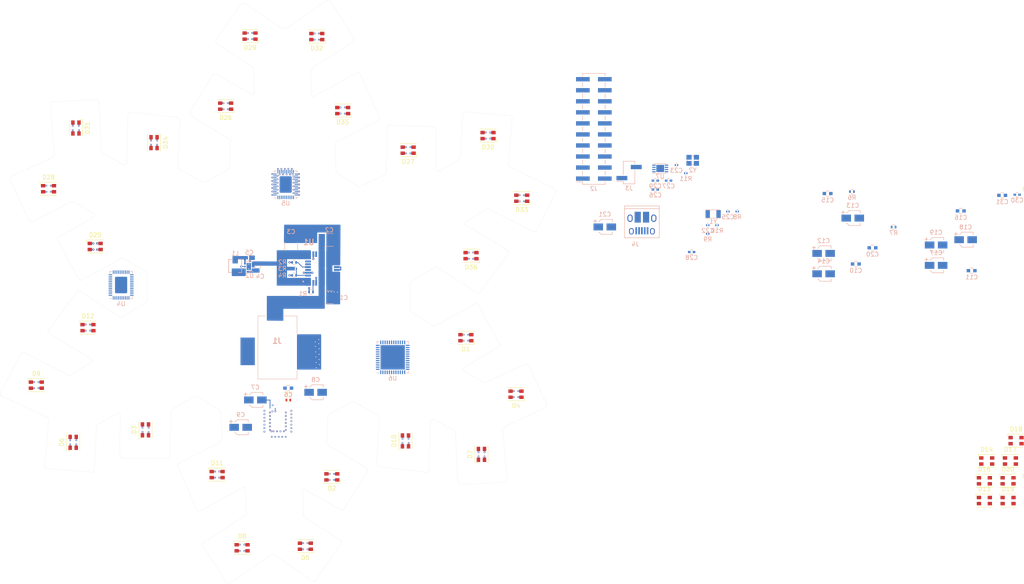
<source format=kicad_pcb>
(kicad_pcb (version 20171130) (host pcbnew "(5.1.5-dirty)")
  (layers (0 Top signal hide) (1 GND1 power hide) (2 Upper signal hide) (3 Lower signal hide) (4 GND2 power hide) (31 Bottom signal) (34 B.Paste user hide) (35 F.Paste user hide) (36 B.SilkS user) (37 F.SilkS user hide) (38 B.Mask user hide) (39 F.Mask user hide) (44 Edge.Cuts user))
  (net 0 "")
  (net 1 "Net-(R3-Pad2)")
  (net 2 GND)
  (net 3 +5V)
  (net 4 "Net-(J1-Pad2)")
  (net 5 "Net-(R1-Pad1)")
  (net 6 "Net-(R2-Pad1)")
  (net 7 "Net-(U1-Pad16)")
  (net 8 "Net-(U1-Pad10)")
  (net 9 "Net-(U1-Pad7)")
  (net 10 "Net-(U1-Pad6)")
  (net 11 "Net-(U1-Pad4)")
  (net 12 AGND)
  (net 13 "/+5V Supply/+12V")
  (net 14 "/+3V3 Supply/+3V3")
  (net 15 "Net-(C6-Pad1)")
  (net 16 "Net-(C7-Pad2)")
  (net 17 "Net-(C10-Pad1)")
  (net 18 "Net-(C8-Pad2)")
  (net 19 "Net-(C9-Pad2)")
  (net 20 "Net-(C10-Pad2)")
  (net 21 "Net-(C11-Pad1)")
  (net 22 "Net-(C12-Pad2)")
  (net 23 "Net-(C12-Pad1)")
  (net 24 "Net-(C13-Pad2)")
  (net 25 "Net-(C14-Pad2)")
  (net 26 "Net-(C15-Pad2)")
  (net 27 "Net-(C16-Pad1)")
  (net 28 "Net-(C17-Pad2)")
  (net 29 "Net-(C17-Pad1)")
  (net 30 "Net-(C18-Pad2)")
  (net 31 "Net-(C19-Pad2)")
  (net 32 "Net-(C20-Pad2)")
  (net 33 "Net-(C21-Pad2)")
  (net 34 "Net-(C21-Pad1)")
  (net 35 /MCU/LSE_IN)
  (net 36 "Net-(C22-Pad2)")
  (net 37 /MCU/LSE_OUT)
  (net 38 "Net-(C23-Pad2)")
  (net 39 /MCU/HSE_IN)
  (net 40 "Net-(C24-Pad2)")
  (net 41 /MCU/HSE_OUT)
  (net 42 "Net-(C25-Pad2)")
  (net 43 "Net-(C26-Pad2)")
  (net 44 "Net-(C31-Pad2)")
  (net 45 "Net-(C31-Pad1)")
  (net 46 "Net-(D1-Pad1)")
  (net 47 "Net-(D1-Pad4)")
  (net 48 "Net-(D1-Pad3)")
  (net 49 "Net-(D2-Pad1)")
  (net 50 "Net-(D2-Pad4)")
  (net 51 "Net-(D2-Pad3)")
  (net 52 "Net-(D3-Pad1)")
  (net 53 "Net-(D3-Pad4)")
  (net 54 "Net-(D3-Pad3)")
  (net 55 "Net-(D4-Pad1)")
  (net 56 "Net-(D4-Pad4)")
  (net 57 "Net-(D4-Pad3)")
  (net 58 "Net-(D5-Pad1)")
  (net 59 "Net-(D5-Pad4)")
  (net 60 "Net-(D5-Pad3)")
  (net 61 "Net-(D6-Pad1)")
  (net 62 "Net-(D6-Pad4)")
  (net 63 "Net-(D6-Pad3)")
  (net 64 "Net-(D7-Pad1)")
  (net 65 "Net-(D7-Pad4)")
  (net 66 "Net-(D7-Pad3)")
  (net 67 "Net-(D8-Pad1)")
  (net 68 "Net-(D8-Pad4)")
  (net 69 "Net-(D8-Pad3)")
  (net 70 "Net-(D9-Pad1)")
  (net 71 "Net-(D9-Pad4)")
  (net 72 "Net-(D9-Pad3)")
  (net 73 "Net-(D10-Pad1)")
  (net 74 "Net-(D10-Pad4)")
  (net 75 "Net-(D10-Pad3)")
  (net 76 "Net-(D11-Pad1)")
  (net 77 "Net-(D11-Pad4)")
  (net 78 "Net-(D11-Pad3)")
  (net 79 "Net-(D12-Pad1)")
  (net 80 "Net-(D12-Pad4)")
  (net 81 "Net-(D12-Pad3)")
  (net 82 "Net-(D13-Pad1)")
  (net 83 "Net-(D13-Pad4)")
  (net 84 "Net-(D13-Pad3)")
  (net 85 "Net-(D14-Pad1)")
  (net 86 "Net-(D14-Pad4)")
  (net 87 "Net-(D14-Pad3)")
  (net 88 "Net-(D15-Pad1)")
  (net 89 "Net-(D15-Pad4)")
  (net 90 "Net-(D15-Pad3)")
  (net 91 "Net-(D16-Pad1)")
  (net 92 "Net-(D16-Pad4)")
  (net 93 "Net-(D16-Pad3)")
  (net 94 "Net-(D17-Pad1)")
  (net 95 "Net-(D17-Pad4)")
  (net 96 "Net-(D17-Pad3)")
  (net 97 "Net-(D18-Pad1)")
  (net 98 "Net-(D18-Pad4)")
  (net 99 "Net-(D18-Pad3)")
  (net 100 "Net-(D19-Pad1)")
  (net 101 "Net-(D19-Pad4)")
  (net 102 "Net-(D19-Pad3)")
  (net 103 "Net-(D20-Pad1)")
  (net 104 "Net-(D20-Pad4)")
  (net 105 "Net-(D20-Pad3)")
  (net 106 "Net-(D21-Pad1)")
  (net 107 "Net-(D21-Pad4)")
  (net 108 "Net-(D21-Pad3)")
  (net 109 "Net-(D22-Pad1)")
  (net 110 "Net-(D22-Pad4)")
  (net 111 "Net-(D22-Pad3)")
  (net 112 "Net-(D23-Pad1)")
  (net 113 "Net-(D23-Pad4)")
  (net 114 "Net-(D23-Pad3)")
  (net 115 "Net-(D24-Pad1)")
  (net 116 "Net-(D24-Pad4)")
  (net 117 "Net-(D24-Pad3)")
  (net 118 "Net-(D25-Pad1)")
  (net 119 "Net-(D25-Pad4)")
  (net 120 "Net-(D25-Pad3)")
  (net 121 "Net-(D26-Pad1)")
  (net 122 "Net-(D26-Pad4)")
  (net 123 "Net-(D26-Pad3)")
  (net 124 "Net-(D27-Pad1)")
  (net 125 "Net-(D27-Pad4)")
  (net 126 "Net-(D27-Pad3)")
  (net 127 "Net-(D28-Pad1)")
  (net 128 "Net-(D28-Pad4)")
  (net 129 "Net-(D28-Pad3)")
  (net 130 "Net-(D29-Pad1)")
  (net 131 "Net-(D29-Pad4)")
  (net 132 "Net-(D29-Pad3)")
  (net 133 "Net-(D30-Pad1)")
  (net 134 "Net-(D30-Pad4)")
  (net 135 "Net-(D30-Pad3)")
  (net 136 "Net-(D31-Pad1)")
  (net 137 "Net-(D31-Pad4)")
  (net 138 "Net-(D31-Pad3)")
  (net 139 "Net-(D32-Pad1)")
  (net 140 "Net-(D32-Pad4)")
  (net 141 "Net-(D32-Pad3)")
  (net 142 "Net-(D33-Pad1)")
  (net 143 "Net-(D33-Pad4)")
  (net 144 "Net-(D33-Pad3)")
  (net 145 "Net-(D34-Pad1)")
  (net 146 "Net-(D34-Pad4)")
  (net 147 "Net-(D34-Pad3)")
  (net 148 "Net-(D35-Pad1)")
  (net 149 "Net-(D35-Pad4)")
  (net 150 "Net-(D35-Pad3)")
  (net 151 "Net-(D36-Pad1)")
  (net 152 "Net-(D36-Pad4)")
  (net 153 "Net-(D36-Pad3)")
  (net 154 "Net-(J2-Pad1)")
  (net 155 /MCU/TRST)
  (net 156 "Net-(J2-Pad10)")
  (net 157 /MCU/TDI)
  (net 158 /MCU/SWDIO-TMS)
  (net 159 /MCU/SWCLK-TCK)
  (net 160 "Net-(J2-Pad11)")
  (net 161 /MCU/TDO-SWO)
  (net 162 /MCU/RESET)
  (net 163 "Net-(J2-Pad17)")
  (net 164 "Net-(J2-Pad19)")
  (net 165 /MCU/DBG_TX)
  (net 166 /MCU/DBG_RX)
  (net 167 "Net-(J4-Pad1)")
  (net 168 /MCU/USB-D-)
  (net 169 /MCU/USB-D+)
  (net 170 "Net-(J4-Pad4)")
  (net 171 "Net-(J4-Pad5)")
  (net 172 "Net-(L1-Pad1)")
  (net 173 "/+5V Supply/AGND")
  (net 174 "Net-(R5-Pad1)")
  (net 175 "Net-(R5-Pad2)")
  (net 176 "Net-(R6-Pad1)")
  (net 177 "Net-(R6-Pad2)")
  (net 178 "Net-(R7-Pad1)")
  (net 179 "Net-(R7-Pad2)")
  (net 180 "Net-(R11-Pad1)")
  (net 181 "Net-(R11-Pad2)")
  (net 182 "/LED's 2/SEN")
  (net 183 "/LED's 1/SCL")
  (net 184 "/LED's 1/SDA")
  (net 185 "/LED's 3/SEN")
  (net 186 "/LED's 1/SEN")
  (net 187 "Net-(U6-Pad23)")
  (net 188 "Net-(U6-Pad45)")
  (net 189 "Net-(U6-Pad43)")
  (net 190 "Net-(U6-Pad42)")
  (net 191 "Net-(U6-Pad41)")
  (net 192 "Net-(U6-Pad29)")
  (net 193 "Net-(U6-Pad28)")
  (net 194 "Net-(U6-Pad27)")
  (net 195 "Net-(U6-Pad26)")
  (net 196 "Net-(U6-Pad25)")
  (net 197 /MCU/MISO-CFG)
  (net 198 /MCU/MOSI-CFG)
  (net 199 /MCU/MCK-CFG)
  (net 200 /MCU/MCS-CFG)
  (net 201 "Net-(U6-Pad13)")
  (net 202 "Net-(U6-Pad12)")
  (net 203 "Net-(U6-Pad11)")
  (net 204 "Net-(U6-Pad10)")
  (net 205 "Net-(U6-Pad2)")
  (net 206 "Net-(U7-Pad3)")
  (net 207 "/LED's 1/SADDR0")
  (module Package_DFN_QFN:TDFN-8-1EP_3x2mm_P0.5mm_EP1.80x1.65mm (layer Bottom) (at 224.6932 73.3096)
    (fp_text reference U7 (at 0 1.88) (layer B.SilkS) (effects (justify mirror)))
    (fp_text value M95512)
    (pad 1 smd oval (at -1.45 0.75) (size 0.85 0.25) (layers Bottom B.Paste B.Mask) (net 200 /MCU/MCS-CFG))
    (pad 2 smd oval (at -1.45 0.25) (size 0.85 0.25) (layers Bottom B.Paste B.Mask) (net 198 /MCU/MOSI-CFG))
    (pad 3 smd oval (at -1.45 -0.25) (size 0.85 0.25) (layers Bottom B.Paste B.Mask) (net 206 "Net-(U7-Pad3)"))
    (pad 4 smd oval (at -1.45 -0.75) (size 0.85 0.25) (layers Bottom B.Paste B.Mask) (net 44 "Net-(C31-Pad2)"))
    (pad 8 smd oval (at 1.45 0.75) (size 0.85 0.25) (layers Bottom B.Paste B.Mask) (net 45 "Net-(C31-Pad1)"))
    (pad 7 smd oval (at 1.45 0.25) (size 0.85 0.25) (layers Bottom B.Paste B.Mask) (net 206 "Net-(U7-Pad3)"))
    (pad 6 smd oval (at 1.45 -0.25) (size 0.85 0.25) (layers Bottom B.Paste B.Mask) (net 199 /MCU/MCK-CFG))
    (pad 5 smd oval (at 1.45 -0.75) (size 0.85 0.25) (layers Bottom B.Paste B.Mask) (net 197 /MCU/MISO-CFG))
    (pad 9 smd rect (at 0 0) (size 1.8 1.65) (layers Bottom B.Mask))
  )
  (module snowflake:QFN-48-1EP_7x7mm_P0.5mm_EP5.6x5.6mm (layer Bottom) (at 163.1442 116.7638)
    (fp_text reference U6 (at 0 4.82) (layer B.SilkS) (effects (justify mirror)))
    (fp_text value STM32F423)
    (pad 49 smd rect (at 0 0) (size 5.6 5.6) (layers Bottom B.Mask) (net 187 "Net-(U6-Pad23)"))
    (pad 1 smd roundrect (at -3.4375 2.75) (size 0.875 0.25) (layers Bottom B.Paste B.Mask) (net 14 "/+3V3 Supply/+3V3"))
    (pad 2 smd roundrect (at -3.4375 2.25) (size 0.875 0.25) (layers Bottom B.Paste B.Mask) (net 205 "Net-(U6-Pad2)"))
    (pad 3 smd roundrect (at -3.4375 1.75) (size 0.875 0.25) (layers Bottom B.Paste B.Mask) (net 39 /MCU/HSE_IN))
    (pad 4 smd roundrect (at -3.4375 1.25) (size 0.875 0.25) (layers Bottom B.Paste B.Mask) (net 41 /MCU/HSE_OUT))
    (pad 5 smd roundrect (at -3.4375 0.75) (size 0.875 0.25) (layers Bottom B.Paste B.Mask) (net 35 /MCU/LSE_IN))
    (pad 6 smd roundrect (at -3.4375 0.25) (size 0.875 0.25) (layers Bottom B.Paste B.Mask) (net 37 /MCU/LSE_OUT))
    (pad 7 smd roundrect (at -3.4375 -0.25) (size 0.875 0.25) (layers Bottom B.Paste B.Mask) (net 162 /MCU/RESET))
    (pad 8 smd roundrect (at -3.4375 -0.75) (size 0.875 0.25) (layers Bottom B.Paste B.Mask) (net 187 "Net-(U6-Pad23)"))
    (pad 9 smd roundrect (at -3.4375 -1.25) (size 0.875 0.25) (layers Bottom B.Paste B.Mask) (net 14 "/+3V3 Supply/+3V3"))
    (pad 10 smd roundrect (at -3.4375 -1.75) (size 0.875 0.25) (layers Bottom B.Paste B.Mask) (net 204 "Net-(U6-Pad10)"))
    (pad 11 smd roundrect (at -3.4375 -2.25) (size 0.875 0.25) (layers Bottom B.Paste B.Mask) (net 203 "Net-(U6-Pad11)"))
    (pad 12 smd roundrect (at -3.4375 -2.75) (size 0.875 0.25) (layers Bottom B.Paste B.Mask) (net 202 "Net-(U6-Pad12)"))
    (pad 13 smd roundrect (at -2.75 -3.4375) (size 0.25 0.875) (layers Bottom B.Paste B.Mask) (net 201 "Net-(U6-Pad13)"))
    (pad 14 smd roundrect (at -2.25 -3.4375) (size 0.25 0.875) (layers Bottom B.Paste B.Mask) (net 200 /MCU/MCS-CFG))
    (pad 15 smd roundrect (at -1.75 -3.4375) (size 0.25 0.875) (layers Bottom B.Paste B.Mask) (net 199 /MCU/MCK-CFG))
    (pad 16 smd roundrect (at -1.25 -3.4375) (size 0.25 0.875) (layers Bottom B.Paste B.Mask) (net 198 /MCU/MOSI-CFG))
    (pad 17 smd roundrect (at -0.75 -3.4375) (size 0.25 0.875) (layers Bottom B.Paste B.Mask) (net 197 /MCU/MISO-CFG))
    (pad 18 smd roundrect (at -0.25 -3.4375) (size 0.25 0.875) (layers Bottom B.Paste B.Mask) (net 182 "/LED's 2/SEN"))
    (pad 19 smd roundrect (at 0.25 -3.4375) (size 0.25 0.875) (layers Bottom B.Paste B.Mask) (net 186 "/LED's 1/SEN"))
    (pad 20 smd roundrect (at 0.75 -3.4375) (size 0.25 0.875) (layers Bottom B.Paste B.Mask) (net 185 "/LED's 3/SEN"))
    (pad 21 smd roundrect (at 1.25 -3.4375) (size 0.25 0.875) (layers Bottom B.Paste B.Mask) (net 183 "/LED's 1/SCL"))
    (pad 22 smd roundrect (at 1.75 -3.4375) (size 0.25 0.875) (layers Bottom B.Paste B.Mask) (net 34 "Net-(C21-Pad1)"))
    (pad 23 smd roundrect (at 2.25 -3.4375) (size 0.25 0.875) (layers Bottom B.Paste B.Mask) (net 187 "Net-(U6-Pad23)"))
    (pad 24 smd roundrect (at 2.75 -3.4375) (size 0.25 0.875) (layers Bottom B.Paste B.Mask) (net 14 "/+3V3 Supply/+3V3"))
    (pad 25 smd roundrect (at 3.4375 -2.75) (size 0.875 0.25) (layers Bottom B.Paste B.Mask) (net 196 "Net-(U6-Pad25)"))
    (pad 26 smd roundrect (at 3.4375 -2.25) (size 0.875 0.25) (layers Bottom B.Paste B.Mask) (net 195 "Net-(U6-Pad26)"))
    (pad 27 smd roundrect (at 3.4375 -1.75) (size 0.875 0.25) (layers Bottom B.Paste B.Mask) (net 194 "Net-(U6-Pad27)"))
    (pad 28 smd roundrect (at 3.4375 -1.25) (size 0.875 0.25) (layers Bottom B.Paste B.Mask) (net 193 "Net-(U6-Pad28)"))
    (pad 29 smd roundrect (at 3.4375 -0.75) (size 0.875 0.25) (layers Bottom B.Paste B.Mask) (net 192 "Net-(U6-Pad29)"))
    (pad 30 smd roundrect (at 3.4375 -0.25) (size 0.875 0.25) (layers Bottom B.Paste B.Mask) (net 165 /MCU/DBG_TX))
    (pad 31 smd roundrect (at 3.4375 0.25) (size 0.875 0.25) (layers Bottom B.Paste B.Mask) (net 166 /MCU/DBG_RX))
    (pad 32 smd roundrect (at 3.4375 0.75) (size 0.875 0.25) (layers Bottom B.Paste B.Mask) (net 168 /MCU/USB-D-))
    (pad 33 smd roundrect (at 3.4375 1.25) (size 0.875 0.25) (layers Bottom B.Paste B.Mask) (net 169 /MCU/USB-D+))
    (pad 34 smd roundrect (at 3.4375 1.75) (size 0.875 0.25) (layers Bottom B.Paste B.Mask) (net 158 /MCU/SWDIO-TMS))
    (pad 35 smd roundrect (at 3.4375 2.25) (size 0.875 0.25) (layers Bottom B.Paste B.Mask) (net 187 "Net-(U6-Pad23)"))
    (pad 36 smd roundrect (at 3.4375 2.75) (size 0.875 0.25) (layers Bottom B.Paste B.Mask) (net 14 "/+3V3 Supply/+3V3"))
    (pad 37 smd roundrect (at 2.75 3.4375) (size 0.25 0.875) (layers Bottom B.Paste B.Mask) (net 159 /MCU/SWCLK-TCK))
    (pad 38 smd roundrect (at 2.25 3.4375) (size 0.25 0.875) (layers Bottom B.Paste B.Mask) (net 157 /MCU/TDI))
    (pad 39 smd roundrect (at 1.75 3.4375) (size 0.25 0.875) (layers Bottom B.Paste B.Mask) (net 161 /MCU/TDO-SWO))
    (pad 40 smd roundrect (at 1.25 3.4375) (size 0.25 0.875) (layers Bottom B.Paste B.Mask) (net 155 /MCU/TRST))
    (pad 41 smd roundrect (at 0.75 3.4375) (size 0.25 0.875) (layers Bottom B.Paste B.Mask) (net 191 "Net-(U6-Pad41)"))
    (pad 42 smd roundrect (at 0.25 3.4375) (size 0.25 0.875) (layers Bottom B.Paste B.Mask) (net 190 "Net-(U6-Pad42)"))
    (pad 43 smd roundrect (at -0.25 3.4375) (size 0.25 0.875) (layers Bottom B.Paste B.Mask) (net 189 "Net-(U6-Pad43)"))
    (pad 44 smd roundrect (at -0.75 3.4375) (size 0.25 0.875) (layers Bottom B.Paste B.Mask) (net 181 "Net-(R11-Pad2)"))
    (pad 45 smd roundrect (at -1.25 3.4375) (size 0.25 0.875) (layers Bottom B.Paste B.Mask) (net 188 "Net-(U6-Pad45)"))
    (pad 46 smd roundrect (at -1.75 3.4375) (size 0.25 0.875) (layers Bottom B.Paste B.Mask) (net 184 "/LED's 1/SDA"))
    (pad 47 smd roundrect (at -2.25 3.4375) (size 0.25 0.875) (layers Bottom B.Paste B.Mask) (net 187 "Net-(U6-Pad23)"))
    (pad 48 smd roundrect (at -2.75 3.4375) (size 0.25 0.875) (layers Bottom B.Paste B.Mask) (net 14 "/+3V3 Supply/+3V3"))
  )
  (module snowflake:Crystal_SMD_Epson_FA20H-4pin_2.5x2.0mm (layer Bottom) (at 232.1632 71.4396)
    (fp_text reference Y2 (at 0 2.25) (layer B.SilkS) (effects (justify mirror)))
    (fp_text value 16Mhz)
    (pad 4 smd rect (at -0.85 0.7) (size 1.2 1.1) (layers Bottom B.Paste B.Mask))
    (pad 3 smd rect (at 0.85 0.7) (size 1.2 1.1) (layers Bottom B.Paste B.Mask))
    (pad 2 smd rect (at 0.85 -0.7) (size 1.2 1.1) (layers Bottom B.Paste B.Mask) (net 41 /MCU/HSE_OUT))
    (pad 1 smd rect (at -0.85 -0.7) (size 1.2 1.1) (layers Bottom B.Paste B.Mask) (net 39 /MCU/HSE_IN))
  )
  (module snowflake:Crystal_SMD_Epson_FC135R-2pin_3.2x1.5mm (layer Bottom) (at 236.8659 83.7931)
    (fp_text reference Y1 (at 0 1.75) (layer B.SilkS) (effects (justify mirror)))
    (fp_text value 32.768K)
    (pad 2 smd rect (at 1.25 0) (size 1 1.8) (layers Bottom B.Paste B.Mask) (net 37 /MCU/LSE_OUT))
    (pad 1 smd rect (at -1.25 0) (size 1 1.8) (layers Bottom B.Paste B.Mask) (net 35 /MCU/LSE_IN))
  )
  (module Package_DFN_QFN:VQFN-46-1EP_5x6mm_P0.4mm_EP2.8x3.8mm (layer Bottom) (at 138.5204 77.0001)
    (fp_text reference U5 (at 0 4.32) (layer B.SilkS) (effects (justify mirror)))
    (fp_text value LP5036)
    (pad 47 smd roundrect (at 0 0) (size 2.8 3.8) (layers Bottom B.Mask) (roundrect_rratio 0.089286) (net 31 "Net-(C19-Pad2)"))
    (pad 1 smd roundrect (at -2.4625 2.4) (size 0.825 0.2) (layers Bottom B.Paste B.Mask) (net 118 "Net-(D25-Pad1)"))
    (pad 2 smd roundrect (at -2.4625 2) (size 0.825 0.2) (layers Bottom B.Paste B.Mask) (net 119 "Net-(D25-Pad4)"))
    (pad 3 smd roundrect (at -2.4625 1.6) (size 0.825 0.2) (layers Bottom B.Paste B.Mask) (net 120 "Net-(D25-Pad3)"))
    (pad 4 smd roundrect (at -2.4625 1.2) (size 0.825 0.2) (layers Bottom B.Paste B.Mask) (net 127 "Net-(D28-Pad1)"))
    (pad 5 smd roundrect (at -2.4625 0.8) (size 0.825 0.2) (layers Bottom B.Paste B.Mask) (net 128 "Net-(D28-Pad4)"))
    (pad 6 smd roundrect (at -2.4625 0.4) (size 0.825 0.2) (layers Bottom B.Paste B.Mask) (net 129 "Net-(D28-Pad3)"))
    (pad 7 smd roundrect (at -2.4625 0) (size 0.825 0.2) (layers Bottom B.Paste B.Mask) (net 136 "Net-(D31-Pad1)"))
    (pad 8 smd roundrect (at -2.4625 -0.4) (size 0.825 0.2) (layers Bottom B.Paste B.Mask) (net 137 "Net-(D31-Pad4)"))
    (pad 9 smd roundrect (at -2.4625 -0.8) (size 0.825 0.2) (layers Bottom B.Paste B.Mask) (net 138 "Net-(D31-Pad3)"))
    (pad 10 smd roundrect (at -2.4625 -1.2) (size 0.825 0.2) (layers Bottom B.Paste B.Mask) (net 145 "Net-(D34-Pad1)"))
    (pad 11 smd roundrect (at -2.4625 -1.6) (size 0.825 0.2) (layers Bottom B.Paste B.Mask) (net 146 "Net-(D34-Pad4)"))
    (pad 12 smd roundrect (at -2.4625 -2) (size 0.825 0.2) (layers Bottom B.Paste B.Mask) (net 147 "Net-(D34-Pad3)"))
    (pad 13 smd roundrect (at -2.4625 -2.4) (size 0.825 0.2) (layers Bottom B.Paste B.Mask) (net 121 "Net-(D26-Pad1)"))
    (pad 14 smd roundrect (at -1.8 -2.9625) (size 0.2 0.825) (layers Bottom B.Paste B.Mask) (net 122 "Net-(D26-Pad4)"))
    (pad 15 smd roundrect (at -1.4 -2.9625) (size 0.2 0.825) (layers Bottom B.Paste B.Mask) (net 123 "Net-(D26-Pad3)"))
    (pad 16 smd roundrect (at -1 -2.9625) (size 0.2 0.825) (layers Bottom B.Paste B.Mask) (net 130 "Net-(D29-Pad1)"))
    (pad 17 smd roundrect (at -0.6 -2.9625) (size 0.2 0.825) (layers Bottom B.Paste B.Mask) (net 131 "Net-(D29-Pad4)"))
    (pad 18 smd roundrect (at -0.2 -2.9625) (size 0.2 0.825) (layers Bottom B.Paste B.Mask) (net 132 "Net-(D29-Pad3)"))
    (pad 19 smd roundrect (at 0.2 -2.9625) (size 0.2 0.825) (layers Bottom B.Paste B.Mask) (net 139 "Net-(D32-Pad1)"))
    (pad 20 smd roundrect (at 0.6 -2.9625) (size 0.2 0.825) (layers Bottom B.Paste B.Mask) (net 140 "Net-(D32-Pad4)"))
    (pad 21 smd roundrect (at 1 -2.9625) (size 0.2 0.825) (layers Bottom B.Paste B.Mask) (net 141 "Net-(D32-Pad3)"))
    (pad 22 smd roundrect (at 1.4 -2.9625) (size 0.2 0.825) (layers Bottom B.Paste B.Mask) (net 148 "Net-(D35-Pad1)"))
    (pad 23 smd roundrect (at 1.8 -2.9625) (size 0.2 0.825) (layers Bottom B.Paste B.Mask) (net 149 "Net-(D35-Pad4)"))
    (pad 24 smd roundrect (at 2.4625 -2.4) (size 0.825 0.2) (layers Bottom B.Paste B.Mask) (net 150 "Net-(D35-Pad3)"))
    (pad 25 smd roundrect (at 2.4625 -2) (size 0.825 0.2) (layers Bottom B.Paste B.Mask) (net 124 "Net-(D27-Pad1)"))
    (pad 26 smd roundrect (at 2.4625 -1.6) (size 0.825 0.2) (layers Bottom B.Paste B.Mask) (net 125 "Net-(D27-Pad4)"))
    (pad 27 smd roundrect (at 2.4625 -1.2) (size 0.825 0.2) (layers Bottom B.Paste B.Mask) (net 126 "Net-(D27-Pad3)"))
    (pad 28 smd roundrect (at 2.4625 -0.8) (size 0.825 0.2) (layers Bottom B.Paste B.Mask) (net 133 "Net-(D30-Pad1)"))
    (pad 29 smd roundrect (at 2.4625 -0.4) (size 0.825 0.2) (layers Bottom B.Paste B.Mask) (net 134 "Net-(D30-Pad4)"))
    (pad 30 smd roundrect (at 2.4625 0) (size 0.825 0.2) (layers Bottom B.Paste B.Mask) (net 135 "Net-(D30-Pad3)"))
    (pad 31 smd roundrect (at 2.4625 0.4) (size 0.825 0.2) (layers Bottom B.Paste B.Mask) (net 142 "Net-(D33-Pad1)"))
    (pad 32 smd roundrect (at 2.4625 0.8) (size 0.825 0.2) (layers Bottom B.Paste B.Mask) (net 143 "Net-(D33-Pad4)"))
    (pad 33 smd roundrect (at 2.4625 1.2) (size 0.825 0.2) (layers Bottom B.Paste B.Mask) (net 144 "Net-(D33-Pad3)"))
    (pad 34 smd roundrect (at 2.4625 1.6) (size 0.825 0.2) (layers Bottom B.Paste B.Mask) (net 151 "Net-(D36-Pad1)"))
    (pad 35 smd roundrect (at 2.4625 2) (size 0.825 0.2) (layers Bottom B.Paste B.Mask) (net 152 "Net-(D36-Pad4)"))
    (pad 36 smd roundrect (at 2.4625 2.4) (size 0.825 0.2) (layers Bottom B.Paste B.Mask) (net 153 "Net-(D36-Pad3)"))
    (pad 37 smd roundrect (at 1.8 2.9625) (size 0.2 0.825) (layers Bottom B.Paste B.Mask) (net 28 "Net-(C17-Pad2)"))
    (pad 38 smd roundrect (at 1.4 2.9625) (size 0.2 0.825) (layers Bottom B.Paste B.Mask) (net 3 +5V))
    (pad 39 smd roundrect (at 1 2.9625) (size 0.2 0.825) (layers Bottom B.Paste B.Mask) (net 207 "/LED's 1/SADDR0"))
    (pad 40 smd roundrect (at 0.6 2.9625) (size 0.2 0.825) (layers Bottom B.Paste B.Mask) (net 3 +5V))
    (pad 41 smd roundrect (at 0.2 2.9625) (size 0.2 0.825) (layers Bottom B.Paste B.Mask) (net 184 "/LED's 1/SDA"))
    (pad 42 smd roundrect (at -0.2 2.9625) (size 0.2 0.825) (layers Bottom B.Paste B.Mask) (net 183 "/LED's 1/SCL"))
    (pad 43 smd roundrect (at -0.6 2.9625) (size 0.2 0.825) (layers Bottom B.Paste B.Mask) (net 182 "/LED's 2/SEN"))
    (pad 44 smd roundrect (at -1 2.9625) (size 0.2 0.825) (layers Bottom B.Paste B.Mask) (net 178 "Net-(R7-Pad1)"))
    (pad 45 smd roundrect (at -1.4 2.9625) (size 0.2 0.825) (layers Bottom B.Paste B.Mask) (net 27 "Net-(C16-Pad1)"))
    (pad 46 smd roundrect (at -1.8 2.9625) (size 0.2 0.825) (layers Bottom B.Paste B.Mask) (net 30 "Net-(C18-Pad2)"))
  )
  (module Package_DFN_QFN:VQFN-46-1EP_5x6mm_P0.4mm_EP2.8x3.8mm (layer Bottom) (at 100.6602 100.1268)
    (fp_text reference U4 (at 0 4.32) (layer B.SilkS) (effects (justify mirror)))
    (fp_text value LP5036)
    (pad 47 smd roundrect (at 0 0) (size 2.799999 3.8) (layers Bottom B.Mask) (roundrect_rratio 0.08900000000000001) (net 25 "Net-(C14-Pad2)"))
    (pad 1 smd roundrect (at -2.4625 2.4) (size 0.825 0.2) (layers Bottom B.Paste B.Mask) (net 82 "Net-(D13-Pad1)"))
    (pad 2 smd roundrect (at -2.4625 2) (size 0.825 0.2) (layers Bottom B.Paste B.Mask) (net 83 "Net-(D13-Pad4)"))
    (pad 3 smd roundrect (at -2.4625 1.6) (size 0.825 0.2) (layers Bottom B.Paste B.Mask) (net 84 "Net-(D13-Pad3)"))
    (pad 4 smd roundrect (at -2.4625 1.2) (size 0.825 0.2) (layers Bottom B.Paste B.Mask) (net 91 "Net-(D16-Pad1)"))
    (pad 5 smd roundrect (at -2.4625 0.8) (size 0.825 0.2) (layers Bottom B.Paste B.Mask) (net 92 "Net-(D16-Pad4)"))
    (pad 6 smd roundrect (at -2.4625 0.4) (size 0.825 0.2) (layers Bottom B.Paste B.Mask) (net 93 "Net-(D16-Pad3)"))
    (pad 7 smd roundrect (at -2.4625 0) (size 0.825 0.2) (layers Bottom B.Paste B.Mask) (net 100 "Net-(D19-Pad1)"))
    (pad 8 smd roundrect (at -2.4625 -0.4) (size 0.825 0.2) (layers Bottom B.Paste B.Mask) (net 101 "Net-(D19-Pad4)"))
    (pad 9 smd roundrect (at -2.4625 -0.8) (size 0.825 0.2) (layers Bottom B.Paste B.Mask) (net 102 "Net-(D19-Pad3)"))
    (pad 10 smd roundrect (at -2.4625 -1.2) (size 0.825 0.2) (layers Bottom B.Paste B.Mask) (net 109 "Net-(D22-Pad1)"))
    (pad 11 smd roundrect (at -2.4625 -1.6) (size 0.825 0.2) (layers Bottom B.Paste B.Mask) (net 110 "Net-(D22-Pad4)"))
    (pad 12 smd roundrect (at -2.4625 -2) (size 0.825 0.2) (layers Bottom B.Paste B.Mask) (net 111 "Net-(D22-Pad3)"))
    (pad 13 smd roundrect (at -2.4625 -2.4) (size 0.825 0.2) (layers Bottom B.Paste B.Mask) (net 85 "Net-(D14-Pad1)"))
    (pad 14 smd roundrect (at -1.8 -2.9625) (size 0.2 0.825) (layers Bottom B.Paste B.Mask) (net 86 "Net-(D14-Pad4)"))
    (pad 15 smd roundrect (at -1.4 -2.9625) (size 0.2 0.825) (layers Bottom B.Paste B.Mask) (net 87 "Net-(D14-Pad3)"))
    (pad 16 smd roundrect (at -1 -2.9625) (size 0.2 0.825) (layers Bottom B.Paste B.Mask) (net 94 "Net-(D17-Pad1)"))
    (pad 17 smd roundrect (at -0.6 -2.9625) (size 0.2 0.825) (layers Bottom B.Paste B.Mask) (net 95 "Net-(D17-Pad4)"))
    (pad 18 smd roundrect (at -0.2 -2.9625) (size 0.2 0.825) (layers Bottom B.Paste B.Mask) (net 96 "Net-(D17-Pad3)"))
    (pad 19 smd roundrect (at 0.2 -2.9625) (size 0.2 0.825) (layers Bottom B.Paste B.Mask) (net 103 "Net-(D20-Pad1)"))
    (pad 20 smd roundrect (at 0.6 -2.9625) (size 0.2 0.825) (layers Bottom B.Paste B.Mask) (net 104 "Net-(D20-Pad4)"))
    (pad 21 smd roundrect (at 1 -2.9625) (size 0.2 0.825) (layers Bottom B.Paste B.Mask) (net 105 "Net-(D20-Pad3)"))
    (pad 22 smd roundrect (at 1.4 -2.9625) (size 0.2 0.825) (layers Bottom B.Paste B.Mask) (net 112 "Net-(D23-Pad1)"))
    (pad 23 smd roundrect (at 1.8 -2.9625) (size 0.2 0.825) (layers Bottom B.Paste B.Mask) (net 113 "Net-(D23-Pad4)"))
    (pad 24 smd roundrect (at 2.4625 -2.4) (size 0.825 0.2) (layers Bottom B.Paste B.Mask) (net 114 "Net-(D23-Pad3)"))
    (pad 25 smd roundrect (at 2.4625 -2) (size 0.825 0.2) (layers Bottom B.Paste B.Mask) (net 88 "Net-(D15-Pad1)"))
    (pad 26 smd roundrect (at 2.4625 -1.6) (size 0.825 0.2) (layers Bottom B.Paste B.Mask) (net 89 "Net-(D15-Pad4)"))
    (pad 27 smd roundrect (at 2.4625 -1.2) (size 0.825 0.2) (layers Bottom B.Paste B.Mask) (net 90 "Net-(D15-Pad3)"))
    (pad 28 smd roundrect (at 2.4625 -0.8) (size 0.825 0.2) (layers Bottom B.Paste B.Mask) (net 97 "Net-(D18-Pad1)"))
    (pad 29 smd roundrect (at 2.4625 -0.4) (size 0.825 0.2) (layers Bottom B.Paste B.Mask) (net 98 "Net-(D18-Pad4)"))
    (pad 30 smd roundrect (at 2.4625 0) (size 0.825 0.2) (layers Bottom B.Paste B.Mask) (net 99 "Net-(D18-Pad3)"))
    (pad 31 smd roundrect (at 2.4625 0.4) (size 0.825 0.2) (layers Bottom B.Paste B.Mask) (net 106 "Net-(D21-Pad1)"))
    (pad 32 smd roundrect (at 2.4625 0.8) (size 0.825 0.2) (layers Bottom B.Paste B.Mask) (net 107 "Net-(D21-Pad4)"))
    (pad 33 smd roundrect (at 2.4625 1.2) (size 0.825 0.2) (layers Bottom B.Paste B.Mask) (net 108 "Net-(D21-Pad3)"))
    (pad 34 smd roundrect (at 2.4625 1.6) (size 0.825 0.2) (layers Bottom B.Paste B.Mask) (net 115 "Net-(D24-Pad1)"))
    (pad 35 smd roundrect (at 2.4625 2) (size 0.825 0.2) (layers Bottom B.Paste B.Mask) (net 116 "Net-(D24-Pad4)"))
    (pad 36 smd roundrect (at 2.4625 2.4) (size 0.825 0.2) (layers Bottom B.Paste B.Mask) (net 117 "Net-(D24-Pad3)"))
    (pad 37 smd roundrect (at 1.8 2.9625) (size 0.2 0.825) (layers Bottom B.Paste B.Mask) (net 22 "Net-(C12-Pad2)"))
    (pad 38 smd roundrect (at 1.4 2.9625) (size 0.2 0.825) (layers Bottom B.Paste B.Mask) (net 207 "/LED's 1/SADDR0"))
    (pad 39 smd roundrect (at 1 2.9625) (size 0.2 0.825) (layers Bottom B.Paste B.Mask) (net 3 +5V))
    (pad 40 smd roundrect (at 0.6 2.9625) (size 0.2 0.825) (layers Bottom B.Paste B.Mask) (net 3 +5V))
    (pad 41 smd roundrect (at 0.2 2.9625) (size 0.2 0.825) (layers Bottom B.Paste B.Mask) (net 184 "/LED's 1/SDA"))
    (pad 42 smd roundrect (at -0.2 2.9625) (size 0.2 0.825) (layers Bottom B.Paste B.Mask) (net 183 "/LED's 1/SCL"))
    (pad 43 smd roundrect (at -0.6 2.9625) (size 0.2 0.825) (layers Bottom B.Paste B.Mask) (net 185 "/LED's 3/SEN"))
    (pad 44 smd roundrect (at -1 2.9625) (size 0.2 0.825) (layers Bottom B.Paste B.Mask) (net 176 "Net-(R6-Pad1)"))
    (pad 45 smd roundrect (at -1.4 2.9625) (size 0.2 0.825) (layers Bottom B.Paste B.Mask) (net 21 "Net-(C11-Pad1)"))
    (pad 46 smd roundrect (at -1.8 2.9625) (size 0.2 0.825) (layers Bottom B.Paste B.Mask) (net 24 "Net-(C13-Pad2)"))
  )
  (module Resistors_SMD:R_0201 (layer Bottom) (at 230.5732 74.4146)
    (fp_text reference R11 (at 0 1.25) (layer B.SilkS) (effects (justify mirror)))
    (fp_text value 10K)
    (pad 1 smd rect (at -0.26 0) (size 0.28 0.43) (layers Bottom B.Paste B.Mask) (net 180 "Net-(R11-Pad1)"))
    (pad 2 smd rect (at 0.26 0) (size 0.28 0.43) (layers Bottom B.Paste B.Mask) (net 181 "Net-(R11-Pad2)"))
  )
  (module Resistors_SMD:R_0201 (layer Bottom) (at 237.7659 86.3681)
    (fp_text reference R10 (at 0 1.25) (layer B.SilkS) (effects (justify mirror)))
    (fp_text value 10K)
    (pad 1 smd rect (at -0.26 0) (size 0.28 0.43) (layers Bottom B.Paste B.Mask) (net 156 "Net-(J2-Pad10)"))
    (pad 2 smd rect (at 0.26 0) (size 0.28 0.43) (layers Bottom B.Paste B.Mask) (net 160 "Net-(J2-Pad11)"))
  )
  (module Resistors_SMD:R_0201 (layer Bottom) (at 235.6159 88.3681)
    (fp_text reference R9 (at 0 1.25) (layer B.SilkS) (effects (justify mirror)))
    (fp_text value 10K)
    (pad 1 smd rect (at -0.26 0) (size 0.28 0.43) (layers Bottom B.Paste B.Mask) (net 156 "Net-(J2-Pad10)"))
    (pad 2 smd rect (at 0.26 0) (size 0.28 0.43) (layers Bottom B.Paste B.Mask) (net 164 "Net-(J2-Pad19)"))
  )
  (module Resistors_SMD:R_0201 (layer Bottom) (at 242.4159 83.2181)
    (fp_text reference R8 (at 0 1.25) (layer B.SilkS) (effects (justify mirror)))
    (fp_text value 10K)
    (pad 1 smd rect (at -0.26 0) (size 0.28 0.43) (layers Bottom B.Paste B.Mask) (net 156 "Net-(J2-Pad10)"))
    (pad 2 smd rect (at 0.26 0) (size 0.28 0.43) (layers Bottom B.Paste B.Mask) (net 163 "Net-(J2-Pad17)"))
  )
  (module Resistors_SMD:R_0402 (layer Bottom) (at 278.381 86.7898)
    (fp_text reference R7 (at 0 1.35) (layer B.SilkS) (effects (justify mirror)))
    (fp_text value 3.65K)
    (pad 1 smd rect (at -0.45 0) (size 0.4 0.6) (layers Bottom B.Paste B.Mask) (net 178 "Net-(R7-Pad1)"))
    (pad 2 smd rect (at 0.45 0) (size 0.4 0.6) (layers Bottom B.Paste B.Mask) (net 179 "Net-(R7-Pad2)"))
  )
  (module Resistors_SMD:R_0402 (layer Bottom) (at 268.7955 78.6384)
    (fp_text reference R6 (at 0 1.35) (layer B.SilkS) (effects (justify mirror)))
    (fp_text value 3.65K)
    (pad 1 smd rect (at -0.45 0) (size 0.4 0.6) (layers Bottom B.Paste B.Mask) (net 176 "Net-(R6-Pad1)"))
    (pad 2 smd rect (at 0.45 0) (size 0.4 0.6) (layers Bottom B.Paste B.Mask) (net 177 "Net-(R6-Pad2)"))
  )
  (module Resistors_SMD:R_0402 (layer Top) (at 139.1412 126.5936)
    (fp_text reference R5 (at 0 -1.35) (layer F.SilkS))
    (fp_text value 3.65K)
    (pad 1 smd rect (at -0.45 0) (size 0.4 0.6) (layers Top F.Paste F.Mask) (net 174 "Net-(R5-Pad1)"))
    (pad 2 smd rect (at 0.45 0) (size 0.4 0.6) (layers Top F.Paste F.Mask) (net 175 "Net-(R5-Pad2)"))
  )
  (module Connectors:USB_Micro-B_10103594-0001LF (layer Bottom) (at 220.4759 86.1431)
    (fp_text reference J4 (at -1.5 4.62) (layer B.SilkS) (effects (justify mirror)))
    (fp_text value USB_OTG)
    (pad 1 smd rect (at -1.3 1.5 270) (size 1.65 0.4) (layers Bottom B.Paste B.Mask) (net 167 "Net-(J4-Pad1)"))
    (pad 2 smd rect (at -0.65 1.5 270) (size 1.65 0.4) (layers Bottom B.Paste B.Mask) (net 168 /MCU/USB-D-))
    (pad 3 smd rect (at 0 1.5 270) (size 1.65 0.4) (layers Bottom B.Paste B.Mask) (net 169 /MCU/USB-D+))
    (pad 4 smd rect (at 0.65 1.5 270) (size 1.65 0.4) (layers Bottom B.Paste B.Mask) (net 170 "Net-(J4-Pad4)"))
    (pad 5 smd rect (at 1.3 1.5 270) (size 1.65 0.4) (layers Bottom B.Paste B.Mask) (net 171 "Net-(J4-Pad5)"))
    (pad 6 thru_hole oval (at -2.42 1.62 270) (size 1.5 1.1) (drill oval 1.05 0.65) (layers *.Cu *.Mask) (net 171 "Net-(J4-Pad5)"))
    (pad 6 thru_hole oval (at 2.42 1.62 270) (size 1.5 1.1) (drill oval 1.05 0.65) (layers *.Cu *.Mask) (net 171 "Net-(J4-Pad5)"))
    (pad 6 thru_hole oval (at -2.73 -1.38 270) (size 1.7 1.2) (drill oval 1.2 0.7) (layers *.Cu *.Mask) (net 171 "Net-(J4-Pad5)"))
    (pad 6 thru_hole oval (at 2.73 -1.38 270) (size 1.7 1.2) (drill oval 1.2 0.7) (layers *.Cu *.Mask) (net 171 "Net-(J4-Pad5)"))
    (pad 6 smd rect (at -0.96 -1.62 270) (size 2.5 1.43) (layers Bottom B.Paste B.Mask) (net 171 "Net-(J4-Pad5)"))
    (pad 6 smd rect (at 0.96 -1.62 270) (size 2.5 1.43) (layers Bottom B.Paste B.Mask) (net 171 "Net-(J4-Pad5)"))
  )
  (module Pin_Headers:Pin_Header_Straight_1x02_Pitch2.54mm_SMD_Pin1Left (layer Bottom) (at 217.5256 74.2569)
    (fp_text reference J3 (at 0 3.6) (layer B.SilkS) (effects (justify mirror)))
    (fp_text value Conn_01x02_Male)
    (pad 1 smd rect (at -1.655 1.27) (size 2.51 1) (layers Bottom B.Paste B.Mask) (net 165 /MCU/DBG_TX))
    (pad 2 smd rect (at 1.655 -1.27) (size 2.51 1) (layers Bottom B.Paste B.Mask) (net 166 /MCU/DBG_RX))
  )
  (module Pin_Headers:Pin_Header_Straight_2x10_Pitch2.54mm_SMD (layer Bottom) (at 209.423 64.2112)
    (fp_text reference J2 (at 0 13.76) (layer B.SilkS) (effects (justify mirror)))
    (fp_text value Conn_ARM_JTAG_SWD_20)
    (pad 1 smd rect (at -2.525 11.43) (size 3.15 1) (layers Bottom B.Paste B.Mask) (net 154 "Net-(J2-Pad1)"))
    (pad 2 smd rect (at 2.525 11.43) (size 3.15 1) (layers Bottom B.Paste B.Mask) (net 154 "Net-(J2-Pad1)"))
    (pad 3 smd rect (at -2.525 8.89) (size 3.15 1) (layers Bottom B.Paste B.Mask) (net 155 /MCU/TRST))
    (pad 4 smd rect (at 2.525 8.89) (size 3.15 1) (layers Bottom B.Paste B.Mask) (net 156 "Net-(J2-Pad10)"))
    (pad 5 smd rect (at -2.525 6.35) (size 3.15 1) (layers Bottom B.Paste B.Mask) (net 157 /MCU/TDI))
    (pad 6 smd rect (at 2.525 6.35) (size 3.15 1) (layers Bottom B.Paste B.Mask) (net 156 "Net-(J2-Pad10)"))
    (pad 7 smd rect (at -2.525 3.81) (size 3.15 1) (layers Bottom B.Paste B.Mask) (net 158 /MCU/SWDIO-TMS))
    (pad 8 smd rect (at 2.525 3.81) (size 3.15 1) (layers Bottom B.Paste B.Mask) (net 156 "Net-(J2-Pad10)"))
    (pad 9 smd rect (at -2.525 1.27) (size 3.15 1) (layers Bottom B.Paste B.Mask) (net 159 /MCU/SWCLK-TCK))
    (pad 10 smd rect (at 2.525 1.27) (size 3.15 1) (layers Bottom B.Paste B.Mask) (net 156 "Net-(J2-Pad10)"))
    (pad 11 smd rect (at -2.525 -1.27) (size 3.15 1) (layers Bottom B.Paste B.Mask) (net 160 "Net-(J2-Pad11)"))
    (pad 12 smd rect (at 2.525 -1.27) (size 3.15 1) (layers Bottom B.Paste B.Mask) (net 156 "Net-(J2-Pad10)"))
    (pad 13 smd rect (at -2.525 -3.81) (size 3.15 1) (layers Bottom B.Paste B.Mask) (net 161 /MCU/TDO-SWO))
    (pad 14 smd rect (at 2.525 -3.81) (size 3.15 1) (layers Bottom B.Paste B.Mask) (net 156 "Net-(J2-Pad10)"))
    (pad 15 smd rect (at -2.525 -6.35) (size 3.15 1) (layers Bottom B.Paste B.Mask) (net 162 /MCU/RESET))
    (pad 16 smd rect (at 2.525 -6.35) (size 3.15 1) (layers Bottom B.Paste B.Mask) (net 156 "Net-(J2-Pad10)"))
    (pad 17 smd rect (at -2.525 -8.89) (size 3.15 1) (layers Bottom B.Paste B.Mask) (net 163 "Net-(J2-Pad17)"))
    (pad 18 smd rect (at 2.525 -8.89) (size 3.15 1) (layers Bottom B.Paste B.Mask) (net 156 "Net-(J2-Pad10)"))
    (pad 19 smd rect (at -2.525 -11.43) (size 3.15 1) (layers Bottom B.Paste B.Mask) (net 164 "Net-(J2-Pad19)"))
    (pad 20 smd rect (at 2.525 -11.43) (size 3.15 1) (layers Bottom B.Paste B.Mask) (net 156 "Net-(J2-Pad10)"))
  )
  (module snowflake:RASM722PX (layer Bottom) (at 136.4234 114.0079 180)
    (fp_text reference J1 (at -0.128 1.015) (layer B.SilkS) (effects (font (size 1.27 1.27) (thickness 0.254)) (justify mirror)))
    (fp_text value "2.1mm Jack" hide)
    (pad 1 smd rect (at -6.645 -1.385 180) (size 3.81 6.35) (layers Bottom B.Paste B.Mask) (net 2 GND))
    (pad 2 smd rect (at 6.645 -1.385 180) (size 3.3 6.35) (layers Bottom B.Paste B.Mask) (net 4 "Net-(J1-Pad2)"))
    (pad 3 smd rect (at 0.545 7.755 180) (size 3.3 4.06) (layers Bottom B.Paste B.Mask) (net 13 "/+5V Supply/+12V"))
    (pad LP1 np_thru_hole circle (at -0.215 -5.145 180) (size 1.78 0) (drill 1.78) (layers *.Cu *.Mask))
  )
  (module LEDs:LED_Cree-PLCC4_3.2x2.8mm_CCW (layer Top) (at 181.1655 93.3704 180)
    (fp_text reference D36 (at 0 -2.65) (layer F.SilkS))
    (fp_text value LED_RABG)
    (pad 2 smd rect (at -1.25 0.7 180) (size 1 0.8) (layers Top F.Paste F.Mask) (net 3 +5V))
    (pad 3 smd rect (at 1.25 0.7 180) (size 1 0.8) (layers Top F.Paste F.Mask) (net 153 "Net-(D36-Pad3)"))
    (pad 4 smd rect (at 1.25 -0.7 180) (size 1 0.8) (layers Top F.Paste F.Mask) (net 152 "Net-(D36-Pad4)"))
    (pad 1 smd rect (at -1.25 -0.7 180) (size 1 0.8) (layers Top F.Paste F.Mask) (net 151 "Net-(D36-Pad1)"))
  )
  (module LEDs:LED_Cree-PLCC4_3.2x2.8mm_CCW (layer Top) (at 151.6453 59.9933 180)
    (fp_text reference D35 (at 0 -2.65) (layer F.SilkS))
    (fp_text value LED_RABG)
    (pad 2 smd rect (at -1.25 0.7 180) (size 1 0.8) (layers Top F.Paste F.Mask) (net 3 +5V))
    (pad 3 smd rect (at 1.25 0.7 180) (size 1 0.8) (layers Top F.Paste F.Mask) (net 150 "Net-(D35-Pad3)"))
    (pad 4 smd rect (at 1.25 -0.7 180) (size 1 0.8) (layers Top F.Paste F.Mask) (net 149 "Net-(D35-Pad4)"))
    (pad 1 smd rect (at -1.25 -0.7 180) (size 1 0.8) (layers Top F.Paste F.Mask) (net 148 "Net-(D35-Pad1)"))
  )
  (module LEDs:LED_Cree-PLCC4_3.2x2.8mm_CCW (layer Top) (at 108.2421 67.3735 270)
    (fp_text reference D34 (at 0 -2.65 90) (layer F.SilkS))
    (fp_text value LED_RABG)
    (pad 2 smd rect (at -1.25 0.7 270) (size 1 0.8) (layers Top F.Paste F.Mask) (net 3 +5V))
    (pad 3 smd rect (at 1.25 0.7 270) (size 1 0.8) (layers Top F.Paste F.Mask) (net 147 "Net-(D34-Pad3)"))
    (pad 4 smd rect (at 1.25 -0.7 270) (size 1 0.8) (layers Top F.Paste F.Mask) (net 146 "Net-(D34-Pad4)"))
    (pad 1 smd rect (at -1.25 -0.7 270) (size 1 0.8) (layers Top F.Paste F.Mask) (net 145 "Net-(D34-Pad1)"))
  )
  (module LEDs:LED_Cree-PLCC4_3.2x2.8mm_CCW (layer Top) (at 192.8368 80.1624 180)
    (fp_text reference D33 (at 0 -2.65) (layer F.SilkS))
    (fp_text value LED_RABG)
    (pad 2 smd rect (at -1.25 0.7 180) (size 1 0.8) (layers Top F.Paste F.Mask) (net 3 +5V))
    (pad 3 smd rect (at 1.25 0.7 180) (size 1 0.8) (layers Top F.Paste F.Mask) (net 144 "Net-(D33-Pad3)"))
    (pad 4 smd rect (at 1.25 -0.7 180) (size 1 0.8) (layers Top F.Paste F.Mask) (net 143 "Net-(D33-Pad4)"))
    (pad 1 smd rect (at -1.25 -0.7 180) (size 1 0.8) (layers Top F.Paste F.Mask) (net 142 "Net-(D33-Pad1)"))
  )
  (module LEDs:LED_Cree-PLCC4_3.2x2.8mm_CCW (layer Top) (at 145.6817 42.9641 180)
    (fp_text reference D32 (at 0 -2.65) (layer F.SilkS))
    (fp_text value LED_RABG)
    (pad 2 smd rect (at -1.25 0.7 180) (size 1 0.8) (layers Top F.Paste F.Mask) (net 3 +5V))
    (pad 3 smd rect (at 1.25 0.7 180) (size 1 0.8) (layers Top F.Paste F.Mask) (net 141 "Net-(D32-Pad3)"))
    (pad 4 smd rect (at 1.25 -0.7 180) (size 1 0.8) (layers Top F.Paste F.Mask) (net 140 "Net-(D32-Pad4)"))
    (pad 1 smd rect (at -1.25 -0.7 180) (size 1 0.8) (layers Top F.Paste F.Mask) (net 139 "Net-(D32-Pad1)"))
  )
  (module LEDs:LED_Cree-PLCC4_3.2x2.8mm_CCW (layer Top) (at 90.2716 64.008 270)
    (fp_text reference D31 (at 0 -2.65 90) (layer F.SilkS))
    (fp_text value LED_RABG)
    (pad 2 smd rect (at -1.25 0.7 270) (size 1 0.8) (layers Top F.Paste F.Mask) (net 3 +5V))
    (pad 3 smd rect (at 1.25 0.7 270) (size 1 0.8) (layers Top F.Paste F.Mask) (net 138 "Net-(D31-Pad3)"))
    (pad 4 smd rect (at 1.25 -0.7 270) (size 1 0.8) (layers Top F.Paste F.Mask) (net 137 "Net-(D31-Pad4)"))
    (pad 1 smd rect (at -1.25 -0.7 270) (size 1 0.8) (layers Top F.Paste F.Mask) (net 136 "Net-(D31-Pad1)"))
  )
  (module LEDs:LED_Cree-PLCC4_3.2x2.8mm_CCW (layer Top) (at 185.0771 65.7479 180)
    (fp_text reference D30 (at 0 -2.65) (layer F.SilkS))
    (fp_text value LED_RABG)
    (pad 2 smd rect (at -1.25 0.7 180) (size 1 0.8) (layers Top F.Paste F.Mask) (net 3 +5V))
    (pad 3 smd rect (at 1.25 0.7 180) (size 1 0.8) (layers Top F.Paste F.Mask) (net 135 "Net-(D30-Pad3)"))
    (pad 4 smd rect (at 1.25 -0.7 180) (size 1 0.8) (layers Top F.Paste F.Mask) (net 134 "Net-(D30-Pad4)"))
    (pad 1 smd rect (at -1.25 -0.7 180) (size 1 0.8) (layers Top F.Paste F.Mask) (net 133 "Net-(D30-Pad1)"))
  )
  (module LEDs:LED_Cree-PLCC4_3.2x2.8mm_CCW (layer Top) (at 130.3274 42.8625 180)
    (fp_text reference D29 (at 0 -2.65) (layer F.SilkS))
    (fp_text value LED_RABG)
    (pad 2 smd rect (at -1.25 0.7 180) (size 1 0.8) (layers Top F.Paste F.Mask) (net 3 +5V))
    (pad 3 smd rect (at 1.25 0.7 180) (size 1 0.8) (layers Top F.Paste F.Mask) (net 132 "Net-(D29-Pad3)"))
    (pad 4 smd rect (at 1.25 -0.7 180) (size 1 0.8) (layers Top F.Paste F.Mask) (net 131 "Net-(D29-Pad4)"))
    (pad 1 smd rect (at -1.25 -0.7 180) (size 1 0.8) (layers Top F.Paste F.Mask) (net 130 "Net-(D29-Pad1)"))
  )
  (module LEDs:LED_Cree-PLCC4_3.2x2.8mm_CCW (layer Top) (at 83.9724 77.978)
    (fp_text reference D28 (at 0 -2.65) (layer F.SilkS))
    (fp_text value LED_RABG)
    (pad 2 smd rect (at -1.25 0.7) (size 1 0.8) (layers Top F.Paste F.Mask) (net 3 +5V))
    (pad 3 smd rect (at 1.25 0.7) (size 1 0.8) (layers Top F.Paste F.Mask) (net 129 "Net-(D28-Pad3)"))
    (pad 4 smd rect (at 1.25 -0.7) (size 1 0.8) (layers Top F.Paste F.Mask) (net 128 "Net-(D28-Pad4)"))
    (pad 1 smd rect (at -1.25 -0.7) (size 1 0.8) (layers Top F.Paste F.Mask) (net 127 "Net-(D28-Pad1)"))
  )
  (module LEDs:LED_Cree-PLCC4_3.2x2.8mm_CCW (layer Top) (at 166.7002 69.1134 180)
    (fp_text reference D27 (at 0 -2.65) (layer F.SilkS))
    (fp_text value LED_RABG)
    (pad 2 smd rect (at -1.25 0.7 180) (size 1 0.8) (layers Top F.Paste F.Mask) (net 3 +5V))
    (pad 3 smd rect (at 1.25 0.7 180) (size 1 0.8) (layers Top F.Paste F.Mask) (net 126 "Net-(D27-Pad3)"))
    (pad 4 smd rect (at 1.25 -0.7 180) (size 1 0.8) (layers Top F.Paste F.Mask) (net 125 "Net-(D27-Pad4)"))
    (pad 1 smd rect (at -1.25 -0.7 180) (size 1 0.8) (layers Top F.Paste F.Mask) (net 124 "Net-(D27-Pad1)"))
  )
  (module LEDs:LED_Cree-PLCC4_3.2x2.8mm_CCW (layer Top) (at 124.714 58.9788 180)
    (fp_text reference D26 (at 0 -2.65) (layer F.SilkS))
    (fp_text value LED_RABG)
    (pad 2 smd rect (at -1.25 0.7 180) (size 1 0.8) (layers Top F.Paste F.Mask) (net 3 +5V))
    (pad 3 smd rect (at 1.25 0.7 180) (size 1 0.8) (layers Top F.Paste F.Mask) (net 123 "Net-(D26-Pad3)"))
    (pad 4 smd rect (at 1.25 -0.7 180) (size 1 0.8) (layers Top F.Paste F.Mask) (net 122 "Net-(D26-Pad4)"))
    (pad 1 smd rect (at -1.25 -0.7 180) (size 1 0.8) (layers Top F.Paste F.Mask) (net 121 "Net-(D26-Pad1)"))
  )
  (module LEDs:LED_Cree-PLCC4_3.2x2.8mm_CCW (layer Top) (at 94.7039 91.2622)
    (fp_text reference D25 (at 0 -2.65) (layer F.SilkS))
    (fp_text value LED_RABG)
    (pad 2 smd rect (at -1.25 0.7) (size 1 0.8) (layers Top F.Paste F.Mask) (net 3 +5V))
    (pad 3 smd rect (at 1.25 0.7) (size 1 0.8) (layers Top F.Paste F.Mask) (net 120 "Net-(D25-Pad3)"))
    (pad 4 smd rect (at 1.25 -0.7) (size 1 0.8) (layers Top F.Paste F.Mask) (net 119 "Net-(D25-Pad4)"))
    (pad 1 smd rect (at -1.25 -0.7) (size 1 0.8) (layers Top F.Paste F.Mask) (net 118 "Net-(D25-Pad1)"))
  )
  (module LEDs:LED_Cree-PLCC4_3.2x2.8mm_CCW (layer Top) (at 310.1723 145.1681)
    (fp_text reference D24 (at 0 -2.65) (layer F.SilkS))
    (fp_text value LED_RABG)
    (pad 2 smd rect (at -1.25 0.7) (size 1 0.8) (layers Top F.Paste F.Mask) (net 3 +5V))
    (pad 3 smd rect (at 1.25 0.7) (size 1 0.8) (layers Top F.Paste F.Mask) (net 117 "Net-(D24-Pad3)"))
    (pad 4 smd rect (at 1.25 -0.7) (size 1 0.8) (layers Top F.Paste F.Mask) (net 116 "Net-(D24-Pad4)"))
    (pad 1 smd rect (at -1.25 -0.7) (size 1 0.8) (layers Top F.Paste F.Mask) (net 115 "Net-(D24-Pad1)"))
  )
  (module LEDs:LED_Cree-PLCC4_3.2x2.8mm_CCW (layer Top) (at 316.1623 140.4781)
    (fp_text reference D23 (at 0 -2.65) (layer F.SilkS))
    (fp_text value LED_RABG)
    (pad 2 smd rect (at -1.25 0.7) (size 1 0.8) (layers Top F.Paste F.Mask) (net 3 +5V))
    (pad 3 smd rect (at 1.25 0.7) (size 1 0.8) (layers Top F.Paste F.Mask) (net 114 "Net-(D23-Pad3)"))
    (pad 4 smd rect (at 1.25 -0.7) (size 1 0.8) (layers Top F.Paste F.Mask) (net 113 "Net-(D23-Pad4)"))
    (pad 1 smd rect (at -1.25 -0.7) (size 1 0.8) (layers Top F.Paste F.Mask) (net 112 "Net-(D23-Pad1)"))
  )
  (module LEDs:LED_Cree-PLCC4_3.2x2.8mm_CCW (layer Top) (at 317.4623 135.9281)
    (fp_text reference D22 (at 0 -2.65) (layer F.SilkS))
    (fp_text value LED_RABG)
    (pad 2 smd rect (at -1.25 0.7) (size 1 0.8) (layers Top F.Paste F.Mask) (net 3 +5V))
    (pad 3 smd rect (at 1.25 0.7) (size 1 0.8) (layers Top F.Paste F.Mask) (net 111 "Net-(D22-Pad3)"))
    (pad 4 smd rect (at 1.25 -0.7) (size 1 0.8) (layers Top F.Paste F.Mask) (net 110 "Net-(D22-Pad4)"))
    (pad 1 smd rect (at -1.25 -0.7) (size 1 0.8) (layers Top F.Paste F.Mask) (net 109 "Net-(D22-Pad1)"))
  )
  (module LEDs:LED_Cree-PLCC4_3.2x2.8mm_CCW (layer Top) (at 310.7123 140.4781)
    (fp_text reference D21 (at 0 -2.65) (layer F.SilkS))
    (fp_text value LED_RABG)
    (pad 2 smd rect (at -1.25 0.7) (size 1 0.8) (layers Top F.Paste F.Mask) (net 3 +5V))
    (pad 3 smd rect (at 1.25 0.7) (size 1 0.8) (layers Top F.Paste F.Mask) (net 108 "Net-(D21-Pad3)"))
    (pad 4 smd rect (at 1.25 -0.7) (size 1 0.8) (layers Top F.Paste F.Mask) (net 107 "Net-(D21-Pad4)"))
    (pad 1 smd rect (at -1.25 -0.7) (size 1 0.8) (layers Top F.Paste F.Mask) (net 106 "Net-(D21-Pad1)"))
  )
  (module LEDs:LED_Cree-PLCC4_3.2x2.8mm_CCW (layer Top) (at 304.7223 145.1681)
    (fp_text reference D20 (at 0 -2.65) (layer F.SilkS))
    (fp_text value LED_RABG)
    (pad 2 smd rect (at -1.25 0.7) (size 1 0.8) (layers Top F.Paste F.Mask) (net 3 +5V))
    (pad 3 smd rect (at 1.25 0.7) (size 1 0.8) (layers Top F.Paste F.Mask) (net 105 "Net-(D20-Pad3)"))
    (pad 4 smd rect (at 1.25 -0.7) (size 1 0.8) (layers Top F.Paste F.Mask) (net 104 "Net-(D20-Pad4)"))
    (pad 1 smd rect (at -1.25 -0.7) (size 1 0.8) (layers Top F.Paste F.Mask) (net 103 "Net-(D20-Pad1)"))
  )
  (module LEDs:LED_Cree-PLCC4_3.2x2.8mm_CCW (layer Top) (at 304.7223 149.7181)
    (fp_text reference D19 (at 0 -2.65) (layer F.SilkS))
    (fp_text value LED_RABG)
    (pad 2 smd rect (at -1.25 0.7) (size 1 0.8) (layers Top F.Paste F.Mask) (net 3 +5V))
    (pad 3 smd rect (at 1.25 0.7) (size 1 0.8) (layers Top F.Paste F.Mask) (net 102 "Net-(D19-Pad3)"))
    (pad 4 smd rect (at 1.25 -0.7) (size 1 0.8) (layers Top F.Paste F.Mask) (net 101 "Net-(D19-Pad4)"))
    (pad 1 smd rect (at -1.25 -0.7) (size 1 0.8) (layers Top F.Paste F.Mask) (net 100 "Net-(D19-Pad1)"))
  )
  (module LEDs:LED_Cree-PLCC4_3.2x2.8mm_CCW (layer Top) (at 306.5623 135.9281)
    (fp_text reference D18 (at 0 -2.65) (layer F.SilkS))
    (fp_text value LED_RABG)
    (pad 2 smd rect (at -1.25 0.7) (size 1 0.8) (layers Top F.Paste F.Mask) (net 3 +5V))
    (pad 3 smd rect (at 1.25 0.7) (size 1 0.8) (layers Top F.Paste F.Mask) (net 99 "Net-(D18-Pad3)"))
    (pad 4 smd rect (at 1.25 -0.7) (size 1 0.8) (layers Top F.Paste F.Mask) (net 98 "Net-(D18-Pad4)"))
    (pad 1 smd rect (at -1.25 -0.7) (size 1 0.8) (layers Top F.Paste F.Mask) (net 97 "Net-(D18-Pad1)"))
  )
  (module LEDs:LED_Cree-PLCC4_3.2x2.8mm_CCW (layer Top) (at 305.2623 140.6181)
    (fp_text reference D17 (at 0 -2.65) (layer F.SilkS))
    (fp_text value LED_RABG)
    (pad 2 smd rect (at -1.25 0.7) (size 1 0.8) (layers Top F.Paste F.Mask) (net 3 +5V))
    (pad 3 smd rect (at 1.25 0.7) (size 1 0.8) (layers Top F.Paste F.Mask) (net 96 "Net-(D17-Pad3)"))
    (pad 4 smd rect (at 1.25 -0.7) (size 1 0.8) (layers Top F.Paste F.Mask) (net 95 "Net-(D17-Pad4)"))
    (pad 1 smd rect (at -1.25 -0.7) (size 1 0.8) (layers Top F.Paste F.Mask) (net 94 "Net-(D17-Pad1)"))
  )
  (module LEDs:LED_Cree-PLCC4_3.2x2.8mm_CCW (layer Top) (at 299.2723 145.1681)
    (fp_text reference D16 (at 0 -2.65) (layer F.SilkS))
    (fp_text value LED_RABG)
    (pad 2 smd rect (at -1.25 0.7) (size 1 0.8) (layers Top F.Paste F.Mask) (net 3 +5V))
    (pad 3 smd rect (at 1.25 0.7) (size 1 0.8) (layers Top F.Paste F.Mask) (net 93 "Net-(D16-Pad3)"))
    (pad 4 smd rect (at 1.25 -0.7) (size 1 0.8) (layers Top F.Paste F.Mask) (net 92 "Net-(D16-Pad4)"))
    (pad 1 smd rect (at -1.25 -0.7) (size 1 0.8) (layers Top F.Paste F.Mask) (net 91 "Net-(D16-Pad1)"))
  )
  (module LEDs:LED_Cree-PLCC4_3.2x2.8mm_CCW (layer Top) (at 312.0123 135.9281)
    (fp_text reference D15 (at 0 -2.65) (layer F.SilkS))
    (fp_text value LED_RABG)
    (pad 2 smd rect (at -1.25 0.7) (size 1 0.8) (layers Top F.Paste F.Mask) (net 3 +5V))
    (pad 3 smd rect (at 1.25 0.7) (size 1 0.8) (layers Top F.Paste F.Mask) (net 90 "Net-(D15-Pad3)"))
    (pad 4 smd rect (at 1.25 -0.7) (size 1 0.8) (layers Top F.Paste F.Mask) (net 89 "Net-(D15-Pad4)"))
    (pad 1 smd rect (at -1.25 -0.7) (size 1 0.8) (layers Top F.Paste F.Mask) (net 88 "Net-(D15-Pad1)"))
  )
  (module LEDs:LED_Cree-PLCC4_3.2x2.8mm_CCW (layer Top) (at 299.8123 140.6181)
    (fp_text reference D14 (at 0 -2.65) (layer F.SilkS))
    (fp_text value LED_RABG)
    (pad 2 smd rect (at -1.25 0.7) (size 1 0.8) (layers Top F.Paste F.Mask) (net 3 +5V))
    (pad 3 smd rect (at 1.25 0.7) (size 1 0.8) (layers Top F.Paste F.Mask) (net 87 "Net-(D14-Pad3)"))
    (pad 4 smd rect (at 1.25 -0.7) (size 1 0.8) (layers Top F.Paste F.Mask) (net 86 "Net-(D14-Pad4)"))
    (pad 1 smd rect (at -1.25 -0.7) (size 1 0.8) (layers Top F.Paste F.Mask) (net 85 "Net-(D14-Pad1)"))
  )
  (module LEDs:LED_Cree-PLCC4_3.2x2.8mm_CCW (layer Top) (at 299.2723 149.7181)
    (fp_text reference D13 (at 0 -2.65) (layer F.SilkS))
    (fp_text value LED_RABG)
    (pad 2 smd rect (at -1.25 0.7) (size 1 0.8) (layers Top F.Paste F.Mask) (net 3 +5V))
    (pad 3 smd rect (at 1.25 0.7) (size 1 0.8) (layers Top F.Paste F.Mask) (net 84 "Net-(D13-Pad3)"))
    (pad 4 smd rect (at 1.25 -0.7) (size 1 0.8) (layers Top F.Paste F.Mask) (net 83 "Net-(D13-Pad4)"))
    (pad 1 smd rect (at -1.25 -0.7) (size 1 0.8) (layers Top F.Paste F.Mask) (net 82 "Net-(D13-Pad1)"))
  )
  (module LEDs:LED_Cree-PLCC4_3.2x2.8mm_CCW (layer Top) (at 93.0402 109.9312)
    (fp_text reference D12 (at 0 -2.65) (layer F.SilkS))
    (fp_text value LED_RABG)
    (pad 2 smd rect (at -1.25 0.7) (size 1 0.8) (layers Top F.Paste F.Mask) (net 3 +5V))
    (pad 3 smd rect (at 1.25 0.7) (size 1 0.8) (layers Top F.Paste F.Mask) (net 81 "Net-(D12-Pad3)"))
    (pad 4 smd rect (at 1.25 -0.7) (size 1 0.8) (layers Top F.Paste F.Mask) (net 80 "Net-(D12-Pad4)"))
    (pad 1 smd rect (at -1.25 -0.7) (size 1 0.8) (layers Top F.Paste F.Mask) (net 79 "Net-(D12-Pad1)"))
  )
  (module LEDs:LED_Cree-PLCC4_3.2x2.8mm_CCW (layer Top) (at 122.7582 143.7386)
    (fp_text reference D11 (at 0 -2.65) (layer F.SilkS))
    (fp_text value LED_RABG)
    (pad 2 smd rect (at -1.25 0.7) (size 1 0.8) (layers Top F.Paste F.Mask) (net 3 +5V))
    (pad 3 smd rect (at 1.25 0.7) (size 1 0.8) (layers Top F.Paste F.Mask) (net 78 "Net-(D11-Pad3)"))
    (pad 4 smd rect (at 1.25 -0.7) (size 1 0.8) (layers Top F.Paste F.Mask) (net 77 "Net-(D11-Pad4)"))
    (pad 1 smd rect (at -1.25 -0.7) (size 1 0.8) (layers Top F.Paste F.Mask) (net 76 "Net-(D11-Pad1)"))
  )
  (module LEDs:LED_Cree-PLCC4_3.2x2.8mm_CCW (layer Top) (at 166.0906 135.9916 90)
    (fp_text reference D10 (at 0 -2.65 90) (layer F.SilkS))
    (fp_text value LED_RABG)
    (pad 2 smd rect (at -1.25 0.7 90) (size 1 0.8) (layers Top F.Paste F.Mask) (net 3 +5V))
    (pad 3 smd rect (at 1.25 0.7 90) (size 1 0.8) (layers Top F.Paste F.Mask) (net 75 "Net-(D10-Pad3)"))
    (pad 4 smd rect (at 1.25 -0.7 90) (size 1 0.8) (layers Top F.Paste F.Mask) (net 74 "Net-(D10-Pad4)"))
    (pad 1 smd rect (at -1.25 -0.7 90) (size 1 0.8) (layers Top F.Paste F.Mask) (net 73 "Net-(D10-Pad1)"))
  )
  (module LEDs:LED_Cree-PLCC4_3.2x2.8mm_CCW (layer Top) (at 81.153 123.1646)
    (fp_text reference D9 (at 0 -2.65) (layer F.SilkS))
    (fp_text value LED_RABG)
    (pad 2 smd rect (at -1.25 0.7) (size 1 0.8) (layers Top F.Paste F.Mask) (net 3 +5V))
    (pad 3 smd rect (at 1.25 0.7) (size 1 0.8) (layers Top F.Paste F.Mask) (net 72 "Net-(D9-Pad3)"))
    (pad 4 smd rect (at 1.25 -0.7) (size 1 0.8) (layers Top F.Paste F.Mask) (net 71 "Net-(D9-Pad4)"))
    (pad 1 smd rect (at -1.25 -0.7) (size 1 0.8) (layers Top F.Paste F.Mask) (net 70 "Net-(D9-Pad1)"))
  )
  (module LEDs:LED_Cree-PLCC4_3.2x2.8mm_CCW (layer Top) (at 128.4986 160.5788)
    (fp_text reference D8 (at 0 -2.65) (layer F.SilkS))
    (fp_text value LED_RABG)
    (pad 2 smd rect (at -1.25 0.7) (size 1 0.8) (layers Top F.Paste F.Mask) (net 3 +5V))
    (pad 3 smd rect (at 1.25 0.7) (size 1 0.8) (layers Top F.Paste F.Mask) (net 69 "Net-(D8-Pad3)"))
    (pad 4 smd rect (at 1.25 -0.7) (size 1 0.8) (layers Top F.Paste F.Mask) (net 68 "Net-(D8-Pad4)"))
    (pad 1 smd rect (at -1.25 -0.7) (size 1 0.8) (layers Top F.Paste F.Mask) (net 67 "Net-(D8-Pad1)"))
  )
  (module LEDs:LED_Cree-PLCC4_3.2x2.8mm_CCW (layer Top) (at 183.5658 139.0904 90)
    (fp_text reference D7 (at 0 -2.65 90) (layer F.SilkS))
    (fp_text value LED_RABG)
    (pad 2 smd rect (at -1.25 0.7 90) (size 1 0.8) (layers Top F.Paste F.Mask) (net 3 +5V))
    (pad 3 smd rect (at 1.25 0.7 90) (size 1 0.8) (layers Top F.Paste F.Mask) (net 66 "Net-(D7-Pad3)"))
    (pad 4 smd rect (at 1.25 -0.7 90) (size 1 0.8) (layers Top F.Paste F.Mask) (net 65 "Net-(D7-Pad4)"))
    (pad 1 smd rect (at -1.25 -0.7 90) (size 1 0.8) (layers Top F.Paste F.Mask) (net 64 "Net-(D7-Pad1)"))
  )
  (module LEDs:LED_Cree-PLCC4_3.2x2.8mm_CCW (layer Top) (at 89.6366 136.3218 90)
    (fp_text reference D6 (at 0 -2.65 90) (layer F.SilkS))
    (fp_text value LED_RABG)
    (pad 2 smd rect (at -1.25 0.7 90) (size 1 0.8) (layers Top F.Paste F.Mask) (net 3 +5V))
    (pad 3 smd rect (at 1.25 0.7 90) (size 1 0.8) (layers Top F.Paste F.Mask) (net 63 "Net-(D6-Pad3)"))
    (pad 4 smd rect (at 1.25 -0.7 90) (size 1 0.8) (layers Top F.Paste F.Mask) (net 62 "Net-(D6-Pad4)"))
    (pad 1 smd rect (at -1.25 -0.7 90) (size 1 0.8) (layers Top F.Paste F.Mask) (net 61 "Net-(D6-Pad1)"))
  )
  (module LEDs:LED_Cree-PLCC4_3.2x2.8mm_CCW (layer Top) (at 143.0528 160.2232 180)
    (fp_text reference D5 (at 0 -2.65) (layer F.SilkS))
    (fp_text value LED_RABG)
    (pad 2 smd rect (at -1.25 0.7 180) (size 1 0.8) (layers Top F.Paste F.Mask) (net 3 +5V))
    (pad 3 smd rect (at 1.25 0.7 180) (size 1 0.8) (layers Top F.Paste F.Mask) (net 60 "Net-(D5-Pad3)"))
    (pad 4 smd rect (at 1.25 -0.7 180) (size 1 0.8) (layers Top F.Paste F.Mask) (net 59 "Net-(D5-Pad4)"))
    (pad 1 smd rect (at -1.25 -0.7 180) (size 1 0.8) (layers Top F.Paste F.Mask) (net 58 "Net-(D5-Pad1)"))
  )
  (module LEDs:LED_Cree-PLCC4_3.2x2.8mm_CCW (layer Top) (at 191.516 125.2474 180)
    (fp_text reference D4 (at 0 -2.65) (layer F.SilkS))
    (fp_text value LED_RABG)
    (pad 2 smd rect (at -1.25 0.7 180) (size 1 0.8) (layers Top F.Paste F.Mask) (net 3 +5V))
    (pad 3 smd rect (at 1.25 0.7 180) (size 1 0.8) (layers Top F.Paste F.Mask) (net 57 "Net-(D4-Pad3)"))
    (pad 4 smd rect (at 1.25 -0.7 180) (size 1 0.8) (layers Top F.Paste F.Mask) (net 56 "Net-(D4-Pad4)"))
    (pad 1 smd rect (at -1.25 -0.7 180) (size 1 0.8) (layers Top F.Paste F.Mask) (net 55 "Net-(D4-Pad1)"))
  )
  (module LEDs:LED_Cree-PLCC4_3.2x2.8mm_CCW (layer Top) (at 106.2736 133.4516 90)
    (fp_text reference D3 (at 0 -2.65 90) (layer F.SilkS))
    (fp_text value LED_RABG)
    (pad 2 smd rect (at -1.25 0.7 90) (size 1 0.8) (layers Top F.Paste F.Mask) (net 3 +5V))
    (pad 3 smd rect (at 1.25 0.7 90) (size 1 0.8) (layers Top F.Paste F.Mask) (net 54 "Net-(D3-Pad3)"))
    (pad 4 smd rect (at 1.25 -0.7 90) (size 1 0.8) (layers Top F.Paste F.Mask) (net 53 "Net-(D3-Pad4)"))
    (pad 1 smd rect (at -1.25 -0.7 90) (size 1 0.8) (layers Top F.Paste F.Mask) (net 52 "Net-(D3-Pad1)"))
  )
  (module LEDs:LED_Cree-PLCC4_3.2x2.8mm_CCW (layer Top) (at 149.1488 144.272 180)
    (fp_text reference D2 (at 0 -2.65) (layer F.SilkS))
    (fp_text value LED_RABG)
    (pad 2 smd rect (at -1.25 0.7 180) (size 1 0.8) (layers Top F.Paste F.Mask) (net 3 +5V))
    (pad 3 smd rect (at 1.25 0.7 180) (size 1 0.8) (layers Top F.Paste F.Mask) (net 51 "Net-(D2-Pad3)"))
    (pad 4 smd rect (at 1.25 -0.7 180) (size 1 0.8) (layers Top F.Paste F.Mask) (net 50 "Net-(D2-Pad4)"))
    (pad 1 smd rect (at -1.25 -0.7 180) (size 1 0.8) (layers Top F.Paste F.Mask) (net 49 "Net-(D2-Pad1)"))
  )
  (module LEDs:LED_Cree-PLCC4_3.2x2.8mm_CCW (layer Top) (at 179.9844 112.2426 180)
    (fp_text reference D1 (at 0 -2.65) (layer F.SilkS))
    (fp_text value LED_RABG)
    (pad 2 smd rect (at -1.25 0.7 180) (size 1 0.8) (layers Top F.Paste F.Mask) (net 3 +5V))
    (pad 3 smd rect (at 1.25 0.7 180) (size 1 0.8) (layers Top F.Paste F.Mask) (net 48 "Net-(D1-Pad3)"))
    (pad 4 smd rect (at 1.25 -0.7 180) (size 1 0.8) (layers Top F.Paste F.Mask) (net 47 "Net-(D1-Pad4)"))
    (pad 1 smd rect (at -1.25 -0.7 180) (size 1 0.8) (layers Top F.Paste F.Mask) (net 46 "Net-(D1-Pad1)"))
  )
  (module Capacitors_SMD:C_0603 (layer Bottom) (at 303.366 79.4995)
    (fp_text reference C31 (at 0 1.5) (layer B.SilkS) (effects (justify mirror)))
    (fp_text value 1uF)
    (pad 2 smd rect (at 0.75 0) (size 0.8 0.75) (layers Bottom B.Paste B.Mask) (net 44 "Net-(C31-Pad2)"))
    (pad 1 smd rect (at -0.75 0) (size 0.8 0.75) (layers Bottom B.Paste B.Mask) (net 45 "Net-(C31-Pad1)"))
  )
  (module Capacitors_SMD:C_0402 (layer Bottom) (at 306.816 79.3545)
    (fp_text reference C30 (at 0 1.27) (layer B.SilkS) (effects (justify mirror)))
    (fp_text value 100nF)
    (pad 1 smd rect (at -0.55 0) (size 0.6 0.5) (layers Bottom B.Paste B.Mask) (net 14 "/+3V3 Supply/+3V3"))
    (pad 2 smd rect (at 0.55 0) (size 0.6 0.5) (layers Bottom B.Paste B.Mask) (net 43 "Net-(C26-Pad2)"))
  )
  (module Capacitors_SMD:C_0402 (layer Bottom) (at 223.5632 76.1146)
    (fp_text reference C29 (at 0 1.27) (layer B.SilkS) (effects (justify mirror)))
    (fp_text value 100nF)
    (pad 1 smd rect (at -0.55 0) (size 0.6 0.5) (layers Bottom B.Paste B.Mask) (net 14 "/+3V3 Supply/+3V3"))
    (pad 2 smd rect (at 0.55 0) (size 0.6 0.5) (layers Bottom B.Paste B.Mask) (net 43 "Net-(C26-Pad2)"))
  )
  (module Capacitors_SMD:C_0402 (layer Bottom) (at 231.9259 92.5381)
    (fp_text reference C28 (at 0 1.27) (layer B.SilkS) (effects (justify mirror)))
    (fp_text value 100nF)
    (pad 2 smd rect (at 0.55 0) (size 0.6 0.5) (layers Bottom B.Paste B.Mask) (net 43 "Net-(C26-Pad2)"))
    (pad 1 smd rect (at -0.55 0) (size 0.6 0.5) (layers Bottom B.Paste B.Mask) (net 14 "/+3V3 Supply/+3V3"))
  )
  (module Capacitors_SMD:C_0402 (layer Bottom) (at 226.6132 76.1146)
    (fp_text reference C27 (at 0 1.27) (layer B.SilkS) (effects (justify mirror)))
    (fp_text value 100nF)
    (pad 1 smd rect (at -0.55 0) (size 0.6 0.5) (layers Bottom B.Paste B.Mask) (net 14 "/+3V3 Supply/+3V3"))
    (pad 2 smd rect (at 0.55 0) (size 0.6 0.5) (layers Bottom B.Paste B.Mask) (net 43 "Net-(C26-Pad2)"))
  )
  (module Capacitors_SMD:C_0402 (layer Bottom) (at 223.5632 78.1746)
    (fp_text reference C26 (at 0 1.27) (layer B.SilkS) (effects (justify mirror)))
    (fp_text value 100nF)
    (pad 1 smd rect (at -0.55 0) (size 0.6 0.5) (layers Bottom B.Paste B.Mask) (net 14 "/+3V3 Supply/+3V3"))
    (pad 2 smd rect (at 0.55 0) (size 0.6 0.5) (layers Bottom B.Paste B.Mask) (net 43 "Net-(C26-Pad2)"))
  )
  (module Resistors_SMD:R_0201 (layer Bottom) (at 240.2659 83.2181)
    (fp_text reference C25 (at 0 1.25) (layer B.SilkS) (effects (justify mirror)))
    (fp_text value 8pF)
    (pad 1 smd rect (at -0.26 0) (size 0.28 0.43) (layers Bottom B.Paste B.Mask) (net 41 /MCU/HSE_OUT))
    (pad 2 smd rect (at 0.26 0) (size 0.28 0.43) (layers Bottom B.Paste B.Mask) (net 42 "Net-(C25-Pad2)"))
  )
  (module Resistors_SMD:R_0201 (layer Top) (at 309.416 79.3245)
    (fp_text reference C24 (at 0 -1.25) (layer F.SilkS))
    (fp_text value 8pF)
    (pad 1 smd rect (at -0.26 0) (size 0.28 0.43) (layers Top F.Paste F.Mask) (net 39 /MCU/HSE_IN))
    (pad 2 smd rect (at 0.26 0) (size 0.28 0.43) (layers Top F.Paste F.Mask) (net 40 "Net-(C24-Pad2)"))
  )
  (module Resistors_SMD:R_0201 (layer Bottom) (at 228.4232 72.5346)
    (fp_text reference C23 (at 0 1.25) (layer B.SilkS) (effects (justify mirror)))
    (fp_text value 9pF)
    (pad 1 smd rect (at -0.26 0) (size 0.28 0.43) (layers Bottom B.Paste B.Mask) (net 37 /MCU/LSE_OUT))
    (pad 2 smd rect (at 0.26 0) (size 0.28 0.43) (layers Bottom B.Paste B.Mask) (net 38 "Net-(C23-Pad2)"))
  )
  (module Resistors_SMD:R_0201 (layer Bottom) (at 235.6159 86.3681)
    (fp_text reference C22 (at 0 1.25) (layer B.SilkS) (effects (justify mirror)))
    (fp_text value 9pF)
    (pad 1 smd rect (at -0.26 0) (size 0.28 0.43) (layers Bottom B.Paste B.Mask) (net 35 /MCU/LSE_IN))
    (pad 2 smd rect (at 0.26 0) (size 0.28 0.43) (layers Bottom B.Paste B.Mask) (net 36 "Net-(C22-Pad2)"))
  )
  (module Capacitors_SMD:CP_Elec_3x5.3 (layer Bottom) (at 211.9376 86.7664)
    (fp_text reference C21 (at 0 -2.9) (layer B.SilkS) (effects (justify mirror)))
    (fp_text value 4.7uF)
    (fp_text user + (at -2.22 -1.4) (layer B.SilkS) (effects (justify mirror)))
    (pad 2 smd rect (at 1.5 0) (size 2.2 1.6) (layers Bottom B.Paste B.Mask) (net 33 "Net-(C21-Pad2)"))
    (pad 1 smd rect (at -1.5 0) (size 2.2 1.6) (layers Bottom B.Paste B.Mask) (net 34 "Net-(C21-Pad1)"))
  )
  (module Capacitors_SMD:C_0603 (layer Bottom) (at 273.531 91.5648)
    (fp_text reference C20 (at 0 1.5) (layer B.SilkS) (effects (justify mirror)))
    (fp_text value 1uF)
    (pad 2 smd rect (at 0.75 0) (size 0.8 0.75) (layers Bottom B.Paste B.Mask) (net 32 "Net-(C20-Pad2)"))
    (pad 1 smd rect (at -0.75 0) (size 0.8 0.75) (layers Bottom B.Paste B.Mask) (net 29 "Net-(C17-Pad1)"))
  )
  (module Capacitors_SMD:CP_Elec_3x5.3 (layer Bottom) (at 288.1666 90.9178)
    (fp_text reference C19 (at 0 -2.9) (layer B.SilkS) (effects (justify mirror)))
    (fp_text value 10uF)
    (fp_text user + (at -2.22 -1.4) (layer B.SilkS) (effects (justify mirror)))
    (pad 2 smd rect (at 1.5 0) (size 2.2 1.6) (layers Bottom B.Paste B.Mask) (net 31 "Net-(C19-Pad2)"))
    (pad 1 smd rect (at -1.5 0) (size 2.2 1.6) (layers Bottom B.Paste B.Mask) (net 29 "Net-(C17-Pad1)"))
  )
  (module Capacitors_SMD:CP_Elec_3x5.3 (layer Bottom) (at 294.9575 89.7001)
    (fp_text reference C18 (at 0 -2.9) (layer B.SilkS) (effects (justify mirror)))
    (fp_text value 10uF)
    (fp_text user + (at -2.22 -1.4) (layer B.SilkS) (effects (justify mirror)))
    (pad 1 smd rect (at -1.5 0) (size 2.2 1.6) (layers Bottom B.Paste B.Mask) (net 29 "Net-(C17-Pad1)"))
    (pad 2 smd rect (at 1.5 0) (size 2.2 1.6) (layers Bottom B.Paste B.Mask) (net 30 "Net-(C18-Pad2)"))
  )
  (module Capacitors_SMD:CP_Elec_3x5.3 (layer Bottom) (at 288.1666 95.6078)
    (fp_text reference C17 (at 0 -2.9) (layer B.SilkS) (effects (justify mirror)))
    (fp_text value 10uF)
    (fp_text user + (at -2.22 -1.4) (layer B.SilkS) (effects (justify mirror)))
    (pad 2 smd rect (at 1.5 0) (size 2.2 1.6) (layers Bottom B.Paste B.Mask) (net 28 "Net-(C17-Pad2)"))
    (pad 1 smd rect (at -1.5 0) (size 2.2 1.6) (layers Bottom B.Paste B.Mask) (net 29 "Net-(C17-Pad1)"))
  )
  (module Capacitors_SMD:C_0603 (layer Bottom) (at 293.8399 83.0834)
    (fp_text reference C16 (at 0 1.5) (layer B.SilkS) (effects (justify mirror)))
    (fp_text value 1uF)
    (pad 1 smd rect (at -0.75 0) (size 0.8 0.75) (layers Bottom B.Paste B.Mask) (net 27 "Net-(C16-Pad1)"))
    (pad 2 smd rect (at 0.75 0) (size 0.8 0.75) (layers Bottom B.Paste B.Mask) (net 2 GND))
  )
  (module Capacitors_SMD:C_0603 (layer Bottom) (at 263.1955 79.0829)
    (fp_text reference C15 (at 0 1.5) (layer B.SilkS) (effects (justify mirror)))
    (fp_text value 1uF)
    (pad 2 smd rect (at 0.75 0) (size 0.8 0.75) (layers Bottom B.Paste B.Mask) (net 26 "Net-(C15-Pad2)"))
    (pad 1 smd rect (at -0.75 0) (size 0.8 0.75) (layers Bottom B.Paste B.Mask) (net 23 "Net-(C12-Pad1)"))
  )
  (module Capacitors_SMD:CP_Elec_3x5.3 (layer Bottom) (at 262.2859 97.5431)
    (fp_text reference C14 (at 0 -2.9) (layer B.SilkS) (effects (justify mirror)))
    (fp_text value 10uF)
    (fp_text user + (at -2.22 -1.4) (layer B.SilkS) (effects (justify mirror)))
    (pad 2 smd rect (at 1.5 0) (size 2.2 1.6) (layers Bottom B.Paste B.Mask) (net 25 "Net-(C14-Pad2)"))
    (pad 1 smd rect (at -1.5 0) (size 2.2 1.6) (layers Bottom B.Paste B.Mask) (net 23 "Net-(C12-Pad1)"))
  )
  (module Capacitors_SMD:CP_Elec_3x5.3 (layer Bottom) (at 268.9846 84.7344)
    (fp_text reference C13 (at 0 -2.9) (layer B.SilkS) (effects (justify mirror)))
    (fp_text value 10uF)
    (fp_text user + (at -2.22 -1.4) (layer B.SilkS) (effects (justify mirror)))
    (pad 2 smd rect (at 1.5 0) (size 2.2 1.6) (layers Bottom B.Paste B.Mask) (net 24 "Net-(C13-Pad2)"))
    (pad 1 smd rect (at -1.5 0) (size 2.2 1.6) (layers Bottom B.Paste B.Mask) (net 23 "Net-(C12-Pad1)"))
  )
  (module Capacitors_SMD:CP_Elec_3x5.3 (layer Bottom) (at 262.2859 92.8531)
    (fp_text reference C12 (at 0 -2.9) (layer B.SilkS) (effects (justify mirror)))
    (fp_text value 10uF)
    (fp_text user + (at -2.22 -1.4) (layer B.SilkS) (effects (justify mirror)))
    (pad 2 smd rect (at 1.5 0) (size 2.2 1.6) (layers Bottom B.Paste B.Mask) (net 22 "Net-(C12-Pad2)"))
    (pad 1 smd rect (at -1.5 0) (size 2.2 1.6) (layers Bottom B.Paste B.Mask) (net 23 "Net-(C12-Pad1)"))
  )
  (module Capacitors_SMD:C_0603 (layer Bottom) (at 296.3418 96.8248)
    (fp_text reference C11 (at 0 1.5) (layer B.SilkS) (effects (justify mirror)))
    (fp_text value 1uF)
    (pad 2 smd rect (at 0.75 0) (size 0.8 0.75) (layers Bottom B.Paste B.Mask) (net 2 GND))
    (pad 1 smd rect (at -0.75 0) (size 0.8 0.75) (layers Bottom B.Paste B.Mask) (net 21 "Net-(C11-Pad1)"))
  )
  (module Capacitors_SMD:C_0603 (layer Bottom) (at 269.6972 95.2881)
    (fp_text reference C10 (at 0 1.5) (layer B.SilkS) (effects (justify mirror)))
    (fp_text value 1uF)
    (pad 2 smd rect (at 0.75 0) (size 0.8 0.75) (layers Bottom B.Paste B.Mask) (net 20 "Net-(C10-Pad2)"))
    (pad 1 smd rect (at -0.75 0) (size 0.8 0.75) (layers Bottom B.Paste B.Mask) (net 17 "Net-(C10-Pad1)"))
  )
  (module Capacitors_SMD:CP_Elec_3x5.3 (layer Bottom) (at 128.1684 132.8674)
    (fp_text reference C9 (at 0 -2.9) (layer B.SilkS) (effects (justify mirror)))
    (fp_text value 10uF)
    (fp_text user + (at -2.22 -1.4) (layer B.SilkS) (effects (justify mirror)))
    (pad 2 smd rect (at 1.5 0) (size 2.2 1.6) (layers Bottom B.Paste B.Mask) (net 19 "Net-(C9-Pad2)"))
    (pad 1 smd rect (at -1.5 0) (size 2.2 1.6) (layers Bottom B.Paste B.Mask) (net 17 "Net-(C10-Pad1)"))
  )
  (module Capacitors_SMD:CP_Elec_3x5.3 (layer Bottom) (at 145.415 124.8156)
    (fp_text reference C8 (at 0 -2.9) (layer B.SilkS) (effects (justify mirror)))
    (fp_text value 10uF)
    (fp_text user + (at -2.22 -1.4) (layer B.SilkS) (effects (justify mirror)))
    (pad 2 smd rect (at 1.5 0) (size 2.2 1.6) (layers Bottom B.Paste B.Mask) (net 18 "Net-(C8-Pad2)"))
    (pad 1 smd rect (at -1.5 0) (size 2.2 1.6) (layers Bottom B.Paste B.Mask) (net 17 "Net-(C10-Pad1)"))
  )
  (module Capacitors_SMD:CP_Elec_3x5.3 (layer Bottom) (at 131.5466 126.5682)
    (fp_text reference C7 (at 0 -2.9) (layer B.SilkS) (effects (justify mirror)))
    (fp_text value 10uF)
    (fp_text user + (at -2.22 -1.4) (layer B.SilkS) (effects (justify mirror)))
    (pad 2 smd rect (at 1.5 0) (size 2.2 1.6) (layers Bottom B.Paste B.Mask) (net 16 "Net-(C7-Pad2)"))
    (pad 1 smd rect (at -1.5 0) (size 2.2 1.6) (layers Bottom B.Paste B.Mask) (net 17 "Net-(C10-Pad1)"))
  )
  (module Capacitors_SMD:C_0603 (layer Bottom) (at 139.1158 123.8504)
    (fp_text reference C6 (at 0 1.5) (layer B.SilkS) (effects (justify mirror)))
    (fp_text value 1uF)
    (pad 2 smd rect (at 0.75 0) (size 0.8 0.75) (layers Bottom B.Paste B.Mask) (net 2 GND))
    (pad 1 smd rect (at -0.75 0) (size 0.8 0.75) (layers Bottom B.Paste B.Mask) (net 15 "Net-(C6-Pad1)"))
  )
  (module snowflake:Inductor-Vishay-IHLP-1212BZ (layer Bottom) (at 126.8984 95.7326 90)
    (fp_text reference L1 (at 2.8829 -0.0127 180) (layer B.SilkS) (effects (justify mirror)))
    (fp_text value 2.2uH)
    (pad 2 smd rect (at 1.35 0 90) (size 1.5 1.2) (layers Bottom B.Paste B.Mask) (net 14 "/+3V3 Supply/+3V3"))
    (pad 1 smd rect (at -1.35 0 90) (size 1.5 1.2) (layers Bottom B.Paste B.Mask) (net 172 "Net-(L1-Pad1)"))
  )
  (module Package_SON:WSON-6-1EP_2x2mm_P0.65mm_EP1x1.6mm_ThermalVias (layer Bottom) (at 130.0353 95.8723)
    (fp_text reference U2 (at 0.1651 2.0955) (layer B.SilkS) (effects (justify mirror)))
    (fp_text value TPS62291)
    (pad 1 smd roundrect (at -0.8875 0.65) (size 0.375 0.4) (layers Bottom B.Paste B.Mask) (net 172 "Net-(L1-Pad1)"))
    (pad 2 smd roundrect (at -0.8875 0) (size 0.375 0.4) (layers Bottom B.Paste B.Mask) (net 3 +5V))
    (pad 3 smd roundrect (at -0.8875 -0.65) (size 0.375 0.4) (layers Bottom B.Paste B.Mask) (net 14 "/+3V3 Supply/+3V3"))
    (pad 4 smd roundrect (at 0.8875 -0.65) (size 0.375 0.4) (layers Bottom B.Paste B.Mask) (net 3 +5V))
    (pad 5 smd roundrect (at 0.8875 0) (size 0.375 0.4) (layers Bottom B.Paste B.Mask) (net 3 +5V))
    (pad 6 smd roundrect (at 0.8875 0.65) (size 0.375 0.4) (layers Bottom B.Paste B.Mask) (net 2 GND))
    (pad 7 smd rect (at 0 0) (size 1 1.6) (layers Bottom B.Mask))
    (pad 7 thru_hole circle (at 0 0.55) (size 0.5 0.5) (drill 0.2) (layers *.Cu))
    (pad 7 thru_hole circle (at 0 -0.55) (size 0.5 0.5) (drill 0.2) (layers *.Cu))
    (pad 7 smd rect (at 0 0) (size 0.5 1.6) (layers Top))
  )
  (module snowflake:TPSM84624MOLR (layer Bottom) (at 146.9644 96.3295)
    (fp_text reference U1 (at -3.1369 -6.0579) (layer B.SilkS) (effects (font (size 1.27 1.27) (thickness 0.254)) (justify mirror)))
    (fp_text value TPSM84424 hide)
    (pad 1 smd rect (at -3.3 3.05) (size 1.3 1.8) (layers Bottom B.Paste B.Mask) (net 3 +5V))
    (pad 2 smd rect (at -3.3 1.625 270) (size 0.45 1.3) (layers Bottom B.Paste B.Mask) (net 1 "Net-(R3-Pad2)"))
    (pad 3 smd rect (at -3.3 0.975 270) (size 0.45 1.3) (layers Bottom B.Paste B.Mask) (net 173 "/+5V Supply/AGND"))
    (pad 4 smd rect (at -3.3 0.325 270) (size 0.45 1.3) (layers Bottom B.Paste B.Mask) (net 11 "Net-(U1-Pad4)"))
    (pad 5 smd rect (at -3.3 -0.325 270) (size 0.45 1.3) (layers Bottom B.Paste B.Mask) (net 6 "Net-(R2-Pad1)"))
    (pad 6 smd rect (at -3.3 -0.975 270) (size 0.45 1.3) (layers Bottom B.Paste B.Mask) (net 10 "Net-(U1-Pad6)"))
    (pad 7 smd rect (at -3.3 -1.625 270) (size 0.45 1.3) (layers Bottom B.Paste B.Mask) (net 9 "Net-(U1-Pad7)"))
    (pad 8 smd rect (at -3.3 -3.05) (size 1.3 1.8) (layers Bottom B.Paste B.Mask) (net 3 +5V))
    (pad 9 smd rect (at -2.075 -3.3) (size 0.45 1.3) (layers Bottom B.Paste B.Mask) (net 173 "/+5V Supply/AGND"))
    (pad 10 smd rect (at -1.425 -3.3) (size 0.45 1.3) (layers Bottom B.Paste B.Mask) (net 8 "Net-(U1-Pad10)"))
    (pad 11 smd rect (at -0.15 -2.15) (size 1.4 3.6) (layers Bottom B.Paste B.Mask) (net 13 "/+5V Supply/+12V"))
    (pad 12 smd rect (at 1.6 -2.15) (size 1.4 3.6) (layers Bottom B.Paste B.Mask) (net 2 GND))
    (pad 13 smd rect (at 3.3 -3.05) (size 1.3 1.8) (layers Bottom B.Paste B.Mask) (net 2 GND))
    (pad 14 smd rect (at 3.3 -1.625 270) (size 0.45 1.3) (layers Bottom B.Paste B.Mask) (net 2 GND))
    (pad 15 smd rect (at 3.3 -0.975 270) (size 0.45 1.3) (layers Bottom B.Paste B.Mask) (net 2 GND))
    (pad 16 smd rect (at 3.3 -0.325 270) (size 0.45 1.3) (layers Bottom B.Paste B.Mask) (net 7 "Net-(U1-Pad16)"))
    (pad 17 smd rect (at 3.3 0.325 270) (size 0.45 1.3) (layers Bottom B.Paste B.Mask) (net 7 "Net-(U1-Pad16)"))
    (pad 18 smd rect (at 3.3 0.975 270) (size 0.45 1.3) (layers Bottom B.Paste B.Mask) (net 2 GND))
    (pad 19 smd rect (at 3.3 1.625 270) (size 0.45 1.3) (layers Bottom B.Paste B.Mask) (net 2 GND))
    (pad 20 smd rect (at 3.3 3.05) (size 1.3 1.8) (layers Bottom B.Paste B.Mask) (net 2 GND))
    (pad 21 smd rect (at 1.6 2.15) (size 1.4 3.6) (layers Bottom B.Paste B.Mask) (net 2 GND))
    (pad 22 smd rect (at -0.15 2.15) (size 1.4 3.6) (layers Bottom B.Paste B.Mask) (net 13 "/+5V Supply/+12V"))
    (pad 23 smd rect (at -1.425 3.3) (size 0.45 1.3) (layers Bottom B.Paste B.Mask) (net 173 "/+5V Supply/AGND"))
    (pad 24 smd rect (at -2.075 3.3) (size 0.45 1.3) (layers Bottom B.Paste B.Mask) (net 5 "Net-(R1-Pad1)"))
  )
  (module Resistors_SMD:R_0402 (layer Bottom) (at 140.4802 97.9043 180)
    (fp_text reference R4 (at 2.736 -0.0254) (layer B.SilkS) (effects (justify mirror)))
    (fp_text value 1.37k)
    (pad 1 smd rect (at -0.45 0 180) (size 0.4 0.6) (layers Bottom B.Paste B.Mask) (net 1 "Net-(R3-Pad2)"))
    (pad 2 smd rect (at 0.45 0 180) (size 0.4 0.6) (layers Bottom B.Paste B.Mask) (net 173 "/+5V Supply/AGND"))
  )
  (module Resistors_SMD:R_0201 (layer Bottom) (at 140.7347 96.3549)
    (fp_text reference R3 (at -2.9905 -0.0127) (layer B.SilkS) (effects (justify mirror)))
    (fp_text value 10k)
    (pad 1 smd rect (at -0.26 0) (size 0.28 0.43) (layers Bottom B.Paste B.Mask) (net 3 +5V))
    (pad 2 smd rect (at 0.26 0) (size 0.28 0.43) (layers Bottom B.Paste B.Mask) (net 1 "Net-(R3-Pad2)"))
  )
  (module Resistors_SMD:R_0402 (layer Bottom) (at 140.4675 94.9325 180)
    (fp_text reference R2 (at 2.7106 0.0635) (layer B.SilkS) (effects (justify mirror)))
    (fp_text value 4.42k)
    (pad 1 smd rect (at -0.45 0 180) (size 0.4 0.6) (layers Bottom B.Paste B.Mask) (net 6 "Net-(R2-Pad1)"))
    (pad 2 smd rect (at 0.45 0 180) (size 0.4 0.6) (layers Bottom B.Paste B.Mask) (net 173 "/+5V Supply/AGND"))
  )
  (module Resistors_SMD:R_0402 (layer Bottom) (at 144.3609 101.7397 180)
    (fp_text reference R1 (at 1.8923 -0.4064) (layer B.SilkS) (effects (justify mirror)))
    (fp_text value 40.2k)
    (pad 1 smd rect (at -0.45 0 180) (size 0.4 0.6) (layers Bottom B.Paste B.Mask) (net 5 "Net-(R1-Pad1)"))
    (pad 2 smd rect (at 0.45 0 180) (size 0.4 0.6) (layers Bottom B.Paste B.Mask) (net 173 "/+5V Supply/AGND"))
  )
  (module Capacitors_SMD:C_0603 (layer Bottom) (at 130.1242 93.8657)
    (fp_text reference C5 (at 0.0127 -1.2446 180) (layer B.SilkS) (effects (justify mirror)))
    (fp_text value 10uF)
    (pad 2 smd rect (at 0.75 0) (size 0.8 0.75) (layers Bottom B.Paste B.Mask) (net 2 GND))
    (pad 1 smd rect (at -0.75 0) (size 0.8 0.75) (layers Bottom B.Paste B.Mask) (net 14 "/+3V3 Supply/+3V3"))
  )
  (module Capacitors_SMD:C_0603 (layer Bottom) (at 132.1054 95.9612 270)
    (fp_text reference C4 (at 2.1844 -0.5588 180) (layer B.SilkS) (effects (justify mirror)))
    (fp_text value 22uF)
    (pad 1 smd rect (at -0.75 0 270) (size 0.8 0.75) (layers Bottom B.Paste B.Mask) (net 3 +5V))
    (pad 2 smd rect (at 0.75 0 270) (size 0.8 0.75) (layers Bottom B.Paste B.Mask) (net 2 GND))
  )
  (module Capacitors_SMD:C_1210 (layer Bottom) (at 139.7762 91.2368 90)
    (fp_text reference C3 (at 3.3655 -0.0127 180) (layer B.SilkS) (effects (justify mirror)))
    (fp_text value 47uF)
    (pad 2 smd rect (at 1.5 0 90) (size 1 2.5) (layers Bottom B.Paste B.Mask) (net 2 GND))
    (pad 1 smd rect (at -1.5 0 90) (size 1 2.5) (layers Bottom B.Paste B.Mask) (net 3 +5V))
  )
  (module Capacitors_SMD:C_1210 (layer Bottom) (at 148.5265 89.7509)
    (fp_text reference C2 (at 0.0254 -2.286) (layer B.SilkS) (effects (justify mirror)))
    (fp_text value 10uF)
    (pad 2 smd rect (at 1.5 0) (size 1 2.5) (layers Bottom B.Paste B.Mask) (net 2 GND))
    (pad 1 smd rect (at -1.5 0) (size 1 2.5) (layers Bottom B.Paste B.Mask) (net 13 "/+5V Supply/+12V"))
  )
  (module Capacitors_SMD:C_1210 (layer Bottom) (at 148.4757 102.9462)
    (fp_text reference C1 (at 3.4036 0.0762) (layer B.SilkS) (effects (justify mirror)))
    (fp_text value 10uF)
    (pad 1 smd rect (at -1.5 0) (size 1 2.5) (layers Bottom B.Paste B.Mask) (net 13 "/+5V Supply/+12V"))
    (pad 2 smd rect (at 1.5 0) (size 1 2.5) (layers Bottom B.Paste B.Mask) (net 2 GND))
  )
  (gr_line (start 147.9982 136.3254) (end 147.9922 136.1424) (layer Edge.Cuts) (width 0.0254))
  (gr_line (start 100.8952 93.9414) (end 101.0182 93.9294) (layer Edge.Cuts) (width 0.0254))
  (gr_line (start 101.3722 94.0254) (end 106.3942 97.1184) (layer Edge.Cuts) (width 0.0254))
  (gr_line (start 101.2612 93.9714) (end 101.3722 94.0254) (layer Edge.Cuts) (width 0.0254))
  (gr_line (start 101.1412 93.9384) (end 101.2612 93.9714) (layer Edge.Cuts) (width 0.0254))
  (gr_line (start 100.7752 93.9774) (end 100.8952 93.9414) (layer Edge.Cuts) (width 0.0254))
  (gr_line (start 106.6372 97.3404) (end 106.6852 97.4424) (layer Edge.Cuts) (width 0.0254))
  (gr_line (start 106.4902 97.1754) (end 106.5712 97.2504) (layer Edge.Cuts) (width 0.0254))
  (gr_line (start 106.6852 97.4424) (end 106.7092 97.5504) (layer Edge.Cuts) (width 0.0254))
  (gr_line (start 100.6642 94.0344) (end 100.7752 93.9774) (layer Edge.Cuts) (width 0.0254))
  (gr_line (start 106.5712 97.2504) (end 106.6372 97.3404) (layer Edge.Cuts) (width 0.0254))
  (gr_line (start 101.0182 93.9294) (end 101.1412 93.9384) (layer Edge.Cuts) (width 0.0254))
  (gr_line (start 106.3942 97.1184) (end 106.4902 97.1754) (layer Edge.Cuts) (width 0.0254))
  (gr_line (start 172.0252 131.0514) (end 172.2082 130.9884) (layer Edge.Cuts) (width 0.0254))
  (gr_line (start 171.8752 131.1774) (end 172.0252 131.0514) (layer Edge.Cuts) (width 0.0254))
  (gr_line (start 171.7432 131.5344) (end 171.7762 131.3454) (layer Edge.Cuts) (width 0.0254))
  (gr_line (start 172.4002 130.9914) (end 172.5832 131.0634) (layer Edge.Cuts) (width 0.0254))
  (gr_line (start 171.7762 131.3454) (end 171.8752 131.1774) (layer Edge.Cuts) (width 0.0254))
  (gr_line (start 172.2082 130.9884) (end 172.4002 130.9914) (layer Edge.Cuts) (width 0.0254))
  (gr_line (start 173.0212 109.4724) (end 172.8982 109.5084) (layer Edge.Cuts) (width 0.0254))
  (gr_line (start 172.7692 109.5204) (end 172.6402 109.5054) (layer Edge.Cuts) (width 0.0254))
  (gr_line (start 172.4062 109.4004) (end 167.3152 106.2234) (layer Edge.Cuts) (width 0.0254))
  (gr_line (start 172.8982 109.5084) (end 172.7692 109.5204) (layer Edge.Cuts) (width 0.0254))
  (gr_line (start 167.0182 105.6804) (end 167.1502 99.9654) (layer Edge.Cuts) (width 0.0254))
  (gr_line (start 173.1382 109.4124) (end 173.0212 109.4724) (layer Edge.Cuts) (width 0.0254))
  (gr_line (start 167.1922 99.7104) (end 167.2462 99.5934) (layer Edge.Cuts) (width 0.0254))
  (gr_line (start 172.9462 95.9664) (end 173.0932 95.9484) (layer Edge.Cuts) (width 0.0254))
  (gr_line (start 173.3842 96.0054) (end 173.5162 96.0804) (layer Edge.Cuts) (width 0.0254))
  (gr_line (start 172.6762 96.0894) (end 172.8052 96.0144) (layer Edge.Cuts) (width 0.0254))
  (gr_line (start 167.1502 99.9654) (end 167.1592 99.8364) (layer Edge.Cuts) (width 0.0254))
  (gr_line (start 167.2462 99.5934) (end 167.3212 99.4854) (layer Edge.Cuts) (width 0.0254))
  (gr_line (start 172.8052 96.0144) (end 172.9462 95.9664) (layer Edge.Cuts) (width 0.0254))
  (gr_line (start 167.4112 99.3924) (end 167.5162 99.3144) (layer Edge.Cuts) (width 0.0254))
  (gr_line (start 173.2432 95.9604) (end 173.3842 96.0054) (layer Edge.Cuts) (width 0.0254))
  (gr_line (start 167.0932 105.9924) (end 167.0512 105.8934) (layer Edge.Cuts) (width 0.0254))
  (gr_line (start 172.5172 109.4664) (end 172.4062 109.4004) (layer Edge.Cuts) (width 0.0254))
  (gr_line (start 167.0242 105.7884) (end 167.0182 105.6804) (layer Edge.Cuts) (width 0.0254))
  (gr_line (start 167.2282 106.1604) (end 167.1532 106.0824) (layer Edge.Cuts) (width 0.0254))
  (gr_line (start 167.3152 106.2234) (end 167.2282 106.1604) (layer Edge.Cuts) (width 0.0254))
  (gr_line (start 172.6402 109.5054) (end 172.5172 109.4664) (layer Edge.Cuts) (width 0.0254))
  (gr_line (start 167.3212 99.4854) (end 167.4112 99.3924) (layer Edge.Cuts) (width 0.0254))
  (gr_line (start 167.1592 99.8364) (end 167.1922 99.7104) (layer Edge.Cuts) (width 0.0254))
  (gr_line (start 167.0512 105.8934) (end 167.0242 105.7884) (layer Edge.Cuts) (width 0.0254))
  (gr_line (start 173.0932 95.9484) (end 173.2432 95.9604) (layer Edge.Cuts) (width 0.0254))
  (gr_line (start 167.1532 106.0824) (end 167.0932 105.9924) (layer Edge.Cuts) (width 0.0254))
  (gr_line (start 167.5162 99.3144) (end 172.6762 96.0894) (layer Edge.Cuts) (width 0.0254))
  (gr_line (start 100.4122 129.7134) (end 100.4392 129.8364) (layer Edge.Cuts) (width 0.0254))
  (gr_line (start 99.9982 129.5094) (end 100.1242 129.5004) (layer Edge.Cuts) (width 0.0254))
  (gr_line (start 99.8842 129.5634) (end 99.9982 129.5094) (layer Edge.Cuts) (width 0.0254))
  (gr_line (start 106.1692 104.2284) (end 101.0542 107.3934) (layer Edge.Cuts) (width 0.0254))
  (gr_line (start 106.6762 103.2594) (end 106.6732 103.4514) (layer Edge.Cuts) (width 0.0254))
  (gr_line (start 106.7122 97.6614) (end 106.6762 103.2594) (layer Edge.Cuts) (width 0.0254))
  (gr_line (start 106.7092 97.5504) (end 106.7122 97.6614) (layer Edge.Cuts) (width 0.0254))
  (gr_line (start 100.4602 107.4804) (end 100.3162 107.4324) (layer Edge.Cuts) (width 0.0254))
  (gr_line (start 100.3462 129.6084) (end 100.4122 129.7134) (layer Edge.Cuts) (width 0.0254))
  (gr_line (start 100.1242 129.5004) (end 100.2442 129.5334) (layer Edge.Cuts) (width 0.0254))
  (gr_line (start 100.2442 129.5334) (end 100.3462 129.6084) (layer Edge.Cuts) (width 0.0254))
  (gr_line (start 123.1162 128.8194) (end 123.2602 128.9274) (layer Edge.Cuts) (width 0.0254))
  (gr_line (start 123.7852 135.8274) (end 123.6922 136.0104) (layer Edge.Cuts) (width 0.0254))
  (gr_line (start 123.6922 136.0104) (end 123.5632 136.1724) (layer Edge.Cuts) (width 0.0254))
  (gr_line (start 123.8512 135.4224) (end 123.8392 135.6264) (layer Edge.Cuts) (width 0.0254))
  (gr_line (start 118.3192 125.8584) (end 118.5112 125.9604) (layer Edge.Cuts) (width 0.0254))
  (gr_line (start 117.6772 125.7864) (end 117.8932 125.7714) (layer Edge.Cuts) (width 0.0254))
  (gr_line (start 118.5112 125.9604) (end 123.1162 128.8194) (layer Edge.Cuts) (width 0.0254))
  (gr_line (start 112.8532 128.4174) (end 117.2722 125.9364) (layer Edge.Cuts) (width 0.0254))
  (gr_line (start 123.4852 129.2034) (end 123.5632 129.3654) (layer Edge.Cuts) (width 0.0254))
  (gr_line (start 117.2722 125.9364) (end 117.4672 125.8434) (layer Edge.Cuts) (width 0.0254))
  (gr_line (start 112.4722 128.6874) (end 112.6492 128.5344) (layer Edge.Cuts) (width 0.0254))
  (gr_line (start 123.5632 129.3654) (end 123.6142 129.5394) (layer Edge.Cuts) (width 0.0254))
  (gr_line (start 112.6492 128.5344) (end 112.8532 128.4174) (layer Edge.Cuts) (width 0.0254))
  (gr_line (start 112.3252 128.8734) (end 112.4722 128.6874) (layer Edge.Cuts) (width 0.0254))
  (gr_line (start 118.1122 125.7954) (end 118.3192 125.8584) (layer Edge.Cuts) (width 0.0254))
  (gr_line (start 123.6142 129.5394) (end 123.6382 129.7164) (layer Edge.Cuts) (width 0.0254))
  (gr_line (start 112.1212 129.5394) (end 112.1452 129.3054) (layer Edge.Cuts) (width 0.0254))
  (gr_line (start 123.2602 128.9274) (end 123.3832 129.0564) (layer Edge.Cuts) (width 0.0254))
  (gr_line (start 112.2142 129.0804) (end 112.3252 128.8734) (layer Edge.Cuts) (width 0.0254))
  (gr_line (start 117.8932 125.7714) (end 118.1122 125.7954) (layer Edge.Cuts) (width 0.0254))
  (gr_line (start 123.4072 136.3044) (end 123.2242 136.4004) (layer Edge.Cuts) (width 0.0254))
  (gr_line (start 112.1452 129.3054) (end 112.2142 129.0804) (layer Edge.Cuts) (width 0.0254))
  (gr_line (start 123.8392 135.6264) (end 123.7852 135.8274) (layer Edge.Cuts) (width 0.0254))
  (gr_line (start 123.3832 129.0564) (end 123.4852 129.2034) (layer Edge.Cuts) (width 0.0254))
  (gr_line (start 123.5632 136.1724) (end 123.4072 136.3044) (layer Edge.Cuts) (width 0.0254))
  (gr_line (start 117.4672 125.8434) (end 117.6772 125.7864) (layer Edge.Cuts) (width 0.0254))
  (gr_line (start 123.6382 129.7164) (end 123.8512 135.4224) (layer Edge.Cuts) (width 0.0254))
  (gr_line (start 148.3372 130.0734) (end 148.4212 129.9594) (layer Edge.Cuts) (width 0.0254))
  (gr_line (start 154.4062 127.1304) (end 159.6712 129.9894) (layer Edge.Cuts) (width 0.0254))
  (gr_line (start 159.7912 130.0584) (end 159.8902 130.1514) (layer Edge.Cuts) (width 0.0254))
  (gr_line (start 153.9262 126.9894) (end 154.0942 127.0044) (layer Edge.Cuts) (width 0.0254))
  (gr_line (start 148.6402 129.7884) (end 153.4492 127.1304) (layer Edge.Cuts) (width 0.0254))
  (gr_line (start 154.0942 127.0044) (end 154.2562 127.0524) (layer Edge.Cuts) (width 0.0254))
  (gr_line (start 148.2742 130.1994) (end 148.3372 130.0734) (layer Edge.Cuts) (width 0.0254))
  (gr_line (start 148.4212 129.9594) (end 148.5232 129.8634) (layer Edge.Cuts) (width 0.0254))
  (gr_line (start 148.2172 130.4724) (end 148.2322 130.3344) (layer Edge.Cuts) (width 0.0254))
  (gr_line (start 153.4492 127.1304) (end 153.5962 127.0524) (layer Edge.Cuts) (width 0.0254))
  (gr_line (start 159.9712 130.2654) (end 160.0252 130.3914) (layer Edge.Cuts) (width 0.0254))
  (gr_line (start 148.0372 136.5024) (end 147.9982 136.3254) (layer Edge.Cuts) (width 0.0254))
  (gr_line (start 148.1032 136.6704) (end 148.0372 136.5024) (layer Edge.Cuts) (width 0.0254))
  (gr_line (start 159.6712 129.9894) (end 159.7912 130.0584) (layer Edge.Cuts) (width 0.0254))
  (gr_line (start 160.0252 130.3914) (end 160.0522 130.5234) (layer Edge.Cuts) (width 0.0254))
  (gr_line (start 160.0522 130.5234) (end 160.0492 130.6614) (layer Edge.Cuts) (width 0.0254))
  (gr_line (start 159.8902 130.1514) (end 159.9712 130.2654) (layer Edge.Cuts) (width 0.0254))
  (gr_line (start 154.2562 127.0524) (end 154.4062 127.1304) (layer Edge.Cuts) (width 0.0254))
  (gr_line (start 153.5962 127.0524) (end 153.7582 127.0044) (layer Edge.Cuts) (width 0.0254))
  (gr_line (start 148.5232 129.8634) (end 148.6402 129.7884) (layer Edge.Cuts) (width 0.0254))
  (gr_line (start 153.7582 127.0044) (end 153.9262 126.9894) (layer Edge.Cuts) (width 0.0254))
  (gr_line (start 147.9922 136.1424) (end 148.2172 130.4724) (layer Edge.Cuts) (width 0.0254))
  (gr_line (start 148.1992 136.8264) (end 148.1032 136.6704) (layer Edge.Cuts) (width 0.0254))
  (gr_line (start 148.2322 130.3344) (end 148.2742 130.1994) (layer Edge.Cuts) (width 0.0254))
  (gr_line (start 106.4572 103.9794) (end 106.3252 104.1174) (layer Edge.Cuts) (width 0.0254))
  (gr_line (start 106.5622 103.8174) (end 106.4572 103.9794) (layer Edge.Cuts) (width 0.0254))
  (gr_line (start 101.0542 107.3934) (end 100.9132 107.4564) (layer Edge.Cuts) (width 0.0254))
  (gr_line (start 100.6132 107.4984) (end 100.4602 107.4804) (layer Edge.Cuts) (width 0.0254))
  (gr_line (start 106.6372 103.6404) (end 106.5622 103.8174) (layer Edge.Cuts) (width 0.0254))
  (gr_line (start 100.7662 107.4924) (end 100.6132 107.4984) (layer Edge.Cuts) (width 0.0254))
  (gr_line (start 106.3252 104.1174) (end 106.1692 104.2284) (layer Edge.Cuts) (width 0.0254))
  (gr_line (start 100.9132 107.4564) (end 100.7662 107.4924) (layer Edge.Cuts) (width 0.0254))
  (gr_line (start 100.3162 107.4324) (end 100.1812 107.3574) (layer Edge.Cuts) (width 0.0254))
  (gr_line (start 106.6732 103.4514) (end 106.6372 103.6404) (layer Edge.Cuts) (width 0.0254))
  (gr_line (start 157.4002 142.4844) (end 157.3192 142.3884) (layer Edge.Cuts) (width 0.0254))
  (gr_line (start 91.7602 98.9244) (end 100.6642 94.0344) (layer Edge.Cuts) (width 0.0254))
  (gr_line (start 91.6012 98.9934) (end 91.7602 98.9244) (layer Edge.Cuts) (width 0.0254))
  (gr_line (start 91.4332 99.0144) (end 91.6012 98.9934) (layer Edge.Cuts) (width 0.0254))
  (gr_arc (start 113.7277 141.9414) (end 113.7292 141.9414) (angle -180) (layer Edge.Cuts) (width 0.0254))
  (gr_line (start 160.2382 141.9174) (end 170.7502 143.2044) (layer Edge.Cuts) (width 0.0254))
  (gr_line (start 170.7502 143.2044) (end 170.9332 143.2194) (layer Edge.Cuts) (width 0.0254))
  (gr_line (start 171.2752 143.0904) (end 171.4012 142.9584) (layer Edge.Cuts) (width 0.0254))
  (gr_line (start 171.4852 142.7964) (end 171.5182 142.6134) (layer Edge.Cuts) (width 0.0254))
  (gr_line (start 159.8692 141.8154) (end 160.0492 141.8904) (layer Edge.Cuts) (width 0.0254))
  (gr_line (start 171.1132 143.1804) (end 171.2752 143.0904) (layer Edge.Cuts) (width 0.0254))
  (gr_line (start 171.4012 142.9584) (end 171.4852 142.7964) (layer Edge.Cuts) (width 0.0254))
  (gr_line (start 171.5182 142.6134) (end 171.7432 131.5344) (layer Edge.Cuts) (width 0.0254))
  (gr_line (start 170.9332 143.2194) (end 171.1132 143.1804) (layer Edge.Cuts) (width 0.0254))
  (gr_line (start 160.0492 141.8904) (end 160.2382 141.9174) (layer Edge.Cuts) (width 0.0254))
  (gr_line (start 95.1802 132.3264) (end 95.2762 132.2364) (layer Edge.Cuts) (width 0.0254))
  (gr_line (start 94.4992 142.7574) (end 94.9942 132.8124) (layer Edge.Cuts) (width 0.0254))
  (gr_line (start 95.2762 132.2364) (end 95.3842 132.1614) (layer Edge.Cuts) (width 0.0254))
  (gr_line (start 94.4182 142.9944) (end 94.4752 142.8804) (layer Edge.Cuts) (width 0.0254))
  (gr_line (start 94.0972 143.1864) (end 94.2202 143.1534) (layer Edge.Cuts) (width 0.0254))
  (gr_line (start 94.1092 117.5754) (end 94.0582 117.6714) (layer Edge.Cuts) (width 0.0254))
  (gr_line (start 94.4752 142.8804) (end 94.4992 142.7574) (layer Edge.Cuts) (width 0.0254))
  (gr_line (start 95.0452 132.5514) (end 95.1022 132.4344) (layer Edge.Cuts) (width 0.0254))
  (gr_line (start 93.9682 143.1804) (end 94.0972 143.1864) (layer Edge.Cuts) (width 0.0254))
  (gr_line (start 94.9942 132.8124) (end 95.0092 132.6804) (layer Edge.Cuts) (width 0.0254))
  (gr_line (start 94.2202 143.1534) (end 94.3282 143.0874) (layer Edge.Cuts) (width 0.0254))
  (gr_line (start 95.3842 132.1614) (end 99.8842 129.5634) (layer Edge.Cuts) (width 0.0254))
  (gr_line (start 95.1022 132.4344) (end 95.1802 132.3264) (layer Edge.Cuts) (width 0.0254))
  (gr_line (start 94.3282 143.0874) (end 94.4182 142.9944) (layer Edge.Cuts) (width 0.0254))
  (gr_line (start 95.0092 132.6804) (end 95.0452 132.5514) (layer Edge.Cuts) (width 0.0254))
  (gr_line (start 101.0242 139.9254) (end 101.2432 139.9674) (layer Edge.Cuts) (width 0.0254))
  (gr_line (start 111.3772 140.0574) (end 111.5572 139.9884) (layer Edge.Cuts) (width 0.0254))
  (gr_line (start 111.7072 139.8744) (end 111.8242 139.7214) (layer Edge.Cuts) (width 0.0254))
  (gr_line (start 111.8242 139.7214) (end 111.8932 139.5444) (layer Edge.Cuts) (width 0.0254))
  (gr_line (start 111.1882 140.0754) (end 111.3772 140.0574) (layer Edge.Cuts) (width 0.0254))
  (gr_line (start 111.9082 139.3554) (end 112.1212 129.5394) (layer Edge.Cuts) (width 0.0254))
  (gr_line (start 113.6662 141.5934) (end 113.6722 141.7704) (layer Edge.Cuts) (width 0.0254))
  (gr_line (start 111.8932 139.5444) (end 111.9082 139.3554) (layer Edge.Cuts) (width 0.0254))
  (gr_line (start 100.4392 129.8364) (end 100.3702 139.0944) (layer Edge.Cuts) (width 0.0254))
  (gr_line (start 113.7052 141.4194) (end 113.6662 141.5934) (layer Edge.Cuts) (width 0.0254))
  (gr_line (start 114.0712 141.0444) (end 113.9152 141.1344) (layer Edge.Cuts) (width 0.0254))
  (gr_line (start 100.6462 139.6914) (end 100.8232 139.8294) (layer Edge.Cuts) (width 0.0254))
  (gr_line (start 113.7922 141.2634) (end 113.7052 141.4194) (layer Edge.Cuts) (width 0.0254))
  (gr_line (start 123.2242 136.4004) (end 114.0712 141.0444) (layer Edge.Cuts) (width 0.0254))
  (gr_line (start 100.4152 139.3134) (end 100.5082 139.5174) (layer Edge.Cuts) (width 0.0254))
  (gr_line (start 101.2432 139.9674) (end 111.1882 140.0754) (layer Edge.Cuts) (width 0.0254))
  (gr_line (start 111.5572 139.9884) (end 111.7072 139.8744) (layer Edge.Cuts) (width 0.0254))
  (gr_line (start 100.8232 139.8294) (end 101.0242 139.9254) (layer Edge.Cuts) (width 0.0254))
  (gr_line (start 100.5082 139.5174) (end 100.6462 139.6914) (layer Edge.Cuts) (width 0.0254))
  (gr_line (start 113.6722 141.7704) (end 113.7292 141.9414) (layer Edge.Cuts) (width 0.0254))
  (gr_line (start 100.3702 139.0944) (end 100.4152 139.3134) (layer Edge.Cuts) (width 0.0254))
  (gr_line (start 113.9152 141.1344) (end 113.7922 141.2634) (layer Edge.Cuts) (width 0.0254))
  (gr_line (start 159.7192 141.6984) (end 159.8692 141.8154) (layer Edge.Cuts) (width 0.0254))
  (gr_line (start 157.3192 142.3884) (end 157.2172 142.3194) (layer Edge.Cuts) (width 0.0254))
  (gr_line (start 148.4632 137.0754) (end 148.3222 136.9614) (layer Edge.Cuts) (width 0.0254))
  (gr_line (start 157.4512 142.5984) (end 157.4002 142.4844) (layer Edge.Cuts) (width 0.0254))
  (gr_line (start 159.6022 141.5454) (end 159.7192 141.6984) (layer Edge.Cuts) (width 0.0254))
  (gr_line (start 157.2172 142.3194) (end 148.4632 137.0754) (layer Edge.Cuts) (width 0.0254))
  (gr_line (start 159.5302 141.3654) (end 159.6022 141.5454) (layer Edge.Cuts) (width 0.0254))
  (gr_line (start 157.3942 142.9584) (end 157.4482 142.8444) (layer Edge.Cuts) (width 0.0254))
  (gr_line (start 159.5062 141.1734) (end 159.5302 141.3654) (layer Edge.Cuts) (width 0.0254))
  (gr_line (start 160.0492 130.6614) (end 159.5062 141.1734) (layer Edge.Cuts) (width 0.0254))
  (gr_arc (start 113.7277 141.9414) (end 113.7262 141.9414) (angle -180) (layer Edge.Cuts) (width 0.0254))
  (gr_line (start 157.4482 142.8444) (end 157.4662 142.7214) (layer Edge.Cuts) (width 0.0254))
  (gr_line (start 157.4662 142.7214) (end 157.4512 142.5984) (layer Edge.Cuts) (width 0.0254))
  (gr_line (start 148.3222 136.9614) (end 148.1992 136.8264) (layer Edge.Cuts) (width 0.0254))
  (gr_line (start 94.0942 117.3654) (end 94.1212 117.4704) (layer Edge.Cuts) (width 0.0254))
  (gr_line (start 93.9442 117.2214) (end 94.0342 117.2784) (layer Edge.Cuts) (width 0.0254))
  (gr_line (start 94.1212 117.4704) (end 94.1092 117.5754) (layer Edge.Cuts) (width 0.0254))
  (gr_line (start 94.0342 117.2784) (end 94.0942 117.3654) (layer Edge.Cuts) (width 0.0254))
  (gr_line (start 94.0582 117.6714) (end 93.9802 117.7404) (layer Edge.Cuts) (width 0.0254))
  (gr_line (start 142.8142 147.1254) (end 142.9012 147.1614) (layer Edge.Cuts) (width 0.0254))
  (gr_line (start 142.5442 153.1614) (end 142.5472 153.0894) (layer Edge.Cuts) (width 0.0254))
  (gr_line (start 151.9612 151.6734) (end 157.3942 142.9584) (layer Edge.Cuts) (width 0.0254))
  (gr_line (start 151.7422 151.8714) (end 151.8652 151.7874) (layer Edge.Cuts) (width 0.0254))
  (gr_line (start 142.6282 147.1554) (end 142.7182 147.1224) (layer Edge.Cuts) (width 0.0254))
  (gr_line (start 151.4572 151.9284) (end 151.6042 151.9194) (layer Edge.Cuts) (width 0.0254))
  (gr_line (start 142.4992 147.3984) (end 142.5112 147.3024) (layer Edge.Cuts) (width 0.0254))
  (gr_line (start 142.9012 147.1614) (end 151.1812 151.8264) (layer Edge.Cuts) (width 0.0254))
  (gr_line (start 151.3102 151.8954) (end 151.4572 151.9284) (layer Edge.Cuts) (width 0.0254))
  (gr_line (start 142.5112 147.3024) (end 142.5562 147.2184) (layer Edge.Cuts) (width 0.0254))
  (gr_line (start 151.8652 151.7874) (end 151.9612 151.6734) (layer Edge.Cuts) (width 0.0254))
  (gr_line (start 142.7182 147.1224) (end 142.8142 147.1254) (layer Edge.Cuts) (width 0.0254))
  (gr_line (start 151.6042 151.9194) (end 151.7422 151.8714) (layer Edge.Cuts) (width 0.0254))
  (gr_line (start 142.5562 147.2184) (end 142.6282 147.1554) (layer Edge.Cuts) (width 0.0254))
  (gr_line (start 142.5472 153.0894) (end 142.4992 147.3984) (layer Edge.Cuts) (width 0.0254))
  (gr_line (start 142.5862 153.2964) (end 142.5592 153.2334) (layer Edge.Cuts) (width 0.0254))
  (gr_line (start 151.1812 151.8264) (end 151.3102 151.8954) (layer Edge.Cuts) (width 0.0254))
  (gr_line (start 142.5592 153.2334) (end 142.5442 153.1614) (layer Edge.Cuts) (width 0.0254))
  (gr_line (start 118.2412 152.0574) (end 118.4122 152.1354) (layer Edge.Cuts) (width 0.0254))
  (gr_line (start 145.3822 168.1254) (end 151.4512 159.3864) (layer Edge.Cuts) (width 0.0254))
  (gr_line (start 145.1872 168.2964) (end 145.2982 168.2244) (layer Edge.Cuts) (width 0.0254))
  (gr_line (start 129.3832 153.0054) (end 129.2992 153.1284) (layer Edge.Cuts) (width 0.0254))
  (gr_line (start 144.9352 168.3414) (end 145.0642 168.3354) (layer Edge.Cuts) (width 0.0254))
  (gr_line (start 144.6952 168.2454) (end 144.8092 168.3084) (layer Edge.Cuts) (width 0.0254))
  (gr_line (start 117.9922 151.7784) (end 118.0972 151.9374) (layer Edge.Cuts) (width 0.0254))
  (gr_line (start 113.7292 141.9414) (end 117.9922 151.7784) (layer Edge.Cuts) (width 0.0254))
  (gr_line (start 135.3652 162.0894) (end 135.4402 162.0564) (layer Edge.Cuts) (width 0.0254))
  (gr_line (start 125.1862 168.9534) (end 125.2582 168.9594) (layer Edge.Cuts) (width 0.0254))
  (gr_line (start 119.4562 159.4584) (end 119.3872 159.5154) (layer Edge.Cuts) (width 0.0254))
  (gr_line (start 129.4372 152.8734) (end 129.3832 153.0054) (layer Edge.Cuts) (width 0.0254))
  (gr_line (start 129.2062 146.7444) (end 129.2362 146.8314) (layer Edge.Cuts) (width 0.0254))
  (gr_line (start 144.8092 168.3084) (end 144.9352 168.3414) (layer Edge.Cuts) (width 0.0254))
  (gr_line (start 128.9842 146.6004) (end 129.0742 146.6214) (layer Edge.Cuts) (width 0.0254))
  (gr_line (start 118.0972 151.9374) (end 118.2412 152.0574) (layer Edge.Cuts) (width 0.0254))
  (gr_line (start 125.0062 168.8364) (end 125.0572 168.8904) (layer Edge.Cuts) (width 0.0254))
  (gr_line (start 129.0712 153.3024) (end 119.4562 159.4584) (layer Edge.Cuts) (width 0.0254))
  (gr_line (start 128.8102 146.6544) (end 128.8912 146.6124) (layer Edge.Cuts) (width 0.0254))
  (gr_line (start 129.4642 152.7294) (end 129.4372 152.8734) (layer Edge.Cuts) (width 0.0254))
  (gr_line (start 125.0572 168.8904) (end 125.1172 168.9294) (layer Edge.Cuts) (width 0.0254))
  (gr_line (start 135.4402 162.0564) (end 135.5182 162.0354) (layer Edge.Cuts) (width 0.0254))
  (gr_line (start 129.0742 146.6214) (end 129.1522 146.6724) (layer Edge.Cuts) (width 0.0254))
  (gr_line (start 119.3722 159.9294) (end 125.0062 168.8364) (layer Edge.Cuts) (width 0.0254))
  (gr_line (start 125.3302 168.9474) (end 125.3962 168.9174) (layer Edge.Cuts) (width 0.0254))
  (gr_line (start 142.6252 153.3564) (end 142.5862 153.2964) (layer Edge.Cuts) (width 0.0254))
  (gr_line (start 151.4902 159.2694) (end 151.4842 159.2094) (layer Edge.Cuts) (width 0.0254))
  (gr_line (start 151.4512 159.3864) (end 151.4782 159.3294) (layer Edge.Cuts) (width 0.0254))
  (gr_line (start 128.8912 146.6124) (end 128.9842 146.6004) (layer Edge.Cuts) (width 0.0254))
  (gr_line (start 135.8272 162.1134) (end 144.6952 168.2454) (layer Edge.Cuts) (width 0.0254))
  (gr_line (start 118.9612 152.0634) (end 128.8102 146.6544) (layer Edge.Cuts) (width 0.0254))
  (gr_line (start 135.7552 162.0714) (end 135.8272 162.1134) (layer Edge.Cuts) (width 0.0254))
  (gr_line (start 125.1172 168.9294) (end 125.1862 168.9534) (layer Edge.Cuts) (width 0.0254))
  (gr_line (start 119.3122 159.6744) (end 119.3092 159.7644) (layer Edge.Cuts) (width 0.0254))
  (gr_line (start 129.2992 153.1284) (end 129.1942 153.2274) (layer Edge.Cuts) (width 0.0254))
  (gr_line (start 129.4612 152.5824) (end 129.4642 152.7294) (layer Edge.Cuts) (width 0.0254))
  (gr_line (start 118.7872 152.1384) (end 118.9612 152.0634) (layer Edge.Cuts) (width 0.0254))
  (gr_line (start 118.4122 152.1354) (end 118.6012 152.1624) (layer Edge.Cuts) (width 0.0254))
  (gr_line (start 125.3962 168.9174) (end 135.3652 162.0894) (layer Edge.Cuts) (width 0.0254))
  (gr_line (start 119.3392 159.5904) (end 119.3122 159.6744) (layer Edge.Cuts) (width 0.0254))
  (gr_line (start 119.3092 159.7644) (end 119.3302 159.8514) (layer Edge.Cuts) (width 0.0254))
  (gr_line (start 151.4602 159.1524) (end 151.4212 159.1014) (layer Edge.Cuts) (width 0.0254))
  (gr_line (start 145.0642 168.3354) (end 145.1872 168.2964) (layer Edge.Cuts) (width 0.0254))
  (gr_line (start 119.3872 159.5154) (end 119.3392 159.5904) (layer Edge.Cuts) (width 0.0254))
  (gr_line (start 142.6762 153.4074) (end 142.6252 153.3564) (layer Edge.Cuts) (width 0.0254))
  (gr_line (start 151.4842 159.2094) (end 151.4602 159.1524) (layer Edge.Cuts) (width 0.0254))
  (gr_line (start 145.2982 168.2244) (end 145.3822 168.1254) (layer Edge.Cuts) (width 0.0254))
  (gr_line (start 129.1522 146.6724) (end 129.2062 146.7444) (layer Edge.Cuts) (width 0.0254))
  (gr_line (start 129.1942 153.2274) (end 129.0712 153.3024) (layer Edge.Cuts) (width 0.0254))
  (gr_line (start 142.7362 153.4464) (end 142.6762 153.4074) (layer Edge.Cuts) (width 0.0254))
  (gr_line (start 151.3702 159.0684) (end 142.7362 153.4464) (layer Edge.Cuts) (width 0.0254))
  (gr_line (start 118.6012 152.1624) (end 118.7872 152.1384) (layer Edge.Cuts) (width 0.0254))
  (gr_line (start 135.5182 162.0354) (end 135.5992 162.0324) (layer Edge.Cuts) (width 0.0254))
  (gr_line (start 125.2582 168.9594) (end 125.3302 168.9474) (layer Edge.Cuts) (width 0.0254))
  (gr_line (start 135.6802 162.0444) (end 135.7552 162.0714) (layer Edge.Cuts) (width 0.0254))
  (gr_line (start 151.4212 159.1014) (end 151.3702 159.0684) (layer Edge.Cuts) (width 0.0254))
  (gr_line (start 151.4782 159.3294) (end 151.4902 159.2694) (layer Edge.Cuts) (width 0.0254))
  (gr_line (start 135.5992 162.0324) (end 135.6802 162.0444) (layer Edge.Cuts) (width 0.0254))
  (gr_line (start 119.3302 159.8514) (end 119.3722 159.9294) (layer Edge.Cuts) (width 0.0254))
  (gr_line (start 129.2362 146.8314) (end 129.4612 152.5824) (layer Edge.Cuts) (width 0.0254))
  (gr_line (start 193.9642 118.4364) (end 193.7392 118.3944) (layer Edge.Cuts) (width 0.0254))
  (gr_line (start 198.3862 128.1864) (end 198.5092 127.9734) (layer Edge.Cuts) (width 0.0254))
  (gr_line (start 188.7892 132.8334) (end 188.9752 132.6774) (layer Edge.Cuts) (width 0.0254))
  (gr_line (start 188.4772 133.4784) (end 188.5342 133.2444) (layer Edge.Cuts) (width 0.0254))
  (gr_line (start 178.3492 145.9224) (end 178.4842 146.0034) (layer Edge.Cuts) (width 0.0254))
  (gr_line (start 177.4912 133.8984) (end 177.5512 134.0634) (layer Edge.Cuts) (width 0.0254))
  (gr_line (start 178.2442 145.8054) (end 178.3492 145.9224) (layer Edge.Cuts) (width 0.0254))
  (gr_line (start 194.4682 118.8744) (end 194.3392 118.6854) (layer Edge.Cuts) (width 0.0254))
  (gr_line (start 178.4842 146.0034) (end 178.6372 146.0424) (layer Edge.Cuts) (width 0.0254))
  (gr_line (start 178.1722 145.6644) (end 178.2442 145.8054) (layer Edge.Cuts) (width 0.0254))
  (gr_line (start 188.7022 145.4994) (end 188.9422 145.4064) (layer Edge.Cuts) (width 0.0254))
  (gr_line (start 198.5632 127.7334) (end 198.5482 127.4904) (layer Edge.Cuts) (width 0.0254))
  (gr_line (start 198.2062 128.3544) (end 198.3862 128.1864) (layer Edge.Cuts) (width 0.0254))
  (gr_line (start 178.6372 146.0424) (end 178.7962 146.0394) (layer Edge.Cuts) (width 0.0254))
  (gr_line (start 177.4012 133.7424) (end 177.4912 133.8984) (layer Edge.Cuts) (width 0.0254))
  (gr_line (start 188.9752 132.6774) (end 189.1882 132.5634) (layer Edge.Cuts) (width 0.0254))
  (gr_line (start 188.4682 133.7214) (end 188.4772 133.4784) (layer Edge.Cuts) (width 0.0254))
  (gr_line (start 188.9422 145.4064) (end 189.1432 145.2504) (layer Edge.Cuts) (width 0.0254))
  (gr_line (start 177.5782 134.2404) (end 178.1452 145.5084) (layer Edge.Cuts) (width 0.0254))
  (gr_line (start 189.2932 145.0404) (end 189.3772 144.7974) (layer Edge.Cuts) (width 0.0254))
  (gr_line (start 177.1462 133.4964) (end 177.2842 133.6074) (layer Edge.Cuts) (width 0.0254))
  (gr_line (start 194.1682 118.5384) (end 193.9642 118.4364) (layer Edge.Cuts) (width 0.0254))
  (gr_line (start 194.3392 118.6854) (end 194.1682 118.5384) (layer Edge.Cuts) (width 0.0254))
  (gr_line (start 198.4612 127.2594) (end 194.4682 118.8744) (layer Edge.Cuts) (width 0.0254))
  (gr_line (start 177.2842 133.6074) (end 177.4012 133.7424) (layer Edge.Cuts) (width 0.0254))
  (gr_line (start 198.5482 127.4904) (end 198.4612 127.2594) (layer Edge.Cuts) (width 0.0254))
  (gr_line (start 198.5092 127.9734) (end 198.5632 127.7334) (layer Edge.Cuts) (width 0.0254))
  (gr_line (start 189.3772 144.7974) (end 189.3892 144.5394) (layer Edge.Cuts) (width 0.0254))
  (gr_line (start 188.4442 145.5204) (end 188.7022 145.4994) (layer Edge.Cuts) (width 0.0254))
  (gr_line (start 189.1432 145.2504) (end 189.2932 145.0404) (layer Edge.Cuts) (width 0.0254))
  (gr_line (start 197.9872 128.4654) (end 198.2062 128.3544) (layer Edge.Cuts) (width 0.0254))
  (gr_line (start 172.5832 131.0634) (end 176.9872 133.4124) (layer Edge.Cuts) (width 0.0254))
  (gr_line (start 178.7962 146.0394) (end 188.4442 145.5204) (layer Edge.Cuts) (width 0.0254))
  (gr_line (start 177.5512 134.0634) (end 177.5782 134.2404) (layer Edge.Cuts) (width 0.0254))
  (gr_line (start 188.5342 133.2444) (end 188.6422 133.0254) (layer Edge.Cuts) (width 0.0254))
  (gr_line (start 189.3892 144.5394) (end 188.4682 133.7214) (layer Edge.Cuts) (width 0.0254))
  (gr_line (start 189.1882 132.5634) (end 197.9872 128.4654) (layer Edge.Cuts) (width 0.0254))
  (gr_line (start 188.6422 133.0254) (end 188.7892 132.8334) (layer Edge.Cuts) (width 0.0254))
  (gr_line (start 178.1452 145.5084) (end 178.1722 145.6644) (layer Edge.Cuts) (width 0.0254))
  (gr_line (start 176.9872 133.4124) (end 177.1462 133.4964) (layer Edge.Cuts) (width 0.0254))
  (gr_line (start 184.4542 122.5494) (end 184.3402 122.5614) (layer Edge.Cuts) (width 0.0254))
  (gr_line (start 184.5622 122.5164) (end 184.4542 122.5494) (layer Edge.Cuts) (width 0.0254))
  (gr_line (start 184.6642 122.4654) (end 184.5622 122.5164) (layer Edge.Cuts) (width 0.0254))
  (gr_line (start 193.2982 118.4844) (end 184.6642 122.4654) (layer Edge.Cuts) (width 0.0254))
  (gr_line (start 193.5142 118.4094) (end 193.2982 118.4844) (layer Edge.Cuts) (width 0.0254))
  (gr_line (start 193.7392 118.3944) (end 193.5142 118.4094) (layer Edge.Cuts) (width 0.0254))
  (gr_line (start 178.7602 70.3314) (end 178.7302 70.5744) (layer Edge.Cuts) (width 0.0254))
  (gr_line (start 178.0042 71.5134) (end 173.8582 73.8984) (layer Edge.Cuts) (width 0.0254))
  (gr_line (start 179.2672 60.5514) (end 179.2432 60.6684) (layer Edge.Cuts) (width 0.0254))
  (gr_line (start 178.2112 71.3814) (end 178.0042 71.5134) (layer Edge.Cuts) (width 0.0254))
  (gr_line (start 179.5042 60.2964) (end 179.4022 60.3594) (layer Edge.Cuts) (width 0.0254))
  (gr_line (start 179.6212 60.2664) (end 179.5042 60.2964) (layer Edge.Cuts) (width 0.0254))
  (gr_line (start 190.3702 61.1844) (end 190.2742 61.1664) (layer Edge.Cuts) (width 0.0254))
  (gr_line (start 178.6552 70.8084) (end 178.5442 71.0244) (layer Edge.Cuts) (width 0.0254))
  (gr_line (start 178.3942 71.2194) (end 178.2112 71.3814) (layer Edge.Cuts) (width 0.0254))
  (gr_line (start 190.6342 61.4484) (end 190.5952 61.3614) (layer Edge.Cuts) (width 0.0254))
  (gr_line (start 178.7302 70.5744) (end 178.6552 70.8084) (layer Edge.Cuts) (width 0.0254))
  (gr_line (start 179.2432 60.6684) (end 178.7602 70.3314) (layer Edge.Cuts) (width 0.0254))
  (gr_line (start 190.5352 61.2834) (end 190.4572 61.2234) (layer Edge.Cuts) (width 0.0254))
  (gr_line (start 179.3212 60.4464) (end 179.2672 60.5514) (layer Edge.Cuts) (width 0.0254))
  (gr_line (start 179.4022 60.3594) (end 179.3212 60.4464) (layer Edge.Cuts) (width 0.0254))
  (gr_line (start 190.2742 61.1664) (end 179.7382 60.2694) (layer Edge.Cuts) (width 0.0254))
  (gr_line (start 190.5952 61.3614) (end 190.5352 61.2834) (layer Edge.Cuts) (width 0.0254))
  (gr_line (start 190.4572 61.2234) (end 190.3702 61.1844) (layer Edge.Cuts) (width 0.0254))
  (gr_line (start 173.2192 73.5204) (end 173.1022 64.4124) (layer Edge.Cuts) (width 0.0254))
  (gr_line (start 190.6522 61.5444) (end 190.6342 61.4484) (layer Edge.Cuts) (width 0.0254))
  (gr_line (start 179.7382 60.2694) (end 179.6212 60.2664) (layer Edge.Cuts) (width 0.0254))
  (gr_line (start 173.2372 73.6704) (end 173.2192 73.5204) (layer Edge.Cuts) (width 0.0254))
  (gr_line (start 173.3092 73.8054) (end 173.2372 73.6704) (layer Edge.Cuts) (width 0.0254))
  (gr_line (start 173.4232 73.9044) (end 173.3092 73.8054) (layer Edge.Cuts) (width 0.0254))
  (gr_line (start 173.5642 73.9584) (end 173.4232 73.9044) (layer Edge.Cuts) (width 0.0254))
  (gr_line (start 173.7172 73.9554) (end 173.5642 73.9584) (layer Edge.Cuts) (width 0.0254))
  (gr_line (start 173.8582 73.8984) (end 173.7172 73.9554) (layer Edge.Cuts) (width 0.0254))
  (gr_line (start 178.5442 71.0244) (end 178.3942 71.2194) (layer Edge.Cuts) (width 0.0254))
  (gr_line (start 200.6302 78.7074) (end 200.5732 78.4314) (layer Edge.Cuts) (width 0.0254))
  (gr_line (start 189.8242 72.7644) (end 189.7702 72.6834) (layer Edge.Cuts) (width 0.0254))
  (gr_line (start 189.8962 72.8304) (end 189.8242 72.7644) (layer Edge.Cuts) (width 0.0254))
  (gr_line (start 200.2492 77.9844) (end 200.0062 77.8434) (layer Edge.Cuts) (width 0.0254))
  (gr_line (start 185.3302 82.6614) (end 185.4562 82.7214) (layer Edge.Cuts) (width 0.0254))
  (gr_line (start 200.4442 78.1854) (end 200.2492 77.9844) (layer Edge.Cuts) (width 0.0254))
  (gr_line (start 196.1812 87.6234) (end 200.5162 79.2474) (layer Edge.Cuts) (width 0.0254))
  (gr_line (start 195.9802 87.8484) (end 196.0972 87.7494) (layer Edge.Cuts) (width 0.0254))
  (gr_line (start 195.6892 87.9264) (end 195.8392 87.9084) (layer Edge.Cuts) (width 0.0254))
  (gr_line (start 185.4562 82.7214) (end 195.4012 87.8364) (layer Edge.Cuts) (width 0.0254))
  (gr_line (start 195.5392 87.9024) (end 195.6892 87.9264) (layer Edge.Cuts) (width 0.0254))
  (gr_line (start 189.7192 72.3984) (end 190.6522 61.5444) (layer Edge.Cuts) (width 0.0254))
  (gr_line (start 189.9802 72.8814) (end 189.8962 72.8304) (layer Edge.Cuts) (width 0.0254))
  (gr_line (start 196.0972 87.7494) (end 196.1812 87.6234) (layer Edge.Cuts) (width 0.0254))
  (gr_line (start 189.7342 72.5934) (end 189.7162 72.4944) (layer Edge.Cuts) (width 0.0254))
  (gr_line (start 189.7702 72.6834) (end 189.7342 72.5934) (layer Edge.Cuts) (width 0.0254))
  (gr_line (start 195.8392 87.9084) (end 195.9802 87.8484) (layer Edge.Cuts) (width 0.0254))
  (gr_line (start 200.0062 77.8434) (end 189.9802 72.8814) (layer Edge.Cuts) (width 0.0254))
  (gr_line (start 200.5732 78.4314) (end 200.4442 78.1854) (layer Edge.Cuts) (width 0.0254))
  (gr_line (start 200.6122 78.9864) (end 200.6302 78.7074) (layer Edge.Cuts) (width 0.0254))
  (gr_line (start 200.5162 79.2474) (end 200.6122 78.9864) (layer Edge.Cuts) (width 0.0254))
  (gr_line (start 189.7162 72.4944) (end 189.7192 72.3984) (layer Edge.Cuts) (width 0.0254))
  (gr_line (start 195.4012 87.8364) (end 195.5392 87.9024) (layer Edge.Cuts) (width 0.0254))
  (gr_line (start 185.1952 82.6254) (end 185.3302 82.6614) (layer Edge.Cuts) (width 0.0254))
  (gr_line (start 185.0542 82.6134) (end 185.1952 82.6254) (layer Edge.Cuts) (width 0.0254))
  (gr_line (start 184.9162 82.6254) (end 185.0542 82.6134) (layer Edge.Cuts) (width 0.0254))
  (gr_line (start 184.7812 82.6614) (end 184.9162 82.6254) (layer Edge.Cuts) (width 0.0254))
  (gr_line (start 189.7552 92.1924) (end 189.6142 92.0994) (layer Edge.Cuts) (width 0.0254))
  (gr_line (start 189.6142 92.0994) (end 180.0352 86.3454) (layer Edge.Cuts) (width 0.0254))
  (gr_line (start 189.8632 92.3274) (end 189.7552 92.1924) (layer Edge.Cuts) (width 0.0254))
  (gr_line (start 179.9752 85.5894) (end 184.6522 82.7214) (layer Edge.Cuts) (width 0.0254))
  (gr_line (start 179.7862 85.9854) (end 179.8012 85.8354) (layer Edge.Cuts) (width 0.0254))
  (gr_line (start 180.0352 86.3454) (end 179.9122 86.2584) (layer Edge.Cuts) (width 0.0254))
  (gr_line (start 184.6522 82.7214) (end 184.7812 82.6614) (layer Edge.Cuts) (width 0.0254))
  (gr_line (start 179.8672 85.6974) (end 179.9752 85.5894) (layer Edge.Cuts) (width 0.0254))
  (gr_line (start 179.8252 86.1324) (end 179.7862 85.9854) (layer Edge.Cuts) (width 0.0254))
  (gr_line (start 179.8012 85.8354) (end 179.8672 85.6974) (layer Edge.Cuts) (width 0.0254))
  (gr_line (start 179.9122 86.2584) (end 179.8252 86.1324) (layer Edge.Cuts) (width 0.0254))
  (gr_line (start 183.1762 101.8554) (end 183.2722 101.7354) (layer Edge.Cuts) (width 0.0254))
  (gr_line (start 182.9122 101.9934) (end 183.0562 101.9424) (layer Edge.Cuts) (width 0.0254))
  (gr_line (start 182.7622 102.0084) (end 182.9122 101.9934) (layer Edge.Cuts) (width 0.0254))
  (gr_line (start 187.6792 114.1824) (end 187.7332 114.1044) (layer Edge.Cuts) (width 0.0254))
  (gr_line (start 182.6272 104.4324) (end 182.5072 104.3844) (layer Edge.Cuts) (width 0.0254))
  (gr_line (start 187.6072 114.2454) (end 187.6792 114.1824) (layer Edge.Cuts) (width 0.0254))
  (gr_line (start 184.3402 122.5614) (end 184.2292 122.5524) (layer Edge.Cuts) (width 0.0254))
  (gr_line (start 179.4682 119.8674) (end 179.3572 119.7864) (layer Edge.Cuts) (width 0.0254))
  (gr_line (start 179.3032 119.2824) (end 179.3962 119.1804) (layer Edge.Cuts) (width 0.0254))
  (gr_line (start 182.1382 104.4414) (end 173.1382 109.4124) (layer Edge.Cuts) (width 0.0254))
  (gr_line (start 182.7292 104.5074) (end 182.6272 104.4324) (layer Edge.Cuts) (width 0.0254))
  (gr_line (start 179.3572 119.7864) (end 179.2762 119.6754) (layer Edge.Cuts) (width 0.0254))
  (gr_line (start 184.0162 122.4774) (end 179.4682 119.8674) (layer Edge.Cuts) (width 0.0254))
  (gr_line (start 184.2292 122.5524) (end 184.1182 122.5254) (layer Edge.Cuts) (width 0.0254))
  (gr_line (start 184.1182 122.5254) (end 184.0162 122.4774) (layer Edge.Cuts) (width 0.0254))
  (gr_line (start 182.3812 104.3694) (end 182.2552 104.3904) (layer Edge.Cuts) (width 0.0254))
  (gr_line (start 187.7242 113.7354) (end 182.8102 104.6064) (layer Edge.Cuts) (width 0.0254))
  (gr_line (start 187.7662 114.0144) (end 187.7782 113.9184) (layer Edge.Cuts) (width 0.0254))
  (gr_line (start 179.3962 119.1804) (end 187.6072 114.2454) (layer Edge.Cuts) (width 0.0254))
  (gr_line (start 179.2762 119.6754) (end 179.2402 119.5434) (layer Edge.Cuts) (width 0.0254))
  (gr_line (start 183.0562 101.9424) (end 183.1762 101.8554) (layer Edge.Cuts) (width 0.0254))
  (gr_line (start 182.6152 101.9784) (end 182.7622 102.0084) (layer Edge.Cuts) (width 0.0254))
  (gr_line (start 182.8102 104.6064) (end 182.7292 104.5074) (layer Edge.Cuts) (width 0.0254))
  (gr_line (start 182.4802 101.9124) (end 182.6152 101.9784) (layer Edge.Cuts) (width 0.0254))
  (gr_line (start 173.5162 96.0804) (end 182.4802 101.9124) (layer Edge.Cuts) (width 0.0254))
  (gr_line (start 187.7782 113.9184) (end 187.7632 113.8254) (layer Edge.Cuts) (width 0.0254))
  (gr_line (start 182.5072 104.3844) (end 182.3812 104.3694) (layer Edge.Cuts) (width 0.0254))
  (gr_line (start 187.7332 114.1044) (end 187.7662 114.0144) (layer Edge.Cuts) (width 0.0254))
  (gr_line (start 179.2492 119.4084) (end 179.3032 119.2824) (layer Edge.Cuts) (width 0.0254))
  (gr_line (start 182.2552 104.3904) (end 182.1382 104.4414) (layer Edge.Cuts) (width 0.0254))
  (gr_line (start 187.7632 113.8254) (end 187.7242 113.7354) (layer Edge.Cuts) (width 0.0254))
  (gr_line (start 189.9202 92.4894) (end 189.8632 92.3274) (layer Edge.Cuts) (width 0.0254))
  (gr_line (start 189.9202 92.6604) (end 189.9202 92.4894) (layer Edge.Cuts) (width 0.0254))
  (gr_line (start 189.8692 92.8224) (end 189.9202 92.6604) (layer Edge.Cuts) (width 0.0254))
  (gr_line (start 189.7672 92.9604) (end 189.8692 92.8224) (layer Edge.Cuts) (width 0.0254))
  (gr_line (start 179.2402 119.5434) (end 179.2492 119.4084) (layer Edge.Cuts) (width 0.0254))
  (gr_line (start 183.2722 101.7354) (end 189.7672 92.9604) (layer Edge.Cuts) (width 0.0254))
  (gr_line (start 83.2942 142.2114) (end 83.4112 142.2774) (layer Edge.Cuts) (width 0.0254))
  (gr_line (start 83.1142 141.7404) (end 83.1082 141.8724) (layer Edge.Cuts) (width 0.0254))
  (gr_line (start 83.1382 142.0014) (end 83.2012 142.1184) (layer Edge.Cuts) (width 0.0254))
  (gr_line (start 83.4112 142.2774) (end 83.5402 142.3074) (layer Edge.Cuts) (width 0.0254))
  (gr_line (start 83.1082 141.8724) (end 83.1382 142.0014) (layer Edge.Cuts) (width 0.0254))
  (gr_line (start 83.2012 142.1184) (end 83.2942 142.2114) (layer Edge.Cuts) (width 0.0254))
  (gr_line (start 84.0232 131.3124) (end 83.1142 141.7404) (layer Edge.Cuts) (width 0.0254))
  (gr_line (start 83.5402 142.3074) (end 93.9682 143.1804) (layer Edge.Cuts) (width 0.0254))
  (gr_line (start 90.5512 101.5854) (end 90.4612 101.7024) (layer Edge.Cuts) (width 0.0254))
  (gr_line (start 77.6572 115.7454) (end 77.5732 115.8624) (layer Edge.Cuts) (width 0.0254))
  (gr_line (start 77.8972 115.5924) (end 77.7682 115.6524) (layer Edge.Cuts) (width 0.0254))
  (gr_line (start 78.1822 115.5774) (end 78.0382 115.5684) (layer Edge.Cuts) (width 0.0254))
  (gr_line (start 90.9592 101.4444) (end 90.8122 101.4504) (layer Edge.Cuts) (width 0.0254))
  (gr_line (start 78.3172 115.6254) (end 78.1822 115.5774) (layer Edge.Cuts) (width 0.0254))
  (gr_line (start 91.1002 101.4834) (end 90.9592 101.4444) (layer Edge.Cuts) (width 0.0254))
  (gr_line (start 88.5202 120.8454) (end 88.4182 120.8004) (layer Edge.Cuts) (width 0.0254))
  (gr_line (start 88.6312 120.8754) (end 88.5202 120.8454) (layer Edge.Cuts) (width 0.0254))
  (gr_line (start 83.9392 110.5824) (end 83.8612 110.6994) (layer Edge.Cuts) (width 0.0254))
  (gr_line (start 83.8852 111.1074) (end 83.9752 111.2184) (layer Edge.Cuts) (width 0.0254))
  (gr_line (start 88.8562 120.8694) (end 88.7422 120.8814) (layer Edge.Cuts) (width 0.0254))
  (gr_line (start 89.0662 120.7884) (end 88.9642 120.8394) (layer Edge.Cuts) (width 0.0254))
  (gr_line (start 93.9802 117.7404) (end 89.0662 120.7884) (layer Edge.Cuts) (width 0.0254))
  (gr_line (start 83.9752 111.2184) (end 84.0952 111.2904) (layer Edge.Cuts) (width 0.0254))
  (gr_line (start 83.8342 110.9784) (end 83.8852 111.1074) (layer Edge.Cuts) (width 0.0254))
  (gr_line (start 83.8252 110.8374) (end 83.8342 110.9784) (layer Edge.Cuts) (width 0.0254))
  (gr_line (start 83.8612 110.6994) (end 83.8252 110.8374) (layer Edge.Cuts) (width 0.0254))
  (gr_line (start 90.6712 101.4984) (end 90.5512 101.5854) (layer Edge.Cuts) (width 0.0254))
  (gr_line (start 73.0972 125.6424) (end 83.4802 130.4484) (layer Edge.Cuts) (width 0.0254))
  (gr_line (start 84.0172 131.1294) (end 84.0232 131.3124) (layer Edge.Cuts) (width 0.0254))
  (gr_line (start 77.7682 115.6524) (end 77.6572 115.7454) (layer Edge.Cuts) (width 0.0254))
  (gr_line (start 83.9722 130.9554) (end 84.0172 131.1294) (layer Edge.Cuts) (width 0.0254))
  (gr_line (start 78.0382 115.5684) (end 77.8972 115.5924) (layer Edge.Cuts) (width 0.0254))
  (gr_line (start 88.7422 120.8814) (end 88.6312 120.8754) (layer Edge.Cuts) (width 0.0254))
  (gr_line (start 84.0952 111.2904) (end 93.9442 117.2214) (layer Edge.Cuts) (width 0.0254))
  (gr_line (start 83.8912 130.7934) (end 83.9722 130.9554) (layer Edge.Cuts) (width 0.0254))
  (gr_line (start 72.8122 125.2854) (end 72.8422 125.4024) (layer Edge.Cuts) (width 0.0254))
  (gr_line (start 72.8512 125.0514) (end 72.8152 125.1654) (layer Edge.Cuts) (width 0.0254))
  (gr_line (start 88.9642 120.8394) (end 88.8562 120.8694) (layer Edge.Cuts) (width 0.0254))
  (gr_line (start 90.8122 101.4504) (end 90.6712 101.4984) (layer Edge.Cuts) (width 0.0254))
  (gr_line (start 83.7802 130.6494) (end 83.8912 130.7934) (layer Edge.Cuts) (width 0.0254))
  (gr_line (start 72.8152 125.1654) (end 72.8122 125.2854) (layer Edge.Cuts) (width 0.0254))
  (gr_line (start 100.1812 107.3574) (end 91.2292 101.5584) (layer Edge.Cuts) (width 0.0254))
  (gr_line (start 83.6392 130.5324) (end 83.7802 130.6494) (layer Edge.Cuts) (width 0.0254))
  (gr_line (start 72.9922 125.5884) (end 73.0972 125.6424) (layer Edge.Cuts) (width 0.0254))
  (gr_line (start 77.5732 115.8624) (end 72.8512 125.0514) (layer Edge.Cuts) (width 0.0254))
  (gr_line (start 88.4182 120.8004) (end 78.3172 115.6254) (layer Edge.Cuts) (width 0.0254))
  (gr_line (start 83.4802 130.4484) (end 83.6392 130.5324) (layer Edge.Cuts) (width 0.0254))
  (gr_line (start 91.2292 101.5584) (end 91.1002 101.4834) (layer Edge.Cuts) (width 0.0254))
  (gr_line (start 72.9052 125.5044) (end 72.9922 125.5884) (layer Edge.Cuts) (width 0.0254))
  (gr_line (start 72.8422 125.4024) (end 72.9052 125.5044) (layer Edge.Cuts) (width 0.0254))
  (gr_line (start 90.4612 101.7024) (end 83.9392 110.5824) (layer Edge.Cuts) (width 0.0254))
  (gr_line (start 102.5272 60.5214) (end 102.3622 60.6984) (layer Edge.Cuts) (width 0.0254))
  (gr_line (start 102.7402 60.4044) (end 102.5272 60.5214) (layer Edge.Cuts) (width 0.0254))
  (gr_line (start 102.9772 60.3594) (end 102.7402 60.4044) (layer Edge.Cuts) (width 0.0254))
  (gr_line (start 103.2172 60.3864) (end 102.9772 60.3594) (layer Edge.Cuts) (width 0.0254))
  (gr_line (start 113.2912 61.4844) (end 103.2172 60.3864) (layer Edge.Cuts) (width 0.0254))
  (gr_line (start 119.4532 76.3974) (end 119.3272 76.3314) (layer Edge.Cuts) (width 0.0254))
  (gr_line (start 113.7502 73.2324) (end 113.6992 73.1004) (layer Edge.Cuts) (width 0.0254))
  (gr_line (start 113.8252 73.3494) (end 113.7502 73.2324) (layer Edge.Cuts) (width 0.0254))
  (gr_line (start 125.0182 73.7334) (end 120.1282 76.3314) (layer Edge.Cuts) (width 0.0254))
  (gr_line (start 125.3542 73.4784) (end 125.1982 73.6224) (layer Edge.Cuts) (width 0.0254))
  (gr_line (start 113.7262 61.6164) (end 113.5162 61.5264) (layer Edge.Cuts) (width 0.0254))
  (gr_line (start 113.9092 61.7544) (end 113.7262 61.6164) (layer Edge.Cuts) (width 0.0254))
  (gr_line (start 113.6992 73.1004) (end 113.6782 72.9624) (layer Edge.Cuts) (width 0.0254))
  (gr_line (start 119.8672 76.4364) (end 119.7292 76.4484) (layer Edge.Cuts) (width 0.0254))
  (gr_line (start 120.1282 76.3314) (end 120.0052 76.3974) (layer Edge.Cuts) (width 0.0254))
  (gr_line (start 114.0562 61.9314) (end 113.9092 61.7544) (layer Edge.Cuts) (width 0.0254))
  (gr_line (start 114.1582 62.1354) (end 114.0562 61.9314) (layer Edge.Cuts) (width 0.0254))
  (gr_line (start 114.2122 62.3574) (end 114.1582 62.1354) (layer Edge.Cuts) (width 0.0254))
  (gr_line (start 113.6812 72.8244) (end 114.2122 62.3574) (layer Edge.Cuts) (width 0.0254))
  (gr_line (start 119.5882 76.4364) (end 119.4532 76.3974) (layer Edge.Cuts) (width 0.0254))
  (gr_line (start 113.6782 72.9624) (end 113.6812 72.8244) (layer Edge.Cuts) (width 0.0254))
  (gr_line (start 119.7292 76.4484) (end 119.5882 76.4364) (layer Edge.Cuts) (width 0.0254))
  (gr_line (start 125.1982 73.6224) (end 125.0182 73.7334) (layer Edge.Cuts) (width 0.0254))
  (gr_line (start 114.0352 73.5324) (end 113.9212 73.4514) (layer Edge.Cuts) (width 0.0254))
  (gr_line (start 113.5162 61.5264) (end 113.2912 61.4844) (layer Edge.Cuts) (width 0.0254))
  (gr_line (start 119.3272 76.3314) (end 114.0352 73.5324) (layer Edge.Cuts) (width 0.0254))
  (gr_line (start 113.9212 73.4514) (end 113.8252 73.3494) (layer Edge.Cuts) (width 0.0254))
  (gr_line (start 120.0052 76.3974) (end 119.8672 76.4364) (layer Edge.Cuts) (width 0.0254))
  (gr_line (start 148.3822 34.5684) (end 148.1902 34.5684) (layer Edge.Cuts) (width 0.0254))
  (gr_line (start 125.4742 73.3044) (end 125.3542 73.4784) (layer Edge.Cuts) (width 0.0254))
  (gr_line (start 125.2432 66.3384) (end 125.4022 66.4344) (layer Edge.Cuts) (width 0.0254))
  (gr_line (start 125.5582 73.1124) (end 125.4742 73.3044) (layer Edge.Cuts) (width 0.0254))
  (gr_line (start 125.6002 72.9054) (end 125.5582 73.1124) (layer Edge.Cuts) (width 0.0254))
  (gr_line (start 125.5972 72.6924) (end 125.6002 72.9054) (layer Edge.Cuts) (width 0.0254))
  (gr_line (start 125.7742 67.2354) (end 125.5972 72.6924) (layer Edge.Cuts) (width 0.0254))
  (gr_line (start 116.8252 61.3134) (end 117.0472 61.4724) (layer Edge.Cuts) (width 0.0254))
  (gr_line (start 116.5402 60.3174) (end 116.5072 60.5874) (layer Edge.Cuts) (width 0.0254))
  (gr_line (start 125.7682 67.0524) (end 125.7742 67.2354) (layer Edge.Cuts) (width 0.0254))
  (gr_line (start 125.7232 66.8724) (end 125.7682 67.0524) (layer Edge.Cuts) (width 0.0254))
  (gr_line (start 130.9912 49.9854) (end 131.0662 50.0634) (layer Edge.Cuts) (width 0.0254))
  (gr_line (start 128.7022 35.2524) (end 128.5162 35.3064) (layer Edge.Cuts) (width 0.0254))
  (gr_line (start 138.1642 41.0394) (end 137.6602 40.9854) (layer Edge.Cuts) (width 0.0254))
  (gr_line (start 147.8392 34.7214) (end 139.5592 40.5204) (layer Edge.Cuts) (width 0.0254))
  (gr_line (start 125.6452 66.7074) (end 125.7232 66.8724) (layer Edge.Cuts) (width 0.0254))
  (gr_line (start 128.5162 35.3064) (end 128.3512 35.4084) (layer Edge.Cuts) (width 0.0254))
  (gr_line (start 125.4022 66.4344) (end 125.5372 66.5574) (layer Edge.Cuts) (width 0.0254))
  (gr_line (start 116.5462 60.8544) (end 116.6542 61.1034) (layer Edge.Cuts) (width 0.0254))
  (gr_line (start 122.4682 43.9074) (end 122.4682 44.1324) (layer Edge.Cuts) (width 0.0254))
  (gr_line (start 131.2072 50.4654) (end 131.2792 55.9224) (layer Edge.Cuts) (width 0.0254))
  (gr_line (start 122.6572 43.4964) (end 122.5342 43.6884) (layer Edge.Cuts) (width 0.0254))
  (gr_line (start 131.2012 50.3574) (end 131.2072 50.4654) (layer Edge.Cuts) (width 0.0254))
  (gr_line (start 148.1902 34.5684) (end 148.0042 34.6194) (layer Edge.Cuts) (width 0.0254))
  (gr_line (start 121.6522 51.9054) (end 116.6452 60.0684) (layer Edge.Cuts) (width 0.0254))
  (gr_line (start 128.3512 35.4084) (end 128.2192 35.5464) (layer Edge.Cuts) (width 0.0254))
  (gr_line (start 137.6602 40.9854) (end 137.1832 40.8174) (layer Edge.Cuts) (width 0.0254))
  (gr_line (start 139.1392 40.7994) (end 138.6652 40.9764) (layer Edge.Cuts) (width 0.0254))
  (gr_line (start 125.5372 66.5574) (end 125.6452 66.7074) (layer Edge.Cuts) (width 0.0254))
  (gr_line (start 117.0472 61.4724) (end 125.2432 66.3384) (layer Edge.Cuts) (width 0.0254))
  (gr_line (start 116.6542 61.1034) (end 116.8252 61.3134) (layer Edge.Cuts) (width 0.0254))
  (gr_line (start 116.5072 60.5874) (end 116.5462 60.8544) (layer Edge.Cuts) (width 0.0254))
  (gr_line (start 122.4682 44.1324) (end 122.5342 44.3514) (layer Edge.Cuts) (width 0.0254))
  (gr_line (start 122.6812 51.6924) (end 122.5042 51.6174) (layer Edge.Cuts) (width 0.0254))
  (gr_line (start 131.2792 55.9224) (end 131.2672 56.0424) (layer Edge.Cuts) (width 0.0254))
  (gr_line (start 129.0802 35.2974) (end 128.8942 35.2494) (layer Edge.Cuts) (width 0.0254))
  (gr_line (start 122.6602 44.5434) (end 122.8342 44.6904) (layer Edge.Cuts) (width 0.0254))
  (gr_line (start 122.3152 51.5844) (end 122.1262 51.5994) (layer Edge.Cuts) (width 0.0254))
  (gr_line (start 116.6452 60.0684) (end 116.5402 60.3174) (layer Edge.Cuts) (width 0.0254))
  (gr_line (start 148.0042 34.6194) (end 147.8392 34.7214) (layer Edge.Cuts) (width 0.0254))
  (gr_line (start 121.7842 51.7644) (end 121.6522 51.9054) (layer Edge.Cuts) (width 0.0254))
  (gr_line (start 121.9432 51.6624) (end 121.7842 51.7644) (layer Edge.Cuts) (width 0.0254))
  (gr_line (start 138.6652 40.9764) (end 138.1642 41.0394) (layer Edge.Cuts) (width 0.0254))
  (gr_line (start 128.8942 35.2494) (end 128.7022 35.2524) (layer Edge.Cuts) (width 0.0254))
  (gr_line (start 122.1262 51.5994) (end 121.9432 51.6624) (layer Edge.Cuts) (width 0.0254))
  (gr_line (start 128.2192 35.5464) (end 122.6572 43.4964) (layer Edge.Cuts) (width 0.0254))
  (gr_line (start 130.9012 49.9224) (end 130.9912 49.9854) (layer Edge.Cuts) (width 0.0254))
  (gr_line (start 130.7722 56.2524) (end 122.6812 51.6924) (layer Edge.Cuts) (width 0.0254))
  (gr_line (start 131.1232 56.2374) (end 131.0092 56.2854) (layer Edge.Cuts) (width 0.0254))
  (gr_line (start 131.2132 56.1534) (end 131.1232 56.2374) (layer Edge.Cuts) (width 0.0254))
  (gr_line (start 122.8342 44.6904) (end 130.9012 49.9224) (layer Edge.Cuts) (width 0.0254))
  (gr_line (start 122.5342 43.6884) (end 122.4682 43.9074) (layer Edge.Cuts) (width 0.0254))
  (gr_line (start 130.8892 56.2914) (end 130.7722 56.2524) (layer Edge.Cuts) (width 0.0254))
  (gr_line (start 131.0092 56.2854) (end 130.8892 56.2914) (layer Edge.Cuts) (width 0.0254))
  (gr_line (start 131.2672 56.0424) (end 131.2132 56.1534) (layer Edge.Cuts) (width 0.0254))
  (gr_line (start 131.1292 50.1504) (end 131.1742 50.2524) (layer Edge.Cuts) (width 0.0254))
  (gr_line (start 137.1832 40.8174) (end 136.7602 40.5444) (layer Edge.Cuts) (width 0.0254))
  (gr_line (start 139.5592 40.5204) (end 139.1392 40.7994) (layer Edge.Cuts) (width 0.0254))
  (gr_line (start 129.2482 35.3934) (end 129.0802 35.2974) (layer Edge.Cuts) (width 0.0254))
  (gr_line (start 131.0662 50.0634) (end 131.1292 50.1504) (layer Edge.Cuts) (width 0.0254))
  (gr_line (start 122.5042 51.6174) (end 122.3152 51.5844) (layer Edge.Cuts) (width 0.0254))
  (gr_line (start 131.1742 50.2524) (end 131.2012 50.3574) (layer Edge.Cuts) (width 0.0254))
  (gr_line (start 136.7602 40.5444) (end 129.2482 35.3934) (layer Edge.Cuts) (width 0.0254))
  (gr_line (start 122.5342 44.3514) (end 122.6602 44.5434) (layer Edge.Cuts) (width 0.0254))
  (gr_line (start 153.6382 44.4294) (end 153.8662 44.2644) (layer Edge.Cuts) (width 0.0254))
  (gr_line (start 144.2992 50.9814) (end 144.3622 50.7354) (layer Edge.Cuts) (width 0.0254))
  (gr_line (start 144.3622 50.7354) (end 144.4642 50.5044) (layer Edge.Cuts) (width 0.0254))
  (gr_line (start 144.9922 49.9674) (end 153.6382 44.4294) (layer Edge.Cuts) (width 0.0254))
  (gr_line (start 144.4642 50.5044) (end 144.6082 50.2944) (layer Edge.Cuts) (width 0.0254))
  (gr_line (start 153.8662 44.2644) (end 154.0402 44.0394) (layer Edge.Cuts) (width 0.0254))
  (gr_line (start 144.7852 50.1144) (end 144.9922 49.9674) (layer Edge.Cuts) (width 0.0254))
  (gr_line (start 144.6082 50.2944) (end 144.7852 50.1144) (layer Edge.Cuts) (width 0.0254))
  (gr_line (start 154.1452 43.7784) (end 154.1752 43.4964) (layer Edge.Cuts) (width 0.0254))
  (gr_line (start 154.0402 44.0394) (end 154.1452 43.7784) (layer Edge.Cuts) (width 0.0254))
  (gr_line (start 86.0182 89.5164) (end 86.0242 89.6154) (layer Edge.Cuts) (width 0.0254))
  (gr_line (start 90.9742 98.8164) (end 91.1062 98.9244) (layer Edge.Cuts) (width 0.0254))
  (gr_line (start 86.0362 89.4144) (end 86.0182 89.5164) (layer Edge.Cuts) (width 0.0254))
  (gr_line (start 94.2502 84.5514) (end 86.2192 89.1804) (layer Edge.Cuts) (width 0.0254))
  (gr_line (start 90.8722 98.6784) (end 90.9742 98.8164) (layer Edge.Cuts) (width 0.0254))
  (gr_line (start 86.0752 89.3214) (end 86.0362 89.4144) (layer Edge.Cuts) (width 0.0254))
  (gr_line (start 86.0242 89.6154) (end 86.0542 89.7114) (layer Edge.Cuts) (width 0.0254))
  (gr_line (start 86.1382 89.2434) (end 86.0752 89.3214) (layer Edge.Cuts) (width 0.0254))
  (gr_line (start 91.2622 98.9904) (end 91.4332 99.0144) (layer Edge.Cuts) (width 0.0254))
  (gr_line (start 91.1062 98.9244) (end 91.2622 98.9904) (layer Edge.Cuts) (width 0.0254))
  (gr_line (start 86.0542 89.7114) (end 90.8722 98.6784) (layer Edge.Cuts) (width 0.0254))
  (gr_line (start 94.3912 84.4494) (end 94.2502 84.5514) (layer Edge.Cuts) (width 0.0254))
  (gr_line (start 86.2192 89.1804) (end 86.1382 89.2434) (layer Edge.Cuts) (width 0.0254))
  (gr_line (start 84.5062 58.1304) (end 84.4132 58.2654) (layer Edge.Cuts) (width 0.0254))
  (gr_line (start 80.2702 85.4964) (end 80.4682 85.4004) (layer Edge.Cuts) (width 0.0254))
  (gr_line (start 79.6432 85.3914) (end 79.8382 85.4904) (layer Edge.Cuts) (width 0.0254))
  (gr_line (start 75.1882 76.0344) (end 79.3822 85.0464) (layer Edge.Cuts) (width 0.0254))
  (gr_line (start 84.9322 70.7574) (end 84.7672 70.8624) (layer Edge.Cuts) (width 0.0254))
  (gr_line (start 84.7912 57.9654) (end 84.6352 58.0254) (layer Edge.Cuts) (width 0.0254))
  (gr_line (start 75.2902 75.2334) (end 75.1792 75.4134) (layer Edge.Cuts) (width 0.0254))
  (gr_line (start 101.5102 72.4944) (end 101.3272 72.4824) (layer Edge.Cuts) (width 0.0254))
  (gr_line (start 101.3272 72.4824) (end 101.1622 72.4104) (layer Edge.Cuts) (width 0.0254))
  (gr_line (start 94.9282 57.4854) (end 94.7122 57.4914) (layer Edge.Cuts) (width 0.0254))
  (gr_line (start 75.6382 74.9964) (end 75.4462 75.0894) (layer Edge.Cuts) (width 0.0254))
  (gr_line (start 95.1352 57.5424) (end 94.9282 57.4854) (layer Edge.Cuts) (width 0.0254))
  (gr_line (start 85.2532 70.2714) (end 85.1812 70.4544) (layer Edge.Cuts) (width 0.0254))
  (gr_line (start 96.4372 69.7314) (end 96.3142 69.5634) (layer Edge.Cuts) (width 0.0254))
  (gr_line (start 95.5552 58.0104) (end 95.4622 57.8154) (layer Edge.Cuts) (width 0.0254))
  (gr_line (start 101.9752 72.0084) (end 101.9302 72.1854) (layer Edge.Cuts) (width 0.0254))
  (gr_line (start 84.3652 58.4244) (end 84.3652 58.5894) (layer Edge.Cuts) (width 0.0254))
  (gr_line (start 89.2342 80.9544) (end 89.4082 80.9364) (layer Edge.Cuts) (width 0.0254))
  (gr_line (start 80.0542 85.5264) (end 80.2702 85.4964) (layer Edge.Cuts) (width 0.0254))
  (gr_line (start 96.5872 69.8784) (end 96.4372 69.7314) (layer Edge.Cuts) (width 0.0254))
  (gr_line (start 75.1252 75.8334) (end 75.1882 76.0344) (layer Edge.Cuts) (width 0.0254))
  (gr_line (start 85.0732 70.6194) (end 84.9322 70.7574) (layer Edge.Cuts) (width 0.0254))
  (gr_line (start 96.2182 69.3774) (end 96.1522 69.1794) (layer Edge.Cuts) (width 0.0254))
  (gr_line (start 84.7672 70.8624) (end 75.6382 74.9964) (layer Edge.Cuts) (width 0.0254))
  (gr_line (start 101.9302 72.1854) (end 101.8312 72.3354) (layer Edge.Cuts) (width 0.0254))
  (gr_line (start 84.4132 58.2654) (end 84.3652 58.4244) (layer Edge.Cuts) (width 0.0254))
  (gr_line (start 96.1162 68.9724) (end 95.5852 58.2234) (layer Edge.Cuts) (width 0.0254))
  (gr_line (start 101.6842 72.4434) (end 101.5102 72.4944) (layer Edge.Cuts) (width 0.0254))
  (gr_line (start 85.2832 70.0794) (end 85.2532 70.2714) (layer Edge.Cuts) (width 0.0254))
  (gr_line (start 85.2742 69.8814) (end 85.2832 70.0794) (layer Edge.Cuts) (width 0.0254))
  (gr_line (start 79.4842 85.2384) (end 79.6432 85.3914) (layer Edge.Cuts) (width 0.0254))
  (gr_line (start 79.3822 85.0464) (end 79.4842 85.2384) (layer Edge.Cuts) (width 0.0254))
  (gr_line (start 84.6352 58.0254) (end 84.5062 58.1304) (layer Edge.Cuts) (width 0.0254))
  (gr_line (start 84.9562 57.9534) (end 84.7912 57.9654) (layer Edge.Cuts) (width 0.0254))
  (gr_line (start 94.7122 57.4914) (end 84.9562 57.9534) (layer Edge.Cuts) (width 0.0254))
  (gr_line (start 95.4622 57.8154) (end 95.3212 57.6534) (layer Edge.Cuts) (width 0.0254))
  (gr_line (start 102.2242 61.1544) (end 101.9752 72.0084) (layer Edge.Cuts) (width 0.0254))
  (gr_line (start 96.1522 69.1794) (end 96.1162 68.9724) (layer Edge.Cuts) (width 0.0254))
  (gr_line (start 95.5852 58.2234) (end 95.5552 58.0104) (layer Edge.Cuts) (width 0.0254))
  (gr_line (start 102.3622 60.6984) (end 102.2572 60.9144) (layer Edge.Cuts) (width 0.0254))
  (gr_line (start 80.4682 85.4004) (end 88.9132 81.0804) (layer Edge.Cuts) (width 0.0254))
  (gr_line (start 85.1812 70.4544) (end 85.0732 70.6194) (layer Edge.Cuts) (width 0.0254))
  (gr_line (start 75.4462 75.0894) (end 75.2902 75.2334) (layer Edge.Cuts) (width 0.0254))
  (gr_line (start 96.3142 69.5634) (end 96.2182 69.3774) (layer Edge.Cuts) (width 0.0254))
  (gr_line (start 102.2572 60.9144) (end 102.2242 61.1544) (layer Edge.Cuts) (width 0.0254))
  (gr_line (start 79.8382 85.4904) (end 80.0542 85.5264) (layer Edge.Cuts) (width 0.0254))
  (gr_line (start 95.3212 57.6534) (end 95.1352 57.5424) (layer Edge.Cuts) (width 0.0254))
  (gr_line (start 75.1222 75.6204) (end 75.1252 75.8334) (layer Edge.Cuts) (width 0.0254))
  (gr_line (start 101.8312 72.3354) (end 101.6842 72.4434) (layer Edge.Cuts) (width 0.0254))
  (gr_line (start 101.1622 72.4104) (end 96.7552 70.0014) (layer Edge.Cuts) (width 0.0254))
  (gr_line (start 94.4872 84.3054) (end 94.3912 84.4494) (layer Edge.Cuts) (width 0.0254))
  (gr_line (start 96.7552 70.0014) (end 96.5872 69.8784) (layer Edge.Cuts) (width 0.0254))
  (gr_line (start 94.5322 84.1374) (end 94.4872 84.3054) (layer Edge.Cuts) (width 0.0254))
  (gr_line (start 94.5202 83.9634) (end 94.5322 84.1374) (layer Edge.Cuts) (width 0.0254))
  (gr_line (start 94.4512 83.8044) (end 94.5202 83.9634) (layer Edge.Cuts) (width 0.0254))
  (gr_line (start 89.7502 81.0024) (end 89.9062 81.0804) (layer Edge.Cuts) (width 0.0254))
  (gr_line (start 94.3342 83.6784) (end 94.4512 83.8044) (layer Edge.Cuts) (width 0.0254))
  (gr_line (start 89.9062 81.0804) (end 94.3342 83.6784) (layer Edge.Cuts) (width 0.0254))
  (gr_line (start 89.5822 80.9544) (end 89.7502 81.0024) (layer Edge.Cuts) (width 0.0254))
  (gr_line (start 89.4082 80.9364) (end 89.5822 80.9544) (layer Edge.Cuts) (width 0.0254))
  (gr_line (start 89.0692 81.0024) (end 89.2342 80.9544) (layer Edge.Cuts) (width 0.0254))
  (gr_line (start 88.9132 81.0804) (end 89.0692 81.0024) (layer Edge.Cuts) (width 0.0254))
  (gr_line (start 75.1792 75.4134) (end 75.1222 75.6204) (layer Edge.Cuts) (width 0.0254))
  (gr_line (start 84.3652 58.5894) (end 85.2742 69.8814) (layer Edge.Cuts) (width 0.0254))
  (gr_line (start 144.4942 56.4174) (end 144.2842 51.2334) (layer Edge.Cuts) (width 0.0254))
  (gr_line (start 144.8482 56.7774) (end 144.7192 56.7384) (layer Edge.Cuts) (width 0.0254))
  (gr_line (start 144.5302 56.5494) (end 144.4942 56.4174) (layer Edge.Cuts) (width 0.0254))
  (gr_line (start 144.6082 56.6604) (end 144.5302 56.5494) (layer Edge.Cuts) (width 0.0254))
  (gr_line (start 144.9862 56.7684) (end 144.8482 56.7774) (layer Edge.Cuts) (width 0.0254))
  (gr_line (start 154.5952 51.4674) (end 145.1092 56.7114) (layer Edge.Cuts) (width 0.0254))
  (gr_line (start 145.1092 56.7114) (end 144.9862 56.7684) (layer Edge.Cuts) (width 0.0254))
  (gr_line (start 144.7192 56.7384) (end 144.6082 56.6604) (layer Edge.Cuts) (width 0.0254))
  (gr_line (start 154.7992 51.3594) (end 154.5952 51.4674) (layer Edge.Cuts) (width 0.0254))
  (gr_line (start 144.2842 51.2334) (end 144.2992 50.9814) (layer Edge.Cuts) (width 0.0254))
  (gr_line (start 173.1022 64.4124) (end 173.0872 64.2324) (layer Edge.Cuts) (width 0.0254))
  (gr_line (start 150.1972 74.0394) (end 150.1342 73.8354) (layer Edge.Cuts) (width 0.0254))
  (gr_line (start 155.4022 77.4624) (end 155.2642 77.4324) (layer Edge.Cuts) (width 0.0254))
  (gr_line (start 155.8102 77.3934) (end 155.6782 77.4414) (layer Edge.Cuts) (width 0.0254))
  (gr_line (start 172.4182 63.7164) (end 162.5782 63.3864) (layer Edge.Cuts) (width 0.0254))
  (gr_line (start 162.5782 63.3864) (end 162.4072 63.3834) (layer Edge.Cuts) (width 0.0254))
  (gr_line (start 161.2432 74.7834) (end 155.8102 77.3934) (layer Edge.Cuts) (width 0.0254))
  (gr_line (start 161.5522 74.5104) (end 161.4682 74.6214) (layer Edge.Cuts) (width 0.0254))
  (gr_line (start 161.9752 63.6354) (end 161.8942 63.7854) (layer Edge.Cuts) (width 0.0254))
  (gr_line (start 172.9132 63.9144) (end 172.7692 63.8034) (layer Edge.Cuts) (width 0.0254))
  (gr_line (start 150.7432 74.6664) (end 150.5692 74.5464) (layer Edge.Cuts) (width 0.0254))
  (gr_line (start 149.8972 67.7544) (end 149.9452 67.5954) (layer Edge.Cuts) (width 0.0254))
  (gr_line (start 150.1072 73.6254) (end 149.8822 67.9224) (layer Edge.Cuts) (width 0.0254))
  (gr_line (start 162.0952 63.5124) (end 161.9752 63.6354) (layer Edge.Cuts) (width 0.0254))
  (gr_line (start 155.0182 77.3004) (end 150.7432 74.6664) (layer Edge.Cuts) (width 0.0254))
  (gr_line (start 161.8582 63.9534) (end 161.6452 74.1114) (layer Edge.Cuts) (width 0.0254))
  (gr_line (start 173.0212 64.0614) (end 172.9132 63.9144) (layer Edge.Cuts) (width 0.0254))
  (gr_line (start 150.2902 74.2284) (end 150.1972 74.0394) (layer Edge.Cuts) (width 0.0254))
  (gr_line (start 150.4162 74.3994) (end 150.2902 74.2284) (layer Edge.Cuts) (width 0.0254))
  (gr_line (start 161.6422 74.2494) (end 161.6092 74.3844) (layer Edge.Cuts) (width 0.0254))
  (gr_line (start 150.1342 73.8354) (end 150.1072 73.6254) (layer Edge.Cuts) (width 0.0254))
  (gr_line (start 172.5982 63.7344) (end 172.4182 63.7164) (layer Edge.Cuts) (width 0.0254))
  (gr_line (start 155.2642 77.4324) (end 155.1352 77.3784) (layer Edge.Cuts) (width 0.0254))
  (gr_line (start 155.5402 77.4654) (end 155.4022 77.4624) (layer Edge.Cuts) (width 0.0254))
  (gr_line (start 155.6782 77.4414) (end 155.5402 77.4654) (layer Edge.Cuts) (width 0.0254))
  (gr_line (start 161.4682 74.6214) (end 161.3632 74.7144) (layer Edge.Cuts) (width 0.0254))
  (gr_line (start 161.6452 74.1114) (end 161.6422 74.2494) (layer Edge.Cuts) (width 0.0254))
  (gr_line (start 161.6092 74.3844) (end 161.5522 74.5104) (layer Edge.Cuts) (width 0.0254))
  (gr_line (start 161.8942 63.7854) (end 161.8582 63.9534) (layer Edge.Cuts) (width 0.0254))
  (gr_line (start 172.7692 63.8034) (end 172.5982 63.7344) (layer Edge.Cuts) (width 0.0254))
  (gr_line (start 159.7732 62.3214) (end 159.9142 62.1744) (layer Edge.Cuts) (width 0.0254))
  (gr_line (start 161.3632 74.7144) (end 161.2432 74.7834) (layer Edge.Cuts) (width 0.0254))
  (gr_line (start 162.4072 63.3834) (end 162.2422 63.4254) (layer Edge.Cuts) (width 0.0254))
  (gr_line (start 173.0872 64.2324) (end 173.0212 64.0614) (layer Edge.Cuts) (width 0.0254))
  (gr_line (start 159.6022 62.4294) (end 159.7732 62.3214) (layer Edge.Cuts) (width 0.0254))
  (gr_line (start 162.2422 63.4254) (end 162.0952 63.5124) (layer Edge.Cuts) (width 0.0254))
  (gr_line (start 150.4012 67.1304) (end 159.6022 62.4294) (layer Edge.Cuts) (width 0.0254))
  (gr_line (start 150.2542 67.2114) (end 150.4012 67.1304) (layer Edge.Cuts) (width 0.0254))
  (gr_line (start 150.1282 67.3194) (end 150.2542 67.2114) (layer Edge.Cuts) (width 0.0254))
  (gr_line (start 150.0232 67.4484) (end 150.1282 67.3194) (layer Edge.Cuts) (width 0.0254))
  (gr_line (start 149.9452 67.5954) (end 150.0232 67.4484) (layer Edge.Cuts) (width 0.0254))
  (gr_line (start 149.8822 67.9224) (end 149.8972 67.7544) (layer Edge.Cuts) (width 0.0254))
  (gr_line (start 150.5692 74.5464) (end 150.4162 74.3994) (layer Edge.Cuts) (width 0.0254))
  (gr_line (start 155.1352 77.3784) (end 155.0182 77.3004) (layer Edge.Cuts) (width 0.0254))
  (gr_line (start 148.7332 34.7214) (end 148.5682 34.6194) (layer Edge.Cuts) (width 0.0254))
  (gr_line (start 148.8652 34.8624) (end 148.7332 34.7214) (layer Edge.Cuts) (width 0.0254))
  (gr_line (start 154.1752 43.4964) (end 154.1272 43.2204) (layer Edge.Cuts) (width 0.0254))
  (gr_line (start 148.5682 34.6194) (end 148.3822 34.5684) (layer Edge.Cuts) (width 0.0254))
  (gr_line (start 154.0042 42.9654) (end 148.8652 34.8624) (layer Edge.Cuts) (width 0.0254))
  (gr_line (start 154.1272 43.2204) (end 154.0042 42.9654) (layer Edge.Cuts) (width 0.0254))
  (gr_line (start 155.7742 51.7884) (end 155.6512 51.5874) (layer Edge.Cuts) (width 0.0254))
  (gr_line (start 155.2612 51.3414) (end 155.0302 51.3144) (layer Edge.Cuts) (width 0.0254))
  (gr_line (start 160.0492 61.5954) (end 159.9922 61.4004) (layer Edge.Cuts) (width 0.0254))
  (gr_line (start 159.9922 61.4004) (end 155.7742 51.7884) (layer Edge.Cuts) (width 0.0254))
  (gr_line (start 160.0102 61.9974) (end 160.0552 61.7994) (layer Edge.Cuts) (width 0.0254))
  (gr_line (start 155.4772 51.4344) (end 155.2612 51.3414) (layer Edge.Cuts) (width 0.0254))
  (gr_line (start 159.9142 62.1744) (end 160.0102 61.9974) (layer Edge.Cuts) (width 0.0254))
  (gr_line (start 155.0302 51.3144) (end 154.7992 51.3594) (layer Edge.Cuts) (width 0.0254))
  (gr_line (start 160.0552 61.7994) (end 160.0492 61.5954) (layer Edge.Cuts) (width 0.0254))
  (gr_line (start 155.6512 51.5874) (end 155.4772 51.4344) (layer Edge.Cuts) (width 0.0254))
  (via (at 135.4328 74.5998) (size 0.4) (drill 0.2) (layers Top Bottom) (net 0))
  (via (at 135.4328 75.3998) (size 0.4) (drill 0.2) (layers Top Bottom) (net 0))
  (via (at 135.4328 76.1998) (size 0.4) (drill 0.2) (layers Top Bottom) (net 0))
  (via (at 135.4328 76.9998) (size 0.4) (drill 0.2) (layers Top Bottom) (net 0))
  (via (at 135.4328 77.7998) (size 0.4) (drill 0.2) (layers Top Bottom) (net 0))
  (via (at 135.4328 78.5998) (size 0.4) (drill 0.2) (layers Top Bottom) (net 0))
  (via (at 135.4328 79.3998) (size 0.4) (drill 0.2) (layers Top Bottom) (net 0))
  (via (at 136.6774 75.0062) (size 0.4) (drill 0.2) (layers Top Bottom) (net 0))
  (via (at 136.6774 75.8062) (size 0.4) (drill 0.2) (layers Top Bottom) (net 0))
  (via (at 136.6774 76.6062) (size 0.4) (drill 0.2) (layers Top Bottom) (net 0))
  (via (at 136.6774 77.4062) (size 0.4) (drill 0.2) (layers Top Bottom) (net 0))
  (via (at 136.6774 78.2062) (size 0.4) (drill 0.2) (layers Top Bottom) (net 0))
  (via (at 136.6774 79.0062) (size 0.4) (drill 0.2) (layers Top Bottom) (net 0))
  (via (at 136.7282 73.406) (size 0.4) (drill 0.2) (layers Top Bottom) (net 0))
  (via (at 137.1282 74.681) (size 0.4) (drill 0.2) (layers Top Bottom) (net 0))
  (via (at 137.5282 73.406) (size 0.4) (drill 0.2) (layers Top Bottom) (net 0))
  (via (at 137.9282 74.681) (size 0.4) (drill 0.2) (layers Top Bottom) (net 0))
  (via (at 138.3282 73.406) (size 0.4) (drill 0.2) (layers Top Bottom) (net 0))
  (via (at 138.7282 74.681) (size 0.4) (drill 0.2) (layers Top Bottom) (net 0))
  (via (at 139.1282 73.406) (size 0.4) (drill 0.2) (layers Top Bottom) (net 0))
  (via (at 139.5282 74.681) (size 0.4) (drill 0.2) (layers Top Bottom) (net 0))
  (via (at 139.9282 73.406) (size 0.4) (drill 0.2) (layers Top Bottom) (net 0))
  (via (at 140.1318 74.676) (size 0.4) (drill 0.2) (layers Top Bottom) (net 0))
  (via (at 141.605 79.4004) (size 0.4) (drill 0.2) (layers Top Bottom) (net 0))
  (via (at 140.335 78.994) (size 0.4) (drill 0.2) (layers Top Bottom) (net 0))
  (via (at 141.605 78.6004) (size 0.4) (drill 0.2) (layers Top Bottom) (net 0))
  (via (at 140.33 78.2004) (size 0.4) (drill 0.2) (layers Top Bottom) (net 0))
  (via (at 141.605 77.8004) (size 0.4) (drill 0.2) (layers Top Bottom) (net 0))
  (via (at 140.33 77.4004) (size 0.4) (drill 0.2) (layers Top Bottom) (net 0))
  (via (at 141.605 77.0004) (size 0.4) (drill 0.2) (layers Top Bottom) (net 0))
  (via (at 140.33 76.6004) (size 0.4) (drill 0.2) (layers Top Bottom) (net 0))
  (via (at 141.605 76.2004) (size 0.4) (drill 0.2) (layers Top Bottom) (net 0))
  (via (at 140.33 75.8004) (size 0.4) (drill 0.2) (layers Top Bottom) (net 0))
  (via (at 141.605 75.4004) (size 0.4) (drill 0.2) (layers Top Bottom) (net 0))
  (via (at 140.335 75.2094) (size 0.4) (drill 0.2) (layers Top Bottom) (net 0))
  (via (at 141.605 74.6004) (size 0.4) (drill 0.2) (layers Top Bottom) (net 0))
  (segment (start 143.6142 97.9043) (end 143.6644 97.9545) (width 0.1778) (layer Bottom) (net 1))
  (segment (start 140.9302 97.9043) (end 143.6142 97.9043) (width 0.1778) (layer Bottom) (net 1))
  (segment (start 140.9947 97.8398) (end 140.9302 97.9043) (width 0.1778) (layer Bottom) (net 1))
  (segment (start 140.9947 96.3549) (end 140.9947 97.8398) (width 0.1778) (layer Bottom) (net 1))
  (via (at 135.4836 129.2098) (size 0.4) (drill 0.2) (layers Top Bottom) (net 2))
  (via (at 149.6949 101.7524) (size 0.4826) (drill 0.2032) (layers Top Bottom) (net 2))
  (via (at 150.4188 101.7651) (size 0.4826) (drill 0.2032) (layers Top Bottom) (net 2))
  (via (at 145.5547 119.1514) (size 0.4826) (drill 0.2032) (layers Top Bottom) (net 2))
  (via (at 146.304 118.4402) (size 0.4826) (drill 0.2032) (layers Top Bottom) (net 2))
  (via (at 145.5293 117.9703) (size 0.4826) (drill 0.2032) (layers Top Bottom) (net 2))
  (via (at 146.2024 117.2591) (size 0.4826) (drill 0.2032) (layers Top Bottom) (net 2))
  (via (at 145.5039 116.6749) (size 0.4826) (drill 0.2032) (layers Top Bottom) (net 2))
  (via (at 146.1897 116.078) (size 0.4826) (drill 0.2032) (layers Top Bottom) (net 2))
  (via (at 145.4404 115.5065) (size 0.4826) (drill 0.2032) (layers Top Bottom) (net 2))
  (via (at 146.2151 114.7826) (size 0.4826) (drill 0.2032) (layers Top Bottom) (net 2))
  (via (at 145.3642 114.2365) (size 0.4826) (drill 0.2032) (layers Top Bottom) (net 2))
  (via (at 146.1516 113.6396) (size 0.4826) (drill 0.2032) (layers Top Bottom) (net 2))
  (via (at 145.3261 113.2332) (size 0.4826) (drill 0.2032) (layers Top Bottom) (net 2))
  (via (at 146.1262 112.6871) (size 0.4826) (drill 0.2032) (layers Top Bottom) (net 2))
  (via (at 149.0218 101.7397) (size 0.4826) (drill 0.2032) (layers Top Bottom) (net 2))
  (via (at 148.3614 101.727) (size 0.4826) (drill 0.2032) (layers Top Bottom) (net 2))
  (via (at 135.509 127.7874) (size 0.4) (drill 0.2) (layers Top Bottom) (net 3))
  (via (at 136.144 129.1844) (size 0.4) (drill 0.2) (layers Top Bottom) (net 3))
  (segment (start 136.1282 128.4825) (end 136.1282 129.1686) (width 0.1778) (layer Bottom) (net 3))
  (segment (start 136.1282 129.1686) (end 136.144 129.1844) (width 0.1778) (layer Bottom) (net 3))
  (via (at 125.222 58.293) (size 0.4) (drill 0.2) (layers Top Bottom) (net 3))
  (via (at 130.81 42.1386) (size 0.4) (drill 0.2) (layers Top Bottom) (net 3))
  (via (at 146.177 42.2656) (size 0.4) (drill 0.2) (layers Top Bottom) (net 3))
  (via (at 152.146 59.2582) (size 0.4) (drill 0.2) (layers Top Bottom) (net 3))
  (via (at 167.2082 68.4022) (size 0.4) (drill 0.2) (layers Top Bottom) (net 3))
  (via (at 185.5724 65.0494) (size 0.4) (drill 0.2) (layers Top Bottom) (net 3))
  (via (at 193.3194 79.4766) (size 0.4) (drill 0.2) (layers Top Bottom) (net 3))
  (via (at 181.6608 92.6338) (size 0.4) (drill 0.2) (layers Top Bottom) (net 3))
  (via (at 180.4924 111.5568) (size 0.4) (drill 0.2) (layers Top Bottom) (net 3))
  (segment (start 181.2344 111.5426) (end 180.5066 111.5426) (width 0.1778) (layer Top) (net 3))
  (segment (start 180.5066 111.5426) (end 180.4924 111.5568) (width 0.1778) (layer Top) (net 3))
  (via (at 192.024 124.5362) (size 0.4) (drill 0.2) (layers Top Bottom) (net 3))
  (segment (start 192.766 124.5474) (end 192.0352 124.5474) (width 0.1778) (layer Top) (net 3))
  (segment (start 192.0352 124.5474) (end 192.024 124.5362) (width 0.1778) (layer Top) (net 3))
  (via (at 184.2516 139.573) (size 0.4) (drill 0.2) (layers Top Bottom) (net 3))
  (segment (start 184.2658 140.3404) (end 184.2658 139.5872) (width 0.1778) (layer Top) (net 3))
  (segment (start 184.2658 139.5872) (end 184.2516 139.573) (width 0.1778) (layer Top) (net 3))
  (via (at 166.8272 136.4742) (size 0.4) (drill 0.2) (layers Top Bottom) (net 3))
  (segment (start 166.7906 137.2416) (end 166.7906 136.5108) (width 0.1778) (layer Top) (net 3))
  (segment (start 166.7906 136.5108) (end 166.8272 136.4742) (width 0.1778) (layer Top) (net 3))
  (via (at 149.6568 143.5862) (size 0.4) (drill 0.2) (layers Top Bottom) (net 3))
  (segment (start 150.3988 143.572) (end 149.671 143.572) (width 0.1778) (layer Top) (net 3))
  (segment (start 149.671 143.572) (end 149.6568 143.5862) (width 0.1778) (layer Top) (net 3))
  (via (at 143.5608 159.512) (size 0.4) (drill 0.2) (layers Top Bottom) (net 3))
  (segment (start 144.3028 159.5232) (end 143.572 159.5232) (width 0.1778) (layer Top) (net 3))
  (segment (start 143.572 159.5232) (end 143.5608 159.512) (width 0.1778) (layer Top) (net 3))
  (via (at 127.9906 161.29) (size 0.4) (drill 0.2) (layers Top Bottom) (net 3))
  (segment (start 127.2486 161.2788) (end 127.9794 161.2788) (width 0.1778) (layer Top) (net 3))
  (segment (start 127.9794 161.2788) (end 127.9906 161.29) (width 0.1778) (layer Top) (net 3))
  (via (at 122.2756 144.4498) (size 0.4) (drill 0.2) (layers Top Bottom) (net 3))
  (segment (start 121.5082 144.4386) (end 122.2644 144.4386) (width 0.1778) (layer Top) (net 3))
  (segment (start 122.2644 144.4386) (end 122.2756 144.4498) (width 0.1778) (layer Top) (net 3))
  (via (at 106.9848 133.9596) (size 0.4) (drill 0.2) (layers Top Bottom) (net 3))
  (segment (start 106.9736 134.7016) (end 106.9736 133.9708) (width 0.1778) (layer Top) (net 3))
  (segment (start 106.9736 133.9708) (end 106.9848 133.9596) (width 0.1778) (layer Top) (net 3))
  (via (at 90.3478 136.8044) (size 0.4) (drill 0.2) (layers Top Bottom) (net 3))
  (segment (start 90.3366 137.5718) (end 90.3366 136.8156) (width 0.1778) (layer Top) (net 3))
  (segment (start 90.3366 136.8156) (end 90.3478 136.8044) (width 0.1778) (layer Top) (net 3))
  (via (at 80.645 123.8758) (size 0.4) (drill 0.2) (layers Top Bottom) (net 3))
  (segment (start 79.903 123.8646) (end 80.6338 123.8646) (width 0.1778) (layer Top) (net 3))
  (segment (start 80.6338 123.8646) (end 80.645 123.8758) (width 0.1778) (layer Top) (net 3))
  (via (at 92.5322 110.6424) (size 0.4) (drill 0.2) (layers Top Bottom) (net 3))
  (segment (start 91.7902 110.6312) (end 92.521 110.6312) (width 0.1778) (layer Top) (net 3))
  (segment (start 92.521 110.6312) (end 92.5322 110.6424) (width 0.1778) (layer Top) (net 3))
  (via (at 83.4644 78.6892) (size 0.4) (drill 0.2) (layers Top Bottom) (net 3))
  (via (at 89.535 63.5) (size 0.4) (drill 0.2) (layers Top Bottom) (net 3))
  (via (at 107.5436 66.8782) (size 0.4) (drill 0.2) (layers Top Bottom) (net 3))
  (via (at 128.3081 95.8723) (size 0.4826) (drill 0.2032) (layers Top Bottom) (net 3))
  (segment (start 129.1478 95.8723) (end 128.3081 95.8723) (width 0.1778) (layer Bottom) (net 3))
  (via (at 94.2721 91.9734) (size 0.5) (drill 0.2) (layers Top Bottom) (net 3))
  (segment (start 94.2609 91.9622) (end 94.2721 91.9734) (width 0.1778) (layer Top) (net 3))
  (segment (start 93.4539 91.9622) (end 94.2609 91.9622) (width 0.1778) (layer Top) (net 3))
  (segment (start 107.5421 66.8767) (end 107.5436 66.8782) (width 0.1778) (layer Top) (net 3))
  (segment (start 107.5421 66.1235) (end 107.5421 66.8767) (width 0.1778) (layer Top) (net 3))
  (segment (start 89.5716 63.4634) (end 89.535 63.5) (width 0.1778) (layer Top) (net 3))
  (segment (start 89.5716 62.758) (end 89.5716 63.4634) (width 0.1778) (layer Top) (net 3))
  (segment (start 83.4532 78.678) (end 83.4644 78.6892) (width 0.1778) (layer Top) (net 3))
  (segment (start 82.7224 78.678) (end 83.4532 78.678) (width 0.1778) (layer Top) (net 3))
  (segment (start 181.6974 92.6704) (end 181.6608 92.6338) (width 0.1778) (layer Top) (net 3))
  (segment (start 182.4155 92.6704) (end 181.6974 92.6704) (width 0.1778) (layer Top) (net 3))
  (segment (start 193.3336 79.4624) (end 193.3194 79.4766) (width 0.1778) (layer Top) (net 3))
  (segment (start 194.0868 79.4624) (end 193.3336 79.4624) (width 0.1778) (layer Top) (net 3))
  (segment (start 185.5739 65.0479) (end 185.5724 65.0494) (width 0.1778) (layer Top) (net 3))
  (segment (start 186.3271 65.0479) (end 185.5739 65.0479) (width 0.1778) (layer Top) (net 3))
  (segment (start 167.2194 68.4134) (end 167.2082 68.4022) (width 0.1778) (layer Top) (net 3))
  (segment (start 167.9502 68.4134) (end 167.2194 68.4134) (width 0.1778) (layer Top) (net 3))
  (segment (start 152.1811 59.2933) (end 152.146 59.2582) (width 0.1778) (layer Top) (net 3))
  (segment (start 152.8953 59.2933) (end 152.1811 59.2933) (width 0.1778) (layer Top) (net 3))
  (segment (start 146.1785 42.2641) (end 146.177 42.2656) (width 0.1778) (layer Top) (net 3))
  (segment (start 146.9317 42.2641) (end 146.1785 42.2641) (width 0.1778) (layer Top) (net 3))
  (segment (start 130.8339 42.1625) (end 130.81 42.1386) (width 0.1778) (layer Top) (net 3))
  (segment (start 131.5774 42.1625) (end 130.8339 42.1625) (width 0.1778) (layer Top) (net 3))
  (segment (start 125.2362 58.2788) (end 125.222 58.293) (width 0.1778) (layer Top) (net 3))
  (segment (start 125.964 58.2788) (end 125.2362 58.2788) (width 0.1778) (layer Top) (net 3))
  (segment (start 144.8109 99.708) (end 144.8894 99.6295) (width 0.1778) (layer Bottom) (net 5))
  (segment (start 144.8109 101.7397) (end 144.8109 99.708) (width 0.1778) (layer Bottom) (net 5))
  (segment (start 142.8366 96.0045) (end 143.6644 96.0045) (width 0.1778) (layer Bottom) (net 6))
  (segment (start 142.3673 96.0045) (end 142.8366 96.0045) (width 0.1778) (layer Bottom) (net 6))
  (segment (start 141.2953 94.9325) (end 142.3673 96.0045) (width 0.1778) (layer Bottom) (net 6))
  (segment (start 140.9175 94.9325) (end 141.2953 94.9325) (width 0.1778) (layer Bottom) (net 6))
  (segment (start 151.1684 96.6545) (end 151.1736 96.6597) (width 0.254) (layer Bottom) (net 7))
  (segment (start 150.2644 96.6545) (end 151.1684 96.6545) (width 0.254) (layer Bottom) (net 7))
  (segment (start 151.1736 96.6597) (end 151.1736 96.0065) (width 0.254) (layer Bottom) (net 7))
  (segment (start 151.1716 96.0045) (end 150.2644 96.0045) (width 0.254) (layer Bottom) (net 7))
  (segment (start 151.1736 96.0065) (end 151.1716 96.0045) (width 0.254) (layer Bottom) (net 7))
  (segment (start 134.9282 128.4825) (end 134.9282 126.597) (width 0.1778) (layer Bottom) (net 16))
  (segment (start 134.9282 126.597) (end 133.1248 126.597) (width 0.1778) (layer Bottom) (net 16))
  (segment (start 134.9282 126.597) (end 134.9248 126.5936) (width 0.1778) (layer Bottom) (net 16))
  (via (at 139.827 129.0574) (size 0.4) (drill 0.2) (layers Top Bottom) (net 46))
  (via (at 180.4924 112.9284) (size 0.4) (drill 0.2) (layers Top Bottom) (net 46))
  (segment (start 181.2344 112.9426) (end 180.5066 112.9426) (width 0.1016) (layer Top) (net 46))
  (segment (start 180.5066 112.9426) (end 180.4924 112.9284) (width 0.1016) (layer Top) (net 46))
  (via (at 138.552 129.4574) (size 0.4) (drill 0.2) (layers Top Bottom) (net 47))
  (via (at 179.4764 112.9538) (size 0.4) (drill 0.2) (layers Top Bottom) (net 47))
  (segment (start 178.7344 112.9426) (end 179.4652 112.9426) (width 0.1016) (layer Top) (net 47))
  (segment (start 179.4652 112.9426) (end 179.4764 112.9538) (width 0.1016) (layer Top) (net 47))
  (via (at 139.827 129.8574) (size 0.4) (drill 0.2) (layers Top Bottom) (net 48))
  (via (at 179.4764 111.5568) (size 0.4) (drill 0.2) (layers Top Bottom) (net 48))
  (segment (start 178.7344 111.5426) (end 179.4622 111.5426) (width 0.1016) (layer Top) (net 48))
  (segment (start 179.4622 111.5426) (end 179.4764 111.5568) (width 0.1016) (layer Top) (net 48))
  (via (at 139.827 133.8574) (size 0.4) (drill 0.2) (layers Top Bottom) (net 49))
  (via (at 149.6568 144.9578) (size 0.4) (drill 0.2) (layers Top Bottom) (net 49))
  (segment (start 150.3988 144.972) (end 149.671 144.972) (width 0.1016) (layer Top) (net 49))
  (segment (start 149.671 144.972) (end 149.6568 144.9578) (width 0.1016) (layer Top) (net 49))
  (via (at 138.5248 135.0568) (size 0.4) (drill 0.2) (layers Top Bottom) (net 50))
  (via (at 148.6408 144.9832) (size 0.4) (drill 0.2) (layers Top Bottom) (net 50))
  (segment (start 147.8988 144.972) (end 148.6296 144.972) (width 0.1016) (layer Top) (net 50))
  (segment (start 148.6296 144.972) (end 148.6408 144.9832) (width 0.1016) (layer Top) (net 50))
  (via (at 138.1248 133.7818) (size 0.4) (drill 0.2) (layers Top Bottom) (net 51))
  (via (at 148.6408 143.5608) (size 0.4) (drill 0.2) (layers Top Bottom) (net 51))
  (segment (start 147.8988 143.572) (end 148.6296 143.572) (width 0.1016) (layer Top) (net 51))
  (segment (start 148.6296 143.572) (end 148.6408 143.5608) (width 0.1016) (layer Top) (net 51))
  (via (at 134.9044 133.4574) (size 0.4) (drill 0.2) (layers Top Bottom) (net 52))
  (via (at 105.5878 133.9342) (size 0.4) (drill 0.2) (layers Top Bottom) (net 52))
  (segment (start 105.5736 134.7016) (end 105.5736 133.9484) (width 0.1016) (layer Top) (net 52))
  (segment (start 105.5736 133.9484) (end 105.5878 133.9342) (width 0.1016) (layer Top) (net 52))
  (via (at 133.6294 133.0574) (size 0.4) (drill 0.2) (layers Top Bottom) (net 53))
  (via (at 105.5624 132.969) (size 0.4) (drill 0.2) (layers Top Bottom) (net 53))
  (segment (start 105.5736 132.2016) (end 105.5736 132.9578) (width 0.1016) (layer Top) (net 53))
  (segment (start 105.5736 132.9578) (end 105.5624 132.969) (width 0.1016) (layer Top) (net 53))
  (via (at 134.9044 132.6574) (size 0.4) (drill 0.2) (layers Top Bottom) (net 54))
  (via (at 106.9848 132.969) (size 0.4) (drill 0.2) (layers Top Bottom) (net 54))
  (segment (start 106.9736 132.2016) (end 106.9736 132.9578) (width 0.1016) (layer Top) (net 54))
  (segment (start 106.9736 132.9578) (end 106.9848 132.969) (width 0.1016) (layer Top) (net 54))
  (via (at 138.552 130.2574) (size 0.4) (drill 0.2) (layers Top Bottom) (net 55))
  (via (at 192.024 125.9078) (size 0.4) (drill 0.2) (layers Top Bottom) (net 55))
  (segment (start 192.766 125.9474) (end 192.0636 125.9474) (width 0.1016) (layer Top) (net 55))
  (segment (start 192.0636 125.9474) (end 192.024 125.9078) (width 0.1016) (layer Top) (net 55))
  (via (at 139.827 130.6574) (size 0.4) (drill 0.2) (layers Top Bottom) (net 56))
  (via (at 191.008 125.9332) (size 0.4) (drill 0.2) (layers Top Bottom) (net 56))
  (segment (start 190.266 125.9474) (end 190.9938 125.9474) (width 0.1016) (layer Top) (net 56))
  (segment (start 190.9938 125.9474) (end 191.008 125.9332) (width 0.1016) (layer Top) (net 56))
  (via (at 138.552 131.0574) (size 0.4) (drill 0.2) (layers Top Bottom) (net 57))
  (via (at 191.008 124.5362) (size 0.4) (drill 0.2) (layers Top Bottom) (net 57))
  (segment (start 190.266 124.5474) (end 190.9968 124.5474) (width 0.1016) (layer Top) (net 57))
  (segment (start 190.9968 124.5474) (end 191.008 124.5362) (width 0.1016) (layer Top) (net 57))
  (via (at 137.7248 135.0568) (size 0.4) (drill 0.2) (layers Top Bottom) (net 58))
  (via (at 143.5608 160.9344) (size 0.4) (drill 0.2) (layers Top Bottom) (net 58))
  (segment (start 144.3028 160.9232) (end 143.572 160.9232) (width 0.1016) (layer Top) (net 58))
  (segment (start 143.572 160.9232) (end 143.5608 160.9344) (width 0.1016) (layer Top) (net 58))
  (via (at 137.3248 133.7818) (size 0.4) (drill 0.2) (layers Top Bottom) (net 59))
  (via (at 142.5448 160.9344) (size 0.4) (drill 0.2) (layers Top Bottom) (net 59))
  (segment (start 141.8028 160.9232) (end 142.5336 160.9232) (width 0.1016) (layer Top) (net 59))
  (segment (start 142.5336 160.9232) (end 142.5448 160.9344) (width 0.1016) (layer Top) (net 59))
  (via (at 136.9248 135.0568) (size 0.4) (drill 0.2) (layers Top Bottom) (net 60))
  (via (at 142.5448 159.512) (size 0.4) (drill 0.2) (layers Top Bottom) (net 60))
  (segment (start 141.8028 159.5232) (end 142.5336 159.5232) (width 0.1016) (layer Top) (net 60))
  (segment (start 142.5336 159.5232) (end 142.5448 159.512) (width 0.1016) (layer Top) (net 60))
  (via (at 133.6294 132.2574) (size 0.4) (drill 0.2) (layers Top Bottom) (net 61))
  (via (at 88.9508 136.8044) (size 0.4) (drill 0.2) (layers Top Bottom) (net 61))
  (segment (start 88.9366 137.5718) (end 88.9366 136.8186) (width 0.1016) (layer Top) (net 61))
  (segment (start 88.9366 136.8186) (end 88.9508 136.8044) (width 0.1016) (layer Top) (net 61))
  (via (at 134.9044 131.8574) (size 0.4) (drill 0.2) (layers Top Bottom) (net 62))
  (via (at 88.9508 135.8392) (size 0.4) (drill 0.2) (layers Top Bottom) (net 62))
  (segment (start 88.9366 135.0718) (end 88.9366 135.825) (width 0.1016) (layer Top) (net 62))
  (segment (start 88.9366 135.825) (end 88.9508 135.8392) (width 0.1016) (layer Top) (net 62))
  (via (at 133.6294 131.4574) (size 0.4) (drill 0.2) (layers Top Bottom) (net 63))
  (via (at 90.3478 135.8392) (size 0.4) (drill 0.2) (layers Top Bottom) (net 63))
  (segment (start 90.3366 135.0718) (end 90.3366 135.828) (width 0.1016) (layer Top) (net 63))
  (segment (start 90.3366 135.828) (end 90.3478 135.8392) (width 0.1016) (layer Top) (net 63))
  (via (at 139.827 131.4574) (size 0.4) (drill 0.2) (layers Top Bottom) (net 64))
  (via (at 182.88 139.573) (size 0.4) (drill 0.2) (layers Top Bottom) (net 64))
  (segment (start 182.8658 140.3404) (end 182.8658 139.5872) (width 0.1016) (layer Top) (net 64))
  (segment (start 182.8658 139.5872) (end 182.88 139.573) (width 0.1016) (layer Top) (net 64))
  (via (at 138.552 131.8574) (size 0.4) (drill 0.2) (layers Top Bottom) (net 65))
  (via (at 182.88 138.6078) (size 0.4) (drill 0.2) (layers Top Bottom) (net 65))
  (segment (start 182.8658 137.8404) (end 182.8658 138.5936) (width 0.1016) (layer Top) (net 65))
  (segment (start 182.8658 138.5936) (end 182.88 138.6078) (width 0.1016) (layer Top) (net 65))
  (via (at 139.827 132.2574) (size 0.4) (drill 0.2) (layers Top Bottom) (net 66))
  (via (at 184.277 138.6078) (size 0.4) (drill 0.2) (layers Top Bottom) (net 66))
  (segment (start 184.2658 137.8404) (end 184.2658 138.5966) (width 0.1016) (layer Top) (net 66))
  (segment (start 184.2658 138.5966) (end 184.277 138.6078) (width 0.1016) (layer Top) (net 66))
  (via (at 136.5248 133.7818) (size 0.4) (drill 0.2) (layers Top Bottom) (net 67))
  (via (at 127.9906 159.8676) (size 0.4) (drill 0.2) (layers Top Bottom) (net 67))
  (segment (start 127.2486 159.8788) (end 127.9794 159.8788) (width 0.1016) (layer Top) (net 67))
  (segment (start 127.9794 159.8788) (end 127.9906 159.8676) (width 0.1016) (layer Top) (net 67))
  (via (at 136.1248 135.0568) (size 0.4) (drill 0.2) (layers Top Bottom) (net 68))
  (via (at 129.0066 159.8422) (size 0.4) (drill 0.2) (layers Top Bottom) (net 68))
  (segment (start 129.7486 159.8788) (end 129.0432 159.8788) (width 0.1016) (layer Top) (net 68))
  (segment (start 129.0432 159.8788) (end 129.0066 159.8422) (width 0.1016) (layer Top) (net 68))
  (via (at 135.7248 133.7818) (size 0.4) (drill 0.2) (layers Top Bottom) (net 69))
  (via (at 129.0066 161.29) (size 0.4) (drill 0.2) (layers Top Bottom) (net 69))
  (segment (start 129.7486 161.2788) (end 129.0178 161.2788) (width 0.1016) (layer Top) (net 69))
  (segment (start 129.0178 161.2788) (end 129.0066 161.29) (width 0.1016) (layer Top) (net 69))
  (via (at 134.9044 131.0574) (size 0.4) (drill 0.2) (layers Top Bottom) (net 70))
  (via (at 80.645 122.4534) (size 0.4) (drill 0.2) (layers Top Bottom) (net 70))
  (segment (start 79.903 122.4646) (end 80.6338 122.4646) (width 0.1016) (layer Top) (net 70))
  (segment (start 80.6338 122.4646) (end 80.645 122.4534) (width 0.1016) (layer Top) (net 70))
  (via (at 133.6294 130.6574) (size 0.4) (drill 0.2) (layers Top Bottom) (net 71))
  (via (at 81.661 122.4534) (size 0.4) (drill 0.2) (layers Top Bottom) (net 71))
  (segment (start 82.403 122.4646) (end 81.6722 122.4646) (width 0.1016) (layer Top) (net 71))
  (segment (start 81.6722 122.4646) (end 81.661 122.4534) (width 0.1016) (layer Top) (net 71))
  (via (at 134.9044 130.2574) (size 0.4) (drill 0.2) (layers Top Bottom) (net 72))
  (via (at 81.661 123.825) (size 0.4) (drill 0.2) (layers Top Bottom) (net 72))
  (segment (start 82.403 123.8646) (end 81.7006 123.8646) (width 0.1016) (layer Top) (net 72))
  (segment (start 81.7006 123.8646) (end 81.661 123.825) (width 0.1016) (layer Top) (net 72))
  (via (at 138.552 132.6574) (size 0.4) (drill 0.2) (layers Top Bottom) (net 73))
  (via (at 165.3794 136.4996) (size 0.4) (drill 0.2) (layers Top Bottom) (net 73))
  (segment (start 165.3906 137.2416) (end 165.3906 136.5108) (width 0.1016) (layer Top) (net 73))
  (segment (start 165.3906 136.5108) (end 165.3794 136.4996) (width 0.1016) (layer Top) (net 73))
  (via (at 139.827 133.0574) (size 0.4) (drill 0.2) (layers Top Bottom) (net 74))
  (via (at 165.4048 135.4836) (size 0.4) (drill 0.2) (layers Top Bottom) (net 74))
  (segment (start 165.3906 134.7416) (end 165.3906 135.4694) (width 0.1016) (layer Top) (net 74))
  (segment (start 165.3906 135.4694) (end 165.4048 135.4836) (width 0.1016) (layer Top) (net 74))
  (via (at 138.552 133.4574) (size 0.4) (drill 0.2) (layers Top Bottom) (net 75))
  (via (at 166.8018 135.4836) (size 0.4) (drill 0.2) (layers Top Bottom) (net 75))
  (segment (start 166.7906 134.7416) (end 166.7906 135.4724) (width 0.1016) (layer Top) (net 75))
  (segment (start 166.7906 135.4724) (end 166.8018 135.4836) (width 0.1016) (layer Top) (net 75))
  (via (at 135.3248 135.0568) (size 0.4) (drill 0.2) (layers Top Bottom) (net 76))
  (via (at 122.2756 143.0528) (size 0.4) (drill 0.2) (layers Top Bottom) (net 76))
  (segment (start 121.5082 143.0386) (end 122.2614 143.0386) (width 0.1016) (layer Top) (net 76))
  (segment (start 122.2614 143.0386) (end 122.2756 143.0528) (width 0.1016) (layer Top) (net 76))
  (via (at 135.2296 133.7818) (size 0.4) (drill 0.2) (layers Top Bottom) (net 77))
  (via (at 123.2408 143.0274) (size 0.4) (drill 0.2) (layers Top Bottom) (net 77))
  (segment (start 124.0082 143.0386) (end 123.252 143.0386) (width 0.1016) (layer Top) (net 77))
  (segment (start 123.252 143.0386) (end 123.2408 143.0274) (width 0.1016) (layer Top) (net 77))
  (via (at 133.6294 133.8574) (size 0.4) (drill 0.2) (layers Top Bottom) (net 78))
  (via (at 123.2408 144.4498) (size 0.4) (drill 0.2) (layers Top Bottom) (net 78))
  (segment (start 124.0082 144.4386) (end 123.252 144.4386) (width 0.1016) (layer Top) (net 78))
  (segment (start 123.252 144.4386) (end 123.2408 144.4498) (width 0.1016) (layer Top) (net 78))
  (via (at 133.6294 129.8574) (size 0.4) (drill 0.2) (layers Top Bottom) (net 79))
  (via (at 92.5322 109.1946) (size 0.4) (drill 0.2) (layers Top Bottom) (net 79))
  (segment (start 91.7902 109.2312) (end 92.4956 109.2312) (width 0.1016) (layer Top) (net 79))
  (segment (start 92.4956 109.2312) (end 92.5322 109.1946) (width 0.1016) (layer Top) (net 79))
  (via (at 134.9044 129.4574) (size 0.4) (drill 0.2) (layers Top Bottom) (net 80))
  (via (at 93.4974 109.22) (size 0.4) (drill 0.2) (layers Top Bottom) (net 80))
  (segment (start 94.2902 109.2312) (end 93.5086 109.2312) (width 0.1016) (layer Top) (net 80))
  (segment (start 93.5086 109.2312) (end 93.4974 109.22) (width 0.1016) (layer Top) (net 80))
  (via (at 133.6294 129.0574) (size 0.4) (drill 0.2) (layers Top Bottom) (net 81))
  (via (at 93.5482 110.617) (size 0.4) (drill 0.2) (layers Top Bottom) (net 81))
  (segment (start 94.2902 110.6312) (end 93.5624 110.6312) (width 0.1016) (layer Top) (net 81))
  (segment (start 93.5624 110.6312) (end 93.5482 110.617) (width 0.1016) (layer Top) (net 81))
  (via (at 94.2594 90.5637) (size 0.5) (drill 0.2) (layers Top Bottom) (net 118))
  (segment (start 93.308947 90.5764) (end 93.2561 90.523553) (width 0.1778) (layer Top) (net 118))
  (segment (start 94.2579 90.5622) (end 94.2594 90.5637) (width 0.1778) (layer Top) (net 118))
  (segment (start 93.4539 90.5622) (end 94.2579 90.5622) (width 0.1778) (layer Top) (net 118))
  (via (at 95.1611 90.5383) (size 0.5) (drill 0.2) (layers Top Bottom) (net 119))
  (segment (start 95.185 90.5622) (end 95.1611 90.5383) (width 0.1778) (layer Top) (net 119))
  (segment (start 95.9539 90.5622) (end 95.185 90.5622) (width 0.1778) (layer Top) (net 119))
  (via (at 95.1611 91.9734) (size 0.5) (drill 0.2) (layers Top Bottom) (net 120))
  (segment (start 95.1723 91.9622) (end 95.1611 91.9734) (width 0.1778) (layer Top) (net 120))
  (segment (start 95.9539 91.9622) (end 95.1723 91.9622) (width 0.1778) (layer Top) (net 120))
  (via (at 125.222 59.69) (size 0.4) (drill 0.2) (layers Top Bottom) (net 121))
  (segment (start 125.2332 59.6788) (end 125.222 59.69) (width 0.1016) (layer Top) (net 121))
  (segment (start 125.964 59.6788) (end 125.2332 59.6788) (width 0.1016) (layer Top) (net 121))
  (via (at 124.206 59.69) (size 0.4) (drill 0.2) (layers Top Bottom) (net 122))
  (segment (start 124.1948 59.6788) (end 124.206 59.69) (width 0.1016) (layer Top) (net 122))
  (segment (start 123.464 59.6788) (end 124.1948 59.6788) (width 0.1016) (layer Top) (net 122))
  (via (at 124.206 58.293) (size 0.4) (drill 0.2) (layers Top Bottom) (net 123))
  (segment (start 124.1918 58.2788) (end 124.206 58.293) (width 0.1016) (layer Top) (net 123))
  (segment (start 123.464 58.2788) (end 124.1918 58.2788) (width 0.1016) (layer Top) (net 123))
  (via (at 167.2082 69.8246) (size 0.4) (drill 0.2) (layers Top Bottom) (net 124))
  (segment (start 167.2194 69.8134) (end 167.2082 69.8246) (width 0.1016) (layer Top) (net 124))
  (segment (start 167.9502 69.8134) (end 167.2194 69.8134) (width 0.1016) (layer Top) (net 124))
  (via (at 166.1922 69.8246) (size 0.4) (drill 0.2) (layers Top Bottom) (net 125))
  (segment (start 166.181 69.8134) (end 166.1922 69.8246) (width 0.1016) (layer Top) (net 125))
  (segment (start 165.4502 69.8134) (end 166.181 69.8134) (width 0.1016) (layer Top) (net 125))
  (via (at 166.1922 68.4022) (size 0.4) (drill 0.2) (layers Top Bottom) (net 126))
  (segment (start 166.181 68.4134) (end 166.1922 68.4022) (width 0.1016) (layer Top) (net 126))
  (segment (start 165.4502 68.4134) (end 166.181 68.4134) (width 0.1016) (layer Top) (net 126))
  (via (at 83.4644 77.2668) (size 0.4) (drill 0.2) (layers Top Bottom) (net 127))
  (segment (start 83.4532 77.278) (end 83.4644 77.2668) (width 0.1016) (layer Top) (net 127))
  (segment (start 82.7224 77.278) (end 83.4532 77.278) (width 0.1016) (layer Top) (net 127))
  (via (at 84.4804 77.2922) (size 0.4) (drill 0.2) (layers Top Bottom) (net 128))
  (segment (start 84.4946 77.278) (end 84.4804 77.2922) (width 0.1016) (layer Top) (net 128))
  (segment (start 85.2224 77.278) (end 84.4946 77.278) (width 0.1016) (layer Top) (net 128))
  (via (at 84.4804 78.6638) (size 0.4) (drill 0.2) (layers Top Bottom) (net 129))
  (segment (start 84.4946 78.678) (end 84.4804 78.6638) (width 0.1016) (layer Top) (net 129))
  (segment (start 85.2224 78.678) (end 84.4946 78.678) (width 0.1016) (layer Top) (net 129))
  (via (at 130.81 43.561) (size 0.4) (drill 0.2) (layers Top Bottom) (net 130))
  (segment (start 130.8115 43.5625) (end 130.81 43.561) (width 0.1016) (layer Top) (net 130))
  (segment (start 131.5774 43.5625) (end 130.8115 43.5625) (width 0.1016) (layer Top) (net 130))
  (via (at 129.8448 43.561) (size 0.4) (drill 0.2) (layers Top Bottom) (net 131))
  (segment (start 129.8433 43.5625) (end 129.8448 43.561) (width 0.1016) (layer Top) (net 131))
  (segment (start 129.0774 43.5625) (end 129.8433 43.5625) (width 0.1016) (layer Top) (net 131))
  (via (at 129.8448 42.164) (size 0.4) (drill 0.2) (layers Top Bottom) (net 132))
  (segment (start 129.8433 42.1625) (end 129.8448 42.164) (width 0.1016) (layer Top) (net 132))
  (segment (start 129.0774 42.1625) (end 129.8433 42.1625) (width 0.1016) (layer Top) (net 132))
  (via (at 185.5978 66.421) (size 0.4) (drill 0.2) (layers Top Bottom) (net 133))
  (segment (start 185.6247 66.4479) (end 185.5978 66.421) (width 0.1016) (layer Top) (net 133))
  (segment (start 186.3271 66.4479) (end 185.6247 66.4479) (width 0.1016) (layer Top) (net 133))
  (via (at 184.5818 66.4718) (size 0.4) (drill 0.2) (layers Top Bottom) (net 134))
  (segment (start 184.5579 66.4479) (end 184.5818 66.4718) (width 0.1016) (layer Top) (net 134))
  (segment (start 183.8271 66.4479) (end 184.5579 66.4479) (width 0.1016) (layer Top) (net 134))
  (via (at 184.5818 65.024) (size 0.4) (drill 0.2) (layers Top Bottom) (net 135))
  (segment (start 184.5579 65.0479) (end 184.5818 65.024) (width 0.1016) (layer Top) (net 135))
  (segment (start 183.8271 65.0479) (end 184.5579 65.0479) (width 0.1016) (layer Top) (net 135))
  (via (at 90.932 63.5) (size 0.4) (drill 0.2) (layers Top Bottom) (net 136))
  (segment (start 90.9716 63.4604) (end 90.932 63.5) (width 0.1016) (layer Top) (net 136))
  (segment (start 90.9716 62.758) (end 90.9716 63.4604) (width 0.1016) (layer Top) (net 136))
  (via (at 90.9828 64.516) (size 0.4) (drill 0.2) (layers Top Bottom) (net 137))
  (segment (start 90.9716 64.5272) (end 90.9828 64.516) (width 0.1016) (layer Top) (net 137))
  (segment (start 90.9716 65.258) (end 90.9716 64.5272) (width 0.1016) (layer Top) (net 137))
  (via (at 89.535 64.4906) (size 0.4) (drill 0.2) (layers Top Bottom) (net 138))
  (segment (start 89.535 64.4906) (end 89.535 65.3288) (width 0.1016) (layer Top) (net 138))
  (via (at 146.177 43.688) (size 0.4) (drill 0.2) (layers Top Bottom) (net 139))
  (segment (start 146.2009 43.6641) (end 146.177 43.688) (width 0.1016) (layer Top) (net 139))
  (segment (start 146.9317 43.6641) (end 146.2009 43.6641) (width 0.1016) (layer Top) (net 139))
  (via (at 145.1864 43.688) (size 0.4) (drill 0.2) (layers Top Bottom) (net 140))
  (segment (start 145.1625 43.6641) (end 145.1864 43.688) (width 0.1016) (layer Top) (net 140))
  (segment (start 144.4317 43.6641) (end 145.1625 43.6641) (width 0.1016) (layer Top) (net 140))
  (via (at 145.1864 42.2656) (size 0.4) (drill 0.2) (layers Top Bottom) (net 141))
  (segment (start 145.1849 42.2641) (end 145.1864 42.2656) (width 0.1016) (layer Top) (net 141))
  (segment (start 144.4317 42.2641) (end 145.1849 42.2641) (width 0.1016) (layer Top) (net 141))
  (via (at 193.3448 80.8736) (size 0.4) (drill 0.2) (layers Top Bottom) (net 142))
  (segment (start 193.356 80.8624) (end 193.3448 80.8736) (width 0.1016) (layer Top) (net 142))
  (segment (start 194.0868 80.8624) (end 193.356 80.8624) (width 0.1016) (layer Top) (net 142))
  (via (at 192.3542 80.8736) (size 0.4) (drill 0.2) (layers Top Bottom) (net 143))
  (segment (start 192.343 80.8624) (end 192.3542 80.8736) (width 0.1016) (layer Top) (net 143))
  (segment (start 191.5868 80.8624) (end 192.343 80.8624) (width 0.1016) (layer Top) (net 143))
  (via (at 192.3288 79.4512) (size 0.4) (drill 0.2) (layers Top Bottom) (net 144))
  (segment (start 192.3176 79.4624) (end 192.3288 79.4512) (width 0.1016) (layer Top) (net 144))
  (segment (start 191.5868 79.4624) (end 192.3176 79.4624) (width 0.1016) (layer Top) (net 144))
  (via (at 108.966 66.8655) (size 0.4) (drill 0.2) (layers Top Bottom) (net 145))
  (segment (start 108.9421 66.8416) (end 108.966 66.8655) (width 0.1778) (layer Top) (net 145))
  (segment (start 108.9421 66.1235) (end 108.9421 66.8416) (width 0.1778) (layer Top) (net 145))
  (via (at 108.9406 67.8561) (size 0.4) (drill 0.2) (layers Top Bottom) (net 146))
  (segment (start 108.9421 67.8576) (end 108.9406 67.8561) (width 0.1778) (layer Top) (net 146))
  (segment (start 108.9421 68.6235) (end 108.9421 67.8576) (width 0.1778) (layer Top) (net 146))
  (via (at 107.5563 67.8561) (size 0.4) (drill 0.2) (layers Top Bottom) (net 147))
  (segment (start 107.5421 67.8703) (end 107.5563 67.8561) (width 0.1778) (layer Top) (net 147))
  (segment (start 107.5421 68.6235) (end 107.5421 67.8703) (width 0.1778) (layer Top) (net 147))
  (via (at 152.146 60.706) (size 0.4) (drill 0.2) (layers Top Bottom) (net 148))
  (segment (start 152.1587 60.6933) (end 152.146 60.706) (width 0.1016) (layer Top) (net 148))
  (segment (start 152.8953 60.6933) (end 152.1587 60.6933) (width 0.1016) (layer Top) (net 148))
  (via (at 151.13 60.6806) (size 0.4) (drill 0.2) (layers Top Bottom) (net 149))
  (segment (start 151.1173 60.6933) (end 151.13 60.6806) (width 0.1016) (layer Top) (net 149))
  (segment (start 150.3953 60.6933) (end 151.1173 60.6933) (width 0.1016) (layer Top) (net 149))
  (via (at 151.13 59.2836) (size 0.4) (drill 0.2) (layers Top Bottom) (net 150))
  (segment (start 151.1203 59.2933) (end 151.13 59.2836) (width 0.1016) (layer Top) (net 150))
  (segment (start 150.3953 59.2933) (end 151.1203 59.2933) (width 0.1016) (layer Top) (net 150))
  (via (at 181.6608 94.0816) (size 0.4) (drill 0.2) (layers Top Bottom) (net 151))
  (segment (start 181.672 94.0704) (end 181.6608 94.0816) (width 0.1016) (layer Top) (net 151))
  (segment (start 182.4155 94.0704) (end 181.672 94.0704) (width 0.1016) (layer Top) (net 151))
  (via (at 180.6702 94.0816) (size 0.4) (drill 0.2) (layers Top Bottom) (net 152))
  (segment (start 180.659 94.0704) (end 180.6702 94.0816) (width 0.1016) (layer Top) (net 152))
  (segment (start 179.9155 94.0704) (end 180.659 94.0704) (width 0.1016) (layer Top) (net 152))
  (via (at 180.6702 92.6592) (size 0.4) (drill 0.2) (layers Top Bottom) (net 153))
  (segment (start 180.659 92.6704) (end 180.6702 92.6592) (width 0.1016) (layer Top) (net 153))
  (segment (start 179.9155 92.6704) (end 180.659 92.6704) (width 0.1016) (layer Top) (net 153))
  (via (at 143.9164 100.8253) (size 0.4826) (drill 0.2032) (layers Top Bottom) (net 173))
  (via (at 145.542 98.5012) (size 0.4826) (drill 0.2032) (layers Top Bottom) (net 173))
  (via (at 144.8816 94.1197) (size 0.4826) (drill 0.2032) (layers Top Bottom) (net 173))
  (via (at 144.6276 97.3074) (size 0.4826) (drill 0.2032) (layers Top Bottom) (net 173))
  (via (at 142.7099 97.3074) (size 0.4826) (drill 0.2032) (layers Top Bottom) (net 173))
  (via (at 139.3825 97.9043) (size 0.4826) (drill 0.2032) (layers Top Bottom) (net 173))
  (via (at 139.3825 94.8944) (size 0.4826) (drill 0.2032) (layers Top Bottom) (net 173))
  (segment (start 139.3825 97.9043) (end 140.0302 97.9043) (width 0.254) (layer Bottom) (net 173))
  (segment (start 143.6615 97.3074) (end 143.6644 97.3045) (width 0.254) (layer Bottom) (net 173))
  (segment (start 142.7099 97.3074) (end 143.6615 97.3074) (width 0.254) (layer Bottom) (net 173))
  (segment (start 143.6673 97.3074) (end 143.6644 97.3045) (width 0.254) (layer Bottom) (net 173))
  (segment (start 144.6276 97.3074) (end 143.6673 97.3074) (width 0.254) (layer Bottom) (net 173))
  (segment (start 144.8816 93.0373) (end 144.8894 93.0295) (width 0.254) (layer Bottom) (net 173))
  (segment (start 144.8816 94.1197) (end 144.8816 93.0373) (width 0.254) (layer Bottom) (net 173))
  (segment (start 145.542 99.6269) (end 145.5394 99.6295) (width 0.254) (layer Bottom) (net 173))
  (segment (start 145.542 98.5012) (end 145.542 99.6269) (width 0.254) (layer Bottom) (net 173))
  (segment (start 143.9164 101.7342) (end 143.9109 101.7397) (width 0.254) (layer Bottom) (net 173))
  (segment (start 143.9164 100.8253) (end 143.9164 101.7342) (width 0.254) (layer Bottom) (net 173))
  (segment (start 139.4206 94.9325) (end 139.3825 94.8944) (width 0.254) (layer Bottom) (net 173))
  (segment (start 140.0175 94.9325) (end 139.4206 94.9325) (width 0.254) (layer Bottom) (net 173))
  (zone (net 3) (net_name +5V) (layer Bottom) (connect_pads yes (clearance 0)) (min_thickness 0.254) (fill yes (arc_segments 32) (thermal_gap 0.508) (thermal_bridge_width 0.508))
    (polygon (pts (xy 130.74015 96.0882) (xy 131.3561 96.0882) (xy 131.3561 95.6818) (xy 136.8806 95.680408) (xy 136.8806 94.717992) (xy 130.72745 94.6785)))
  )
  (zone (net 2) (net_name GND) (layer Bottom) (connect_pads yes (clearance 0)) (min_thickness 0.254) (fill yes (arc_segments 32) (thermal_gap 0) (thermal_bridge_width 0.508))
    (polygon (pts (xy 130.5306 96.2914) (xy 130.5306 94.376875) (xy 131.4323 94.3737) (xy 131.4323 93.345) (xy 130.1242 93.345) (xy 130.1242 94.9452) (xy 129.543175 94.9452) (xy 129.536825 97.282) (xy 132.5118 97.284962) (xy 132.5118 96.301138)))
  )
  (zone (net 172) (net_name "Net-(L1-Pad1)") (layer Bottom) (connect_pads yes (clearance 0)) (min_thickness 0.254) (fill yes (arc_segments 32) (thermal_gap 0) (thermal_bridge_width 0.508))
    (polygon (pts (xy 129.3368 96.3168) (xy 126.1237 96.3168) (xy 126.1237 98.0694) (xy 129.3368 98.0694)))
  )
  (zone (net 14) (net_name "/+3V3 Supply/+3V3") (layer Bottom) (connect_pads yes (clearance 0)) (min_thickness 0.254) (fill yes (arc_segments 32) (thermal_gap 0) (thermal_bridge_width 0.508))
    (polygon (pts (xy 129.3368 95.4278) (xy 128.9558 95.4278) (xy 128.9558 93.4847) (xy 129.794 93.4847) (xy 129.794 94.234) (xy 129.3368 94.234)))
  )
  (zone (net 14) (net_name "/+3V3 Supply/+3V3") (layer Bottom) (connect_pads yes (clearance 0)) (min_thickness 0.254) (fill yes (arc_segments 32) (thermal_gap 0) (thermal_bridge_width 0.508))
    (polygon (pts (xy 127.508 95.1484) (xy 126.2888 95.1357) (xy 126.2888 93.4593) (xy 129.8067 93.4593) (xy 129.8067 94.2594) (xy 127.508 94.2594)))
  )
  (zone (net 13) (net_name "/+5V Supply/+12V") (layer Bottom) (connect_pads yes (clearance 0)) (min_thickness 0.254) (fill yes (arc_segments 32) (thermal_gap 0) (thermal_bridge_width 0.508))
    (polygon (pts (xy 134.1882 108.3183) (xy 134.1882 102.6414) (xy 146.1008 102.6414) (xy 146.1008 88.3793) (xy 147.5232 88.3666) (xy 147.5232 105.5878) (xy 137.9855 105.6005) (xy 137.9855 108.3564)))
  )
  (zone (net 2) (net_name GND) (layer Bottom) (connect_pads yes (clearance 0)) (min_thickness 0.254) (fill yes (arc_segments 32) (thermal_gap 0) (thermal_bridge_width 0.508))
    (polygon (pts (xy 141.1224 119.5832) (xy 146.685 119.5832) (xy 146.685 111.4679) (xy 141.1224 111.4679)))
  )
  (zone (net 2) (net_name GND) (layer Bottom) (connect_pads yes (clearance 0)) (min_thickness 0.254) (fill yes (arc_segments 32) (thermal_gap 0) (thermal_bridge_width 0.508))
    (polygon (pts (xy 138.1125 90.4748) (xy 145.7833 90.4621) (xy 145.7833 88.035721) (xy 147.890289 88.036396) (xy 147.841911 104.571804) (xy 151.0538 104.5718) (xy 151.0538 97.0788) (xy 149.2631 97.0788) (xy 149.2631 95.5802) (xy 151.0792 95.5802) (xy 151.139883 86.2457) (xy 138.1633 86.2457)))
  )
  (zone (net 3) (net_name +5V) (layer Bottom) (connect_pads yes (clearance 0)) (min_thickness 0.254) (fill yes (arc_segments 32) (thermal_gap 0) (thermal_bridge_width 0.508))
    (polygon (pts (xy 144.3101 100.2792) (xy 136.4742 100.2792) (xy 136.4742 92.1258) (xy 144.3101 92.1258) (xy 144.3101 94.1832) (xy 138.8364 94.1705) (xy 138.8364 95.9358) (xy 140.6144 95.9358) (xy 140.6144 96.774) (xy 138.8364 96.774) (xy 138.8364 98.4885) (xy 144.3101 98.4885)))
  )
)
</source>
